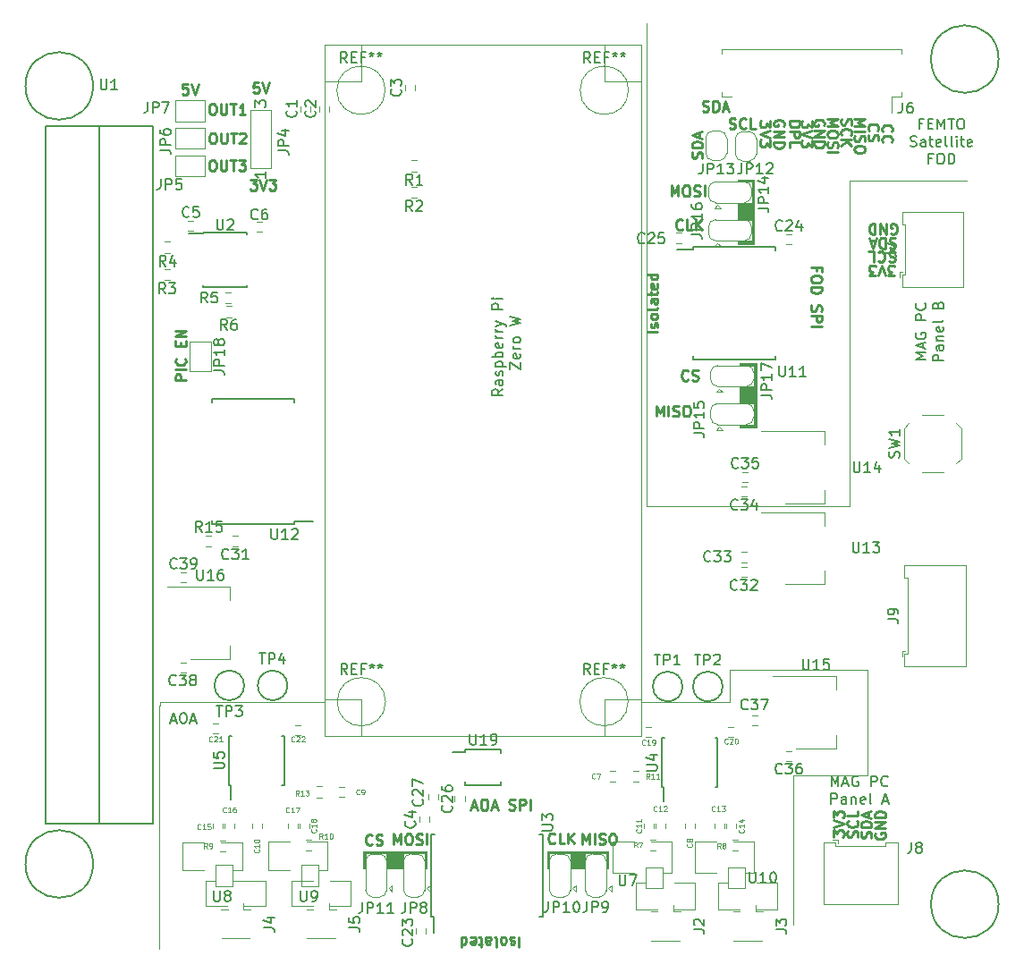
<source format=gbr>
G04 #@! TF.GenerationSoftware,KiCad,Pcbnew,(5.1.2)-2*
G04 #@! TF.CreationDate,2021-08-27T14:50:56-04:00*
G04 #@! TF.ProjectId,MAG_Plus,4d41475f-506c-4757-932e-6b696361645f,rev?*
G04 #@! TF.SameCoordinates,Original*
G04 #@! TF.FileFunction,Legend,Top*
G04 #@! TF.FilePolarity,Positive*
%FSLAX46Y46*%
G04 Gerber Fmt 4.6, Leading zero omitted, Abs format (unit mm)*
G04 Created by KiCad (PCBNEW (5.1.2)-2) date 2021-08-27 14:50:56*
%MOMM*%
%LPD*%
G04 APERTURE LIST*
%ADD10C,0.250000*%
%ADD11C,0.120000*%
%ADD12C,0.150000*%
%ADD13C,0.100000*%
%ADD14C,0.200000*%
%ADD15C,0.125000*%
G04 APERTURE END LIST*
D10*
X49042380Y-76507142D02*
X48042380Y-76507142D01*
X48042380Y-76126190D01*
X48090000Y-76030952D01*
X48137619Y-75983333D01*
X48232857Y-75935714D01*
X48375714Y-75935714D01*
X48470952Y-75983333D01*
X48518571Y-76030952D01*
X48566190Y-76126190D01*
X48566190Y-76507142D01*
X49042380Y-75507142D02*
X48042380Y-75507142D01*
X48947142Y-74459523D02*
X48994761Y-74507142D01*
X49042380Y-74650000D01*
X49042380Y-74745238D01*
X48994761Y-74888095D01*
X48899523Y-74983333D01*
X48804285Y-75030952D01*
X48613809Y-75078571D01*
X48470952Y-75078571D01*
X48280476Y-75030952D01*
X48185238Y-74983333D01*
X48090000Y-74888095D01*
X48042380Y-74745238D01*
X48042380Y-74650000D01*
X48090000Y-74507142D01*
X48137619Y-74459523D01*
X48518571Y-73269047D02*
X48518571Y-72935714D01*
X49042380Y-72792857D02*
X49042380Y-73269047D01*
X48042380Y-73269047D01*
X48042380Y-72792857D01*
X49042380Y-72364285D02*
X48042380Y-72364285D01*
X49042380Y-71792857D01*
X48042380Y-71792857D01*
X51503809Y-53092380D02*
X51694285Y-53092380D01*
X51789523Y-53140000D01*
X51884761Y-53235238D01*
X51932380Y-53425714D01*
X51932380Y-53759047D01*
X51884761Y-53949523D01*
X51789523Y-54044761D01*
X51694285Y-54092380D01*
X51503809Y-54092380D01*
X51408571Y-54044761D01*
X51313333Y-53949523D01*
X51265714Y-53759047D01*
X51265714Y-53425714D01*
X51313333Y-53235238D01*
X51408571Y-53140000D01*
X51503809Y-53092380D01*
X52360952Y-53092380D02*
X52360952Y-53901904D01*
X52408571Y-53997142D01*
X52456190Y-54044761D01*
X52551428Y-54092380D01*
X52741904Y-54092380D01*
X52837142Y-54044761D01*
X52884761Y-53997142D01*
X52932380Y-53901904D01*
X52932380Y-53092380D01*
X53265714Y-53092380D02*
X53837142Y-53092380D01*
X53551428Y-54092380D02*
X53551428Y-53092380D01*
X54122857Y-53187619D02*
X54170476Y-53140000D01*
X54265714Y-53092380D01*
X54503809Y-53092380D01*
X54599047Y-53140000D01*
X54646666Y-53187619D01*
X54694285Y-53282857D01*
X54694285Y-53378095D01*
X54646666Y-53520952D01*
X54075238Y-54092380D01*
X54694285Y-54092380D01*
X55131904Y-57502380D02*
X55750952Y-57502380D01*
X55417619Y-57883333D01*
X55560476Y-57883333D01*
X55655714Y-57930952D01*
X55703333Y-57978571D01*
X55750952Y-58073809D01*
X55750952Y-58311904D01*
X55703333Y-58407142D01*
X55655714Y-58454761D01*
X55560476Y-58502380D01*
X55274761Y-58502380D01*
X55179523Y-58454761D01*
X55131904Y-58407142D01*
X56036666Y-57502380D02*
X56370000Y-58502380D01*
X56703333Y-57502380D01*
X56941428Y-57502380D02*
X57560476Y-57502380D01*
X57227142Y-57883333D01*
X57370000Y-57883333D01*
X57465238Y-57930952D01*
X57512857Y-57978571D01*
X57560476Y-58073809D01*
X57560476Y-58311904D01*
X57512857Y-58407142D01*
X57465238Y-58454761D01*
X57370000Y-58502380D01*
X57084285Y-58502380D01*
X56989047Y-58454761D01*
X56941428Y-58407142D01*
X55929523Y-48312380D02*
X55453333Y-48312380D01*
X55405714Y-48788571D01*
X55453333Y-48740952D01*
X55548571Y-48693333D01*
X55786666Y-48693333D01*
X55881904Y-48740952D01*
X55929523Y-48788571D01*
X55977142Y-48883809D01*
X55977142Y-49121904D01*
X55929523Y-49217142D01*
X55881904Y-49264761D01*
X55786666Y-49312380D01*
X55548571Y-49312380D01*
X55453333Y-49264761D01*
X55405714Y-49217142D01*
X56262857Y-48312380D02*
X56596190Y-49312380D01*
X56929523Y-48312380D01*
X51473809Y-55672380D02*
X51664285Y-55672380D01*
X51759523Y-55720000D01*
X51854761Y-55815238D01*
X51902380Y-56005714D01*
X51902380Y-56339047D01*
X51854761Y-56529523D01*
X51759523Y-56624761D01*
X51664285Y-56672380D01*
X51473809Y-56672380D01*
X51378571Y-56624761D01*
X51283333Y-56529523D01*
X51235714Y-56339047D01*
X51235714Y-56005714D01*
X51283333Y-55815238D01*
X51378571Y-55720000D01*
X51473809Y-55672380D01*
X52330952Y-55672380D02*
X52330952Y-56481904D01*
X52378571Y-56577142D01*
X52426190Y-56624761D01*
X52521428Y-56672380D01*
X52711904Y-56672380D01*
X52807142Y-56624761D01*
X52854761Y-56577142D01*
X52902380Y-56481904D01*
X52902380Y-55672380D01*
X53235714Y-55672380D02*
X53807142Y-55672380D01*
X53521428Y-56672380D02*
X53521428Y-55672380D01*
X54045238Y-55672380D02*
X54664285Y-55672380D01*
X54330952Y-56053333D01*
X54473809Y-56053333D01*
X54569047Y-56100952D01*
X54616666Y-56148571D01*
X54664285Y-56243809D01*
X54664285Y-56481904D01*
X54616666Y-56577142D01*
X54569047Y-56624761D01*
X54473809Y-56672380D01*
X54188095Y-56672380D01*
X54092857Y-56624761D01*
X54045238Y-56577142D01*
X49199523Y-48452380D02*
X48723333Y-48452380D01*
X48675714Y-48928571D01*
X48723333Y-48880952D01*
X48818571Y-48833333D01*
X49056666Y-48833333D01*
X49151904Y-48880952D01*
X49199523Y-48928571D01*
X49247142Y-49023809D01*
X49247142Y-49261904D01*
X49199523Y-49357142D01*
X49151904Y-49404761D01*
X49056666Y-49452380D01*
X48818571Y-49452380D01*
X48723333Y-49404761D01*
X48675714Y-49357142D01*
X49532857Y-48452380D02*
X49866190Y-49452380D01*
X50199523Y-48452380D01*
X51473809Y-50342380D02*
X51664285Y-50342380D01*
X51759523Y-50390000D01*
X51854761Y-50485238D01*
X51902380Y-50675714D01*
X51902380Y-51009047D01*
X51854761Y-51199523D01*
X51759523Y-51294761D01*
X51664285Y-51342380D01*
X51473809Y-51342380D01*
X51378571Y-51294761D01*
X51283333Y-51199523D01*
X51235714Y-51009047D01*
X51235714Y-50675714D01*
X51283333Y-50485238D01*
X51378571Y-50390000D01*
X51473809Y-50342380D01*
X52330952Y-50342380D02*
X52330952Y-51151904D01*
X52378571Y-51247142D01*
X52426190Y-51294761D01*
X52521428Y-51342380D01*
X52711904Y-51342380D01*
X52807142Y-51294761D01*
X52854761Y-51247142D01*
X52902380Y-51151904D01*
X52902380Y-50342380D01*
X53235714Y-50342380D02*
X53807142Y-50342380D01*
X53521428Y-51342380D02*
X53521428Y-50342380D01*
X54664285Y-51342380D02*
X54092857Y-51342380D01*
X54378571Y-51342380D02*
X54378571Y-50342380D01*
X54283333Y-50485238D01*
X54188095Y-50580476D01*
X54092857Y-50628095D01*
X86578571Y-120412380D02*
X86578571Y-119412380D01*
X86911904Y-120126666D01*
X87245238Y-119412380D01*
X87245238Y-120412380D01*
X87721428Y-120412380D02*
X87721428Y-119412380D01*
X88150000Y-120364761D02*
X88292857Y-120412380D01*
X88530952Y-120412380D01*
X88626190Y-120364761D01*
X88673809Y-120317142D01*
X88721428Y-120221904D01*
X88721428Y-120126666D01*
X88673809Y-120031428D01*
X88626190Y-119983809D01*
X88530952Y-119936190D01*
X88340476Y-119888571D01*
X88245238Y-119840952D01*
X88197619Y-119793333D01*
X88150000Y-119698095D01*
X88150000Y-119602857D01*
X88197619Y-119507619D01*
X88245238Y-119460000D01*
X88340476Y-119412380D01*
X88578571Y-119412380D01*
X88721428Y-119460000D01*
X89340476Y-119412380D02*
X89530952Y-119412380D01*
X89626190Y-119460000D01*
X89721428Y-119555238D01*
X89769047Y-119745714D01*
X89769047Y-120079047D01*
X89721428Y-120269523D01*
X89626190Y-120364761D01*
X89530952Y-120412380D01*
X89340476Y-120412380D01*
X89245238Y-120364761D01*
X89150000Y-120269523D01*
X89102380Y-120079047D01*
X89102380Y-119745714D01*
X89150000Y-119555238D01*
X89245238Y-119460000D01*
X89340476Y-119412380D01*
X83974761Y-120287142D02*
X83927142Y-120334761D01*
X83784285Y-120382380D01*
X83689047Y-120382380D01*
X83546190Y-120334761D01*
X83450952Y-120239523D01*
X83403333Y-120144285D01*
X83355714Y-119953809D01*
X83355714Y-119810952D01*
X83403333Y-119620476D01*
X83450952Y-119525238D01*
X83546190Y-119430000D01*
X83689047Y-119382380D01*
X83784285Y-119382380D01*
X83927142Y-119430000D01*
X83974761Y-119477619D01*
X84879523Y-120382380D02*
X84403333Y-120382380D01*
X84403333Y-119382380D01*
X85212857Y-120382380D02*
X85212857Y-119382380D01*
X85784285Y-120382380D02*
X85355714Y-119810952D01*
X85784285Y-119382380D02*
X85212857Y-119953809D01*
X68708571Y-120452380D02*
X68708571Y-119452380D01*
X69041904Y-120166666D01*
X69375238Y-119452380D01*
X69375238Y-120452380D01*
X70041904Y-119452380D02*
X70232380Y-119452380D01*
X70327619Y-119500000D01*
X70422857Y-119595238D01*
X70470476Y-119785714D01*
X70470476Y-120119047D01*
X70422857Y-120309523D01*
X70327619Y-120404761D01*
X70232380Y-120452380D01*
X70041904Y-120452380D01*
X69946666Y-120404761D01*
X69851428Y-120309523D01*
X69803809Y-120119047D01*
X69803809Y-119785714D01*
X69851428Y-119595238D01*
X69946666Y-119500000D01*
X70041904Y-119452380D01*
X70851428Y-120404761D02*
X70994285Y-120452380D01*
X71232380Y-120452380D01*
X71327619Y-120404761D01*
X71375238Y-120357142D01*
X71422857Y-120261904D01*
X71422857Y-120166666D01*
X71375238Y-120071428D01*
X71327619Y-120023809D01*
X71232380Y-119976190D01*
X71041904Y-119928571D01*
X70946666Y-119880952D01*
X70899047Y-119833333D01*
X70851428Y-119738095D01*
X70851428Y-119642857D01*
X70899047Y-119547619D01*
X70946666Y-119500000D01*
X71041904Y-119452380D01*
X71280000Y-119452380D01*
X71422857Y-119500000D01*
X71851428Y-120452380D02*
X71851428Y-119452380D01*
X66683333Y-120417142D02*
X66635714Y-120464761D01*
X66492857Y-120512380D01*
X66397619Y-120512380D01*
X66254761Y-120464761D01*
X66159523Y-120369523D01*
X66111904Y-120274285D01*
X66064285Y-120083809D01*
X66064285Y-119940952D01*
X66111904Y-119750476D01*
X66159523Y-119655238D01*
X66254761Y-119560000D01*
X66397619Y-119512380D01*
X66492857Y-119512380D01*
X66635714Y-119560000D01*
X66683333Y-119607619D01*
X67064285Y-120464761D02*
X67207142Y-120512380D01*
X67445238Y-120512380D01*
X67540476Y-120464761D01*
X67588095Y-120417142D01*
X67635714Y-120321904D01*
X67635714Y-120226666D01*
X67588095Y-120131428D01*
X67540476Y-120083809D01*
X67445238Y-120036190D01*
X67254761Y-119988571D01*
X67159523Y-119940952D01*
X67111904Y-119893333D01*
X67064285Y-119798095D01*
X67064285Y-119702857D01*
X67111904Y-119607619D01*
X67159523Y-119560000D01*
X67254761Y-119512380D01*
X67492857Y-119512380D01*
X67635714Y-119560000D01*
X80588095Y-129207619D02*
X80588095Y-130207619D01*
X80159523Y-129255238D02*
X80064285Y-129207619D01*
X79873809Y-129207619D01*
X79778571Y-129255238D01*
X79730952Y-129350476D01*
X79730952Y-129398095D01*
X79778571Y-129493333D01*
X79873809Y-129540952D01*
X80016666Y-129540952D01*
X80111904Y-129588571D01*
X80159523Y-129683809D01*
X80159523Y-129731428D01*
X80111904Y-129826666D01*
X80016666Y-129874285D01*
X79873809Y-129874285D01*
X79778571Y-129826666D01*
X79159523Y-129207619D02*
X79254761Y-129255238D01*
X79302380Y-129302857D01*
X79350000Y-129398095D01*
X79350000Y-129683809D01*
X79302380Y-129779047D01*
X79254761Y-129826666D01*
X79159523Y-129874285D01*
X79016666Y-129874285D01*
X78921428Y-129826666D01*
X78873809Y-129779047D01*
X78826190Y-129683809D01*
X78826190Y-129398095D01*
X78873809Y-129302857D01*
X78921428Y-129255238D01*
X79016666Y-129207619D01*
X79159523Y-129207619D01*
X78254761Y-129207619D02*
X78350000Y-129255238D01*
X78397619Y-129350476D01*
X78397619Y-130207619D01*
X77445238Y-129207619D02*
X77445238Y-129731428D01*
X77492857Y-129826666D01*
X77588095Y-129874285D01*
X77778571Y-129874285D01*
X77873809Y-129826666D01*
X77445238Y-129255238D02*
X77540476Y-129207619D01*
X77778571Y-129207619D01*
X77873809Y-129255238D01*
X77921428Y-129350476D01*
X77921428Y-129445714D01*
X77873809Y-129540952D01*
X77778571Y-129588571D01*
X77540476Y-129588571D01*
X77445238Y-129636190D01*
X77111904Y-129874285D02*
X76730952Y-129874285D01*
X76969047Y-130207619D02*
X76969047Y-129350476D01*
X76921428Y-129255238D01*
X76826190Y-129207619D01*
X76730952Y-129207619D01*
X76016666Y-129255238D02*
X76111904Y-129207619D01*
X76302380Y-129207619D01*
X76397619Y-129255238D01*
X76445238Y-129350476D01*
X76445238Y-129731428D01*
X76397619Y-129826666D01*
X76302380Y-129874285D01*
X76111904Y-129874285D01*
X76016666Y-129826666D01*
X75969047Y-129731428D01*
X75969047Y-129636190D01*
X76445238Y-129540952D01*
X75111904Y-129207619D02*
X75111904Y-130207619D01*
X75111904Y-129255238D02*
X75207142Y-129207619D01*
X75397619Y-129207619D01*
X75492857Y-129255238D01*
X75540476Y-129302857D01*
X75588095Y-129398095D01*
X75588095Y-129683809D01*
X75540476Y-129779047D01*
X75492857Y-129826666D01*
X75397619Y-129874285D01*
X75207142Y-129874285D01*
X75111904Y-129826666D01*
X76094285Y-116896666D02*
X76570476Y-116896666D01*
X75999047Y-117182380D02*
X76332380Y-116182380D01*
X76665714Y-117182380D01*
X77189523Y-116182380D02*
X77380000Y-116182380D01*
X77475238Y-116230000D01*
X77570476Y-116325238D01*
X77618095Y-116515714D01*
X77618095Y-116849047D01*
X77570476Y-117039523D01*
X77475238Y-117134761D01*
X77380000Y-117182380D01*
X77189523Y-117182380D01*
X77094285Y-117134761D01*
X76999047Y-117039523D01*
X76951428Y-116849047D01*
X76951428Y-116515714D01*
X76999047Y-116325238D01*
X77094285Y-116230000D01*
X77189523Y-116182380D01*
X77999047Y-116896666D02*
X78475238Y-116896666D01*
X77903809Y-117182380D02*
X78237142Y-116182380D01*
X78570476Y-117182380D01*
X79618095Y-117134761D02*
X79760952Y-117182380D01*
X79999047Y-117182380D01*
X80094285Y-117134761D01*
X80141904Y-117087142D01*
X80189523Y-116991904D01*
X80189523Y-116896666D01*
X80141904Y-116801428D01*
X80094285Y-116753809D01*
X79999047Y-116706190D01*
X79808571Y-116658571D01*
X79713333Y-116610952D01*
X79665714Y-116563333D01*
X79618095Y-116468095D01*
X79618095Y-116372857D01*
X79665714Y-116277619D01*
X79713333Y-116230000D01*
X79808571Y-116182380D01*
X80046666Y-116182380D01*
X80189523Y-116230000D01*
X80618095Y-117182380D02*
X80618095Y-116182380D01*
X80999047Y-116182380D01*
X81094285Y-116230000D01*
X81141904Y-116277619D01*
X81189523Y-116372857D01*
X81189523Y-116515714D01*
X81141904Y-116610952D01*
X81094285Y-116658571D01*
X80999047Y-116706190D01*
X80618095Y-116706190D01*
X81618095Y-117182380D02*
X81618095Y-116182380D01*
X108751428Y-66133809D02*
X108751428Y-65800476D01*
X108227619Y-65800476D02*
X109227619Y-65800476D01*
X109227619Y-66276666D01*
X109227619Y-66848095D02*
X109227619Y-67038571D01*
X109180000Y-67133809D01*
X109084761Y-67229047D01*
X108894285Y-67276666D01*
X108560952Y-67276666D01*
X108370476Y-67229047D01*
X108275238Y-67133809D01*
X108227619Y-67038571D01*
X108227619Y-66848095D01*
X108275238Y-66752857D01*
X108370476Y-66657619D01*
X108560952Y-66610000D01*
X108894285Y-66610000D01*
X109084761Y-66657619D01*
X109180000Y-66752857D01*
X109227619Y-66848095D01*
X108227619Y-67705238D02*
X109227619Y-67705238D01*
X109227619Y-67943333D01*
X109180000Y-68086190D01*
X109084761Y-68181428D01*
X108989523Y-68229047D01*
X108799047Y-68276666D01*
X108656190Y-68276666D01*
X108465714Y-68229047D01*
X108370476Y-68181428D01*
X108275238Y-68086190D01*
X108227619Y-67943333D01*
X108227619Y-67705238D01*
X108275238Y-69419523D02*
X108227619Y-69562380D01*
X108227619Y-69800476D01*
X108275238Y-69895714D01*
X108322857Y-69943333D01*
X108418095Y-69990952D01*
X108513333Y-69990952D01*
X108608571Y-69943333D01*
X108656190Y-69895714D01*
X108703809Y-69800476D01*
X108751428Y-69610000D01*
X108799047Y-69514761D01*
X108846666Y-69467142D01*
X108941904Y-69419523D01*
X109037142Y-69419523D01*
X109132380Y-69467142D01*
X109180000Y-69514761D01*
X109227619Y-69610000D01*
X109227619Y-69848095D01*
X109180000Y-69990952D01*
X108227619Y-70419523D02*
X109227619Y-70419523D01*
X109227619Y-70800476D01*
X109180000Y-70895714D01*
X109132380Y-70943333D01*
X109037142Y-70990952D01*
X108894285Y-70990952D01*
X108799047Y-70943333D01*
X108751428Y-70895714D01*
X108703809Y-70800476D01*
X108703809Y-70419523D01*
X108227619Y-71419523D02*
X109227619Y-71419523D01*
X93712380Y-71958095D02*
X92712380Y-71958095D01*
X93664761Y-71529523D02*
X93712380Y-71434285D01*
X93712380Y-71243809D01*
X93664761Y-71148571D01*
X93569523Y-71100952D01*
X93521904Y-71100952D01*
X93426666Y-71148571D01*
X93379047Y-71243809D01*
X93379047Y-71386666D01*
X93331428Y-71481904D01*
X93236190Y-71529523D01*
X93188571Y-71529523D01*
X93093333Y-71481904D01*
X93045714Y-71386666D01*
X93045714Y-71243809D01*
X93093333Y-71148571D01*
X93712380Y-70529523D02*
X93664761Y-70624761D01*
X93617142Y-70672380D01*
X93521904Y-70720000D01*
X93236190Y-70720000D01*
X93140952Y-70672380D01*
X93093333Y-70624761D01*
X93045714Y-70529523D01*
X93045714Y-70386666D01*
X93093333Y-70291428D01*
X93140952Y-70243809D01*
X93236190Y-70196190D01*
X93521904Y-70196190D01*
X93617142Y-70243809D01*
X93664761Y-70291428D01*
X93712380Y-70386666D01*
X93712380Y-70529523D01*
X93712380Y-69624761D02*
X93664761Y-69720000D01*
X93569523Y-69767619D01*
X92712380Y-69767619D01*
X93712380Y-68815238D02*
X93188571Y-68815238D01*
X93093333Y-68862857D01*
X93045714Y-68958095D01*
X93045714Y-69148571D01*
X93093333Y-69243809D01*
X93664761Y-68815238D02*
X93712380Y-68910476D01*
X93712380Y-69148571D01*
X93664761Y-69243809D01*
X93569523Y-69291428D01*
X93474285Y-69291428D01*
X93379047Y-69243809D01*
X93331428Y-69148571D01*
X93331428Y-68910476D01*
X93283809Y-68815238D01*
X93045714Y-68481904D02*
X93045714Y-68100952D01*
X92712380Y-68339047D02*
X93569523Y-68339047D01*
X93664761Y-68291428D01*
X93712380Y-68196190D01*
X93712380Y-68100952D01*
X93664761Y-67386666D02*
X93712380Y-67481904D01*
X93712380Y-67672380D01*
X93664761Y-67767619D01*
X93569523Y-67815238D01*
X93188571Y-67815238D01*
X93093333Y-67767619D01*
X93045714Y-67672380D01*
X93045714Y-67481904D01*
X93093333Y-67386666D01*
X93188571Y-67339047D01*
X93283809Y-67339047D01*
X93379047Y-67815238D01*
X93712380Y-66481904D02*
X92712380Y-66481904D01*
X93664761Y-66481904D02*
X93712380Y-66577142D01*
X93712380Y-66767619D01*
X93664761Y-66862857D01*
X93617142Y-66910476D01*
X93521904Y-66958095D01*
X93236190Y-66958095D01*
X93140952Y-66910476D01*
X93093333Y-66862857D01*
X93045714Y-66767619D01*
X93045714Y-66577142D01*
X93093333Y-66481904D01*
X93578571Y-79912380D02*
X93578571Y-78912380D01*
X93911904Y-79626666D01*
X94245238Y-78912380D01*
X94245238Y-79912380D01*
X94721428Y-79912380D02*
X94721428Y-78912380D01*
X95150000Y-79864761D02*
X95292857Y-79912380D01*
X95530952Y-79912380D01*
X95626190Y-79864761D01*
X95673809Y-79817142D01*
X95721428Y-79721904D01*
X95721428Y-79626666D01*
X95673809Y-79531428D01*
X95626190Y-79483809D01*
X95530952Y-79436190D01*
X95340476Y-79388571D01*
X95245238Y-79340952D01*
X95197619Y-79293333D01*
X95150000Y-79198095D01*
X95150000Y-79102857D01*
X95197619Y-79007619D01*
X95245238Y-78960000D01*
X95340476Y-78912380D01*
X95578571Y-78912380D01*
X95721428Y-78960000D01*
X96340476Y-78912380D02*
X96530952Y-78912380D01*
X96626190Y-78960000D01*
X96721428Y-79055238D01*
X96769047Y-79245714D01*
X96769047Y-79579047D01*
X96721428Y-79769523D01*
X96626190Y-79864761D01*
X96530952Y-79912380D01*
X96340476Y-79912380D01*
X96245238Y-79864761D01*
X96150000Y-79769523D01*
X96102380Y-79579047D01*
X96102380Y-79245714D01*
X96150000Y-79055238D01*
X96245238Y-78960000D01*
X96340476Y-78912380D01*
X96583333Y-76447142D02*
X96535714Y-76494761D01*
X96392857Y-76542380D01*
X96297619Y-76542380D01*
X96154761Y-76494761D01*
X96059523Y-76399523D01*
X96011904Y-76304285D01*
X95964285Y-76113809D01*
X95964285Y-75970952D01*
X96011904Y-75780476D01*
X96059523Y-75685238D01*
X96154761Y-75590000D01*
X96297619Y-75542380D01*
X96392857Y-75542380D01*
X96535714Y-75590000D01*
X96583333Y-75637619D01*
X96964285Y-76494761D02*
X97107142Y-76542380D01*
X97345238Y-76542380D01*
X97440476Y-76494761D01*
X97488095Y-76447142D01*
X97535714Y-76351904D01*
X97535714Y-76256666D01*
X97488095Y-76161428D01*
X97440476Y-76113809D01*
X97345238Y-76066190D01*
X97154761Y-76018571D01*
X97059523Y-75970952D01*
X97011904Y-75923333D01*
X96964285Y-75828095D01*
X96964285Y-75732857D01*
X97011904Y-75637619D01*
X97059523Y-75590000D01*
X97154761Y-75542380D01*
X97392857Y-75542380D01*
X97535714Y-75590000D01*
X96054761Y-62177142D02*
X96007142Y-62224761D01*
X95864285Y-62272380D01*
X95769047Y-62272380D01*
X95626190Y-62224761D01*
X95530952Y-62129523D01*
X95483333Y-62034285D01*
X95435714Y-61843809D01*
X95435714Y-61700952D01*
X95483333Y-61510476D01*
X95530952Y-61415238D01*
X95626190Y-61320000D01*
X95769047Y-61272380D01*
X95864285Y-61272380D01*
X96007142Y-61320000D01*
X96054761Y-61367619D01*
X96959523Y-62272380D02*
X96483333Y-62272380D01*
X96483333Y-61272380D01*
X97292857Y-62272380D02*
X97292857Y-61272380D01*
X97864285Y-62272380D02*
X97435714Y-61700952D01*
X97864285Y-61272380D02*
X97292857Y-61843809D01*
X94988571Y-59072380D02*
X94988571Y-58072380D01*
X95321904Y-58786666D01*
X95655238Y-58072380D01*
X95655238Y-59072380D01*
X96321904Y-58072380D02*
X96512380Y-58072380D01*
X96607619Y-58120000D01*
X96702857Y-58215238D01*
X96750476Y-58405714D01*
X96750476Y-58739047D01*
X96702857Y-58929523D01*
X96607619Y-59024761D01*
X96512380Y-59072380D01*
X96321904Y-59072380D01*
X96226666Y-59024761D01*
X96131428Y-58929523D01*
X96083809Y-58739047D01*
X96083809Y-58405714D01*
X96131428Y-58215238D01*
X96226666Y-58120000D01*
X96321904Y-58072380D01*
X97131428Y-59024761D02*
X97274285Y-59072380D01*
X97512380Y-59072380D01*
X97607619Y-59024761D01*
X97655238Y-58977142D01*
X97702857Y-58881904D01*
X97702857Y-58786666D01*
X97655238Y-58691428D01*
X97607619Y-58643809D01*
X97512380Y-58596190D01*
X97321904Y-58548571D01*
X97226666Y-58500952D01*
X97179047Y-58453333D01*
X97131428Y-58358095D01*
X97131428Y-58262857D01*
X97179047Y-58167619D01*
X97226666Y-58120000D01*
X97321904Y-58072380D01*
X97560000Y-58072380D01*
X97702857Y-58120000D01*
X98131428Y-59072380D02*
X98131428Y-58072380D01*
X115012857Y-52969523D02*
X114965238Y-52921904D01*
X114917619Y-52779047D01*
X114917619Y-52683809D01*
X114965238Y-52540952D01*
X115060476Y-52445714D01*
X115155714Y-52398095D01*
X115346190Y-52350476D01*
X115489047Y-52350476D01*
X115679523Y-52398095D01*
X115774761Y-52445714D01*
X115870000Y-52540952D01*
X115917619Y-52683809D01*
X115917619Y-52779047D01*
X115870000Y-52921904D01*
X115822380Y-52969523D01*
X115012857Y-53969523D02*
X114965238Y-53921904D01*
X114917619Y-53779047D01*
X114917619Y-53683809D01*
X114965238Y-53540952D01*
X115060476Y-53445714D01*
X115155714Y-53398095D01*
X115346190Y-53350476D01*
X115489047Y-53350476D01*
X115679523Y-53398095D01*
X115774761Y-53445714D01*
X115870000Y-53540952D01*
X115917619Y-53683809D01*
X115917619Y-53779047D01*
X115870000Y-53921904D01*
X115822380Y-53969523D01*
X113712857Y-52873333D02*
X113665238Y-52825714D01*
X113617619Y-52682857D01*
X113617619Y-52587619D01*
X113665238Y-52444761D01*
X113760476Y-52349523D01*
X113855714Y-52301904D01*
X114046190Y-52254285D01*
X114189047Y-52254285D01*
X114379523Y-52301904D01*
X114474761Y-52349523D01*
X114570000Y-52444761D01*
X114617619Y-52587619D01*
X114617619Y-52682857D01*
X114570000Y-52825714D01*
X114522380Y-52873333D01*
X113665238Y-53254285D02*
X113617619Y-53397142D01*
X113617619Y-53635238D01*
X113665238Y-53730476D01*
X113712857Y-53778095D01*
X113808095Y-53825714D01*
X113903333Y-53825714D01*
X113998571Y-53778095D01*
X114046190Y-53730476D01*
X114093809Y-53635238D01*
X114141428Y-53444761D01*
X114189047Y-53349523D01*
X114236666Y-53301904D01*
X114331904Y-53254285D01*
X114427142Y-53254285D01*
X114522380Y-53301904D01*
X114570000Y-53349523D01*
X114617619Y-53444761D01*
X114617619Y-53682857D01*
X114570000Y-53825714D01*
X112337619Y-51778571D02*
X113337619Y-51778571D01*
X112623333Y-52111904D01*
X113337619Y-52445238D01*
X112337619Y-52445238D01*
X112337619Y-52921428D02*
X113337619Y-52921428D01*
X112385238Y-53350000D02*
X112337619Y-53492857D01*
X112337619Y-53730952D01*
X112385238Y-53826190D01*
X112432857Y-53873809D01*
X112528095Y-53921428D01*
X112623333Y-53921428D01*
X112718571Y-53873809D01*
X112766190Y-53826190D01*
X112813809Y-53730952D01*
X112861428Y-53540476D01*
X112909047Y-53445238D01*
X112956666Y-53397619D01*
X113051904Y-53350000D01*
X113147142Y-53350000D01*
X113242380Y-53397619D01*
X113290000Y-53445238D01*
X113337619Y-53540476D01*
X113337619Y-53778571D01*
X113290000Y-53921428D01*
X113337619Y-54540476D02*
X113337619Y-54730952D01*
X113290000Y-54826190D01*
X113194761Y-54921428D01*
X113004285Y-54969047D01*
X112670952Y-54969047D01*
X112480476Y-54921428D01*
X112385238Y-54826190D01*
X112337619Y-54730952D01*
X112337619Y-54540476D01*
X112385238Y-54445238D01*
X112480476Y-54350000D01*
X112670952Y-54302380D01*
X113004285Y-54302380D01*
X113194761Y-54350000D01*
X113290000Y-54445238D01*
X113337619Y-54540476D01*
X111105238Y-51754285D02*
X111057619Y-51897142D01*
X111057619Y-52135238D01*
X111105238Y-52230476D01*
X111152857Y-52278095D01*
X111248095Y-52325714D01*
X111343333Y-52325714D01*
X111438571Y-52278095D01*
X111486190Y-52230476D01*
X111533809Y-52135238D01*
X111581428Y-51944761D01*
X111629047Y-51849523D01*
X111676666Y-51801904D01*
X111771904Y-51754285D01*
X111867142Y-51754285D01*
X111962380Y-51801904D01*
X112010000Y-51849523D01*
X112057619Y-51944761D01*
X112057619Y-52182857D01*
X112010000Y-52325714D01*
X111152857Y-53325714D02*
X111105238Y-53278095D01*
X111057619Y-53135238D01*
X111057619Y-53040000D01*
X111105238Y-52897142D01*
X111200476Y-52801904D01*
X111295714Y-52754285D01*
X111486190Y-52706666D01*
X111629047Y-52706666D01*
X111819523Y-52754285D01*
X111914761Y-52801904D01*
X112010000Y-52897142D01*
X112057619Y-53040000D01*
X112057619Y-53135238D01*
X112010000Y-53278095D01*
X111962380Y-53325714D01*
X111057619Y-53754285D02*
X112057619Y-53754285D01*
X111057619Y-54325714D02*
X111629047Y-53897142D01*
X112057619Y-54325714D02*
X111486190Y-53754285D01*
X109767619Y-51798571D02*
X110767619Y-51798571D01*
X110053333Y-52131904D01*
X110767619Y-52465238D01*
X109767619Y-52465238D01*
X110767619Y-53131904D02*
X110767619Y-53322380D01*
X110720000Y-53417619D01*
X110624761Y-53512857D01*
X110434285Y-53560476D01*
X110100952Y-53560476D01*
X109910476Y-53512857D01*
X109815238Y-53417619D01*
X109767619Y-53322380D01*
X109767619Y-53131904D01*
X109815238Y-53036666D01*
X109910476Y-52941428D01*
X110100952Y-52893809D01*
X110434285Y-52893809D01*
X110624761Y-52941428D01*
X110720000Y-53036666D01*
X110767619Y-53131904D01*
X109815238Y-53941428D02*
X109767619Y-54084285D01*
X109767619Y-54322380D01*
X109815238Y-54417619D01*
X109862857Y-54465238D01*
X109958095Y-54512857D01*
X110053333Y-54512857D01*
X110148571Y-54465238D01*
X110196190Y-54417619D01*
X110243809Y-54322380D01*
X110291428Y-54131904D01*
X110339047Y-54036666D01*
X110386666Y-53989047D01*
X110481904Y-53941428D01*
X110577142Y-53941428D01*
X110672380Y-53989047D01*
X110720000Y-54036666D01*
X110767619Y-54131904D01*
X110767619Y-54370000D01*
X110720000Y-54512857D01*
X109767619Y-54941428D02*
X110767619Y-54941428D01*
X108297619Y-51951904D02*
X108297619Y-52570952D01*
X107916666Y-52237619D01*
X107916666Y-52380476D01*
X107869047Y-52475714D01*
X107821428Y-52523333D01*
X107726190Y-52570952D01*
X107488095Y-52570952D01*
X107392857Y-52523333D01*
X107345238Y-52475714D01*
X107297619Y-52380476D01*
X107297619Y-52094761D01*
X107345238Y-51999523D01*
X107392857Y-51951904D01*
X108297619Y-52856666D02*
X107297619Y-53190000D01*
X108297619Y-53523333D01*
X108297619Y-53761428D02*
X108297619Y-54380476D01*
X107916666Y-54047142D01*
X107916666Y-54190000D01*
X107869047Y-54285238D01*
X107821428Y-54332857D01*
X107726190Y-54380476D01*
X107488095Y-54380476D01*
X107392857Y-54332857D01*
X107345238Y-54285238D01*
X107297619Y-54190000D01*
X107297619Y-53904285D01*
X107345238Y-53809047D01*
X107392857Y-53761428D01*
X106167619Y-51973333D02*
X107167619Y-51973333D01*
X107167619Y-52211428D01*
X107120000Y-52354285D01*
X107024761Y-52449523D01*
X106929523Y-52497142D01*
X106739047Y-52544761D01*
X106596190Y-52544761D01*
X106405714Y-52497142D01*
X106310476Y-52449523D01*
X106215238Y-52354285D01*
X106167619Y-52211428D01*
X106167619Y-51973333D01*
X106167619Y-52973333D02*
X107167619Y-52973333D01*
X107167619Y-53354285D01*
X107120000Y-53449523D01*
X107072380Y-53497142D01*
X106977142Y-53544761D01*
X106834285Y-53544761D01*
X106739047Y-53497142D01*
X106691428Y-53449523D01*
X106643809Y-53354285D01*
X106643809Y-52973333D01*
X106167619Y-54449523D02*
X106167619Y-53973333D01*
X107167619Y-53973333D01*
X97894761Y-55484285D02*
X97942380Y-55341428D01*
X97942380Y-55103333D01*
X97894761Y-55008095D01*
X97847142Y-54960476D01*
X97751904Y-54912857D01*
X97656666Y-54912857D01*
X97561428Y-54960476D01*
X97513809Y-55008095D01*
X97466190Y-55103333D01*
X97418571Y-55293809D01*
X97370952Y-55389047D01*
X97323333Y-55436666D01*
X97228095Y-55484285D01*
X97132857Y-55484285D01*
X97037619Y-55436666D01*
X96990000Y-55389047D01*
X96942380Y-55293809D01*
X96942380Y-55055714D01*
X96990000Y-54912857D01*
X97942380Y-54484285D02*
X96942380Y-54484285D01*
X96942380Y-54246190D01*
X96990000Y-54103333D01*
X97085238Y-54008095D01*
X97180476Y-53960476D01*
X97370952Y-53912857D01*
X97513809Y-53912857D01*
X97704285Y-53960476D01*
X97799523Y-54008095D01*
X97894761Y-54103333D01*
X97942380Y-54246190D01*
X97942380Y-54484285D01*
X97656666Y-53531904D02*
X97656666Y-53055714D01*
X97942380Y-53627142D02*
X96942380Y-53293809D01*
X97942380Y-52960476D01*
X100489523Y-52644761D02*
X100632380Y-52692380D01*
X100870476Y-52692380D01*
X100965714Y-52644761D01*
X101013333Y-52597142D01*
X101060952Y-52501904D01*
X101060952Y-52406666D01*
X101013333Y-52311428D01*
X100965714Y-52263809D01*
X100870476Y-52216190D01*
X100680000Y-52168571D01*
X100584761Y-52120952D01*
X100537142Y-52073333D01*
X100489523Y-51978095D01*
X100489523Y-51882857D01*
X100537142Y-51787619D01*
X100584761Y-51740000D01*
X100680000Y-51692380D01*
X100918095Y-51692380D01*
X101060952Y-51740000D01*
X102060952Y-52597142D02*
X102013333Y-52644761D01*
X101870476Y-52692380D01*
X101775238Y-52692380D01*
X101632380Y-52644761D01*
X101537142Y-52549523D01*
X101489523Y-52454285D01*
X101441904Y-52263809D01*
X101441904Y-52120952D01*
X101489523Y-51930476D01*
X101537142Y-51835238D01*
X101632380Y-51740000D01*
X101775238Y-51692380D01*
X101870476Y-51692380D01*
X102013333Y-51740000D01*
X102060952Y-51787619D01*
X102965714Y-52692380D02*
X102489523Y-52692380D01*
X102489523Y-51692380D01*
X97955714Y-51004761D02*
X98098571Y-51052380D01*
X98336666Y-51052380D01*
X98431904Y-51004761D01*
X98479523Y-50957142D01*
X98527142Y-50861904D01*
X98527142Y-50766666D01*
X98479523Y-50671428D01*
X98431904Y-50623809D01*
X98336666Y-50576190D01*
X98146190Y-50528571D01*
X98050952Y-50480952D01*
X98003333Y-50433333D01*
X97955714Y-50338095D01*
X97955714Y-50242857D01*
X98003333Y-50147619D01*
X98050952Y-50100000D01*
X98146190Y-50052380D01*
X98384285Y-50052380D01*
X98527142Y-50100000D01*
X98955714Y-51052380D02*
X98955714Y-50052380D01*
X99193809Y-50052380D01*
X99336666Y-50100000D01*
X99431904Y-50195238D01*
X99479523Y-50290476D01*
X99527142Y-50480952D01*
X99527142Y-50623809D01*
X99479523Y-50814285D01*
X99431904Y-50909523D01*
X99336666Y-51004761D01*
X99193809Y-51052380D01*
X98955714Y-51052380D01*
X99908095Y-50766666D02*
X100384285Y-50766666D01*
X99812857Y-51052380D02*
X100146190Y-50052380D01*
X100479523Y-51052380D01*
X104367619Y-51941904D02*
X104367619Y-52560952D01*
X103986666Y-52227619D01*
X103986666Y-52370476D01*
X103939047Y-52465714D01*
X103891428Y-52513333D01*
X103796190Y-52560952D01*
X103558095Y-52560952D01*
X103462857Y-52513333D01*
X103415238Y-52465714D01*
X103367619Y-52370476D01*
X103367619Y-52084761D01*
X103415238Y-51989523D01*
X103462857Y-51941904D01*
X104367619Y-52846666D02*
X103367619Y-53180000D01*
X104367619Y-53513333D01*
X104367619Y-53751428D02*
X104367619Y-54370476D01*
X103986666Y-54037142D01*
X103986666Y-54180000D01*
X103939047Y-54275238D01*
X103891428Y-54322857D01*
X103796190Y-54370476D01*
X103558095Y-54370476D01*
X103462857Y-54322857D01*
X103415238Y-54275238D01*
X103367619Y-54180000D01*
X103367619Y-53894285D01*
X103415238Y-53799047D01*
X103462857Y-53751428D01*
X105650000Y-52438095D02*
X105697619Y-52342857D01*
X105697619Y-52200000D01*
X105650000Y-52057142D01*
X105554761Y-51961904D01*
X105459523Y-51914285D01*
X105269047Y-51866666D01*
X105126190Y-51866666D01*
X104935714Y-51914285D01*
X104840476Y-51961904D01*
X104745238Y-52057142D01*
X104697619Y-52200000D01*
X104697619Y-52295238D01*
X104745238Y-52438095D01*
X104792857Y-52485714D01*
X105126190Y-52485714D01*
X105126190Y-52295238D01*
X104697619Y-52914285D02*
X105697619Y-52914285D01*
X104697619Y-53485714D01*
X105697619Y-53485714D01*
X104697619Y-53961904D02*
X105697619Y-53961904D01*
X105697619Y-54200000D01*
X105650000Y-54342857D01*
X105554761Y-54438095D01*
X105459523Y-54485714D01*
X105269047Y-54533333D01*
X105126190Y-54533333D01*
X104935714Y-54485714D01*
X104840476Y-54438095D01*
X104745238Y-54342857D01*
X104697619Y-54200000D01*
X104697619Y-53961904D01*
X109460000Y-52398095D02*
X109507619Y-52302857D01*
X109507619Y-52160000D01*
X109460000Y-52017142D01*
X109364761Y-51921904D01*
X109269523Y-51874285D01*
X109079047Y-51826666D01*
X108936190Y-51826666D01*
X108745714Y-51874285D01*
X108650476Y-51921904D01*
X108555238Y-52017142D01*
X108507619Y-52160000D01*
X108507619Y-52255238D01*
X108555238Y-52398095D01*
X108602857Y-52445714D01*
X108936190Y-52445714D01*
X108936190Y-52255238D01*
X108507619Y-52874285D02*
X109507619Y-52874285D01*
X108507619Y-53445714D01*
X109507619Y-53445714D01*
X108507619Y-53921904D02*
X109507619Y-53921904D01*
X109507619Y-54160000D01*
X109460000Y-54302857D01*
X109364761Y-54398095D01*
X109269523Y-54445714D01*
X109079047Y-54493333D01*
X108936190Y-54493333D01*
X108745714Y-54445714D01*
X108650476Y-54398095D01*
X108555238Y-54302857D01*
X108507619Y-54160000D01*
X108507619Y-53921904D01*
X116234285Y-63055238D02*
X116091428Y-63007619D01*
X115853333Y-63007619D01*
X115758095Y-63055238D01*
X115710476Y-63102857D01*
X115662857Y-63198095D01*
X115662857Y-63293333D01*
X115710476Y-63388571D01*
X115758095Y-63436190D01*
X115853333Y-63483809D01*
X116043809Y-63531428D01*
X116139047Y-63579047D01*
X116186666Y-63626666D01*
X116234285Y-63721904D01*
X116234285Y-63817142D01*
X116186666Y-63912380D01*
X116139047Y-63960000D01*
X116043809Y-64007619D01*
X115805714Y-64007619D01*
X115662857Y-63960000D01*
X115234285Y-63007619D02*
X115234285Y-64007619D01*
X114996190Y-64007619D01*
X114853333Y-63960000D01*
X114758095Y-63864761D01*
X114710476Y-63769523D01*
X114662857Y-63579047D01*
X114662857Y-63436190D01*
X114710476Y-63245714D01*
X114758095Y-63150476D01*
X114853333Y-63055238D01*
X114996190Y-63007619D01*
X115234285Y-63007619D01*
X114281904Y-63293333D02*
X113805714Y-63293333D01*
X114377142Y-63007619D02*
X114043809Y-64007619D01*
X113710476Y-63007619D01*
X116148095Y-66617619D02*
X115529047Y-66617619D01*
X115862380Y-66236666D01*
X115719523Y-66236666D01*
X115624285Y-66189047D01*
X115576666Y-66141428D01*
X115529047Y-66046190D01*
X115529047Y-65808095D01*
X115576666Y-65712857D01*
X115624285Y-65665238D01*
X115719523Y-65617619D01*
X116005238Y-65617619D01*
X116100476Y-65665238D01*
X116148095Y-65712857D01*
X115243333Y-66617619D02*
X114910000Y-65617619D01*
X114576666Y-66617619D01*
X114338571Y-66617619D02*
X113719523Y-66617619D01*
X114052857Y-66236666D01*
X113910000Y-66236666D01*
X113814761Y-66189047D01*
X113767142Y-66141428D01*
X113719523Y-66046190D01*
X113719523Y-65808095D01*
X113767142Y-65712857D01*
X113814761Y-65665238D01*
X113910000Y-65617619D01*
X114195714Y-65617619D01*
X114290952Y-65665238D01*
X114338571Y-65712857D01*
X116170476Y-64345238D02*
X116027619Y-64297619D01*
X115789523Y-64297619D01*
X115694285Y-64345238D01*
X115646666Y-64392857D01*
X115599047Y-64488095D01*
X115599047Y-64583333D01*
X115646666Y-64678571D01*
X115694285Y-64726190D01*
X115789523Y-64773809D01*
X115980000Y-64821428D01*
X116075238Y-64869047D01*
X116122857Y-64916666D01*
X116170476Y-65011904D01*
X116170476Y-65107142D01*
X116122857Y-65202380D01*
X116075238Y-65250000D01*
X115980000Y-65297619D01*
X115741904Y-65297619D01*
X115599047Y-65250000D01*
X114599047Y-64392857D02*
X114646666Y-64345238D01*
X114789523Y-64297619D01*
X114884761Y-64297619D01*
X115027619Y-64345238D01*
X115122857Y-64440476D01*
X115170476Y-64535714D01*
X115218095Y-64726190D01*
X115218095Y-64869047D01*
X115170476Y-65059523D01*
X115122857Y-65154761D01*
X115027619Y-65250000D01*
X114884761Y-65297619D01*
X114789523Y-65297619D01*
X114646666Y-65250000D01*
X114599047Y-65202380D01*
X113694285Y-64297619D02*
X114170476Y-64297619D01*
X114170476Y-65297619D01*
X115801904Y-62630000D02*
X115897142Y-62677619D01*
X116040000Y-62677619D01*
X116182857Y-62630000D01*
X116278095Y-62534761D01*
X116325714Y-62439523D01*
X116373333Y-62249047D01*
X116373333Y-62106190D01*
X116325714Y-61915714D01*
X116278095Y-61820476D01*
X116182857Y-61725238D01*
X116040000Y-61677619D01*
X115944761Y-61677619D01*
X115801904Y-61725238D01*
X115754285Y-61772857D01*
X115754285Y-62106190D01*
X115944761Y-62106190D01*
X115325714Y-61677619D02*
X115325714Y-62677619D01*
X114754285Y-61677619D01*
X114754285Y-62677619D01*
X114278095Y-61677619D02*
X114278095Y-62677619D01*
X114040000Y-62677619D01*
X113897142Y-62630000D01*
X113801904Y-62534761D01*
X113754285Y-62439523D01*
X113706666Y-62249047D01*
X113706666Y-62106190D01*
X113754285Y-61915714D01*
X113801904Y-61820476D01*
X113897142Y-61725238D01*
X114040000Y-61677619D01*
X114278095Y-61677619D01*
X110332380Y-119738095D02*
X110332380Y-119119047D01*
X110713333Y-119452380D01*
X110713333Y-119309523D01*
X110760952Y-119214285D01*
X110808571Y-119166666D01*
X110903809Y-119119047D01*
X111141904Y-119119047D01*
X111237142Y-119166666D01*
X111284761Y-119214285D01*
X111332380Y-119309523D01*
X111332380Y-119595238D01*
X111284761Y-119690476D01*
X111237142Y-119738095D01*
X110332380Y-118833333D02*
X111332380Y-118500000D01*
X110332380Y-118166666D01*
X110332380Y-117928571D02*
X110332380Y-117309523D01*
X110713333Y-117642857D01*
X110713333Y-117500000D01*
X110760952Y-117404761D01*
X110808571Y-117357142D01*
X110903809Y-117309523D01*
X111141904Y-117309523D01*
X111237142Y-117357142D01*
X111284761Y-117404761D01*
X111332380Y-117500000D01*
X111332380Y-117785714D01*
X111284761Y-117880952D01*
X111237142Y-117928571D01*
X112604761Y-119760476D02*
X112652380Y-119617619D01*
X112652380Y-119379523D01*
X112604761Y-119284285D01*
X112557142Y-119236666D01*
X112461904Y-119189047D01*
X112366666Y-119189047D01*
X112271428Y-119236666D01*
X112223809Y-119284285D01*
X112176190Y-119379523D01*
X112128571Y-119570000D01*
X112080952Y-119665238D01*
X112033333Y-119712857D01*
X111938095Y-119760476D01*
X111842857Y-119760476D01*
X111747619Y-119712857D01*
X111700000Y-119665238D01*
X111652380Y-119570000D01*
X111652380Y-119331904D01*
X111700000Y-119189047D01*
X112557142Y-118189047D02*
X112604761Y-118236666D01*
X112652380Y-118379523D01*
X112652380Y-118474761D01*
X112604761Y-118617619D01*
X112509523Y-118712857D01*
X112414285Y-118760476D01*
X112223809Y-118808095D01*
X112080952Y-118808095D01*
X111890476Y-118760476D01*
X111795238Y-118712857D01*
X111700000Y-118617619D01*
X111652380Y-118474761D01*
X111652380Y-118379523D01*
X111700000Y-118236666D01*
X111747619Y-118189047D01*
X112652380Y-117284285D02*
X112652380Y-117760476D01*
X111652380Y-117760476D01*
X113894761Y-119824285D02*
X113942380Y-119681428D01*
X113942380Y-119443333D01*
X113894761Y-119348095D01*
X113847142Y-119300476D01*
X113751904Y-119252857D01*
X113656666Y-119252857D01*
X113561428Y-119300476D01*
X113513809Y-119348095D01*
X113466190Y-119443333D01*
X113418571Y-119633809D01*
X113370952Y-119729047D01*
X113323333Y-119776666D01*
X113228095Y-119824285D01*
X113132857Y-119824285D01*
X113037619Y-119776666D01*
X112990000Y-119729047D01*
X112942380Y-119633809D01*
X112942380Y-119395714D01*
X112990000Y-119252857D01*
X113942380Y-118824285D02*
X112942380Y-118824285D01*
X112942380Y-118586190D01*
X112990000Y-118443333D01*
X113085238Y-118348095D01*
X113180476Y-118300476D01*
X113370952Y-118252857D01*
X113513809Y-118252857D01*
X113704285Y-118300476D01*
X113799523Y-118348095D01*
X113894761Y-118443333D01*
X113942380Y-118586190D01*
X113942380Y-118824285D01*
X113656666Y-117871904D02*
X113656666Y-117395714D01*
X113942380Y-117967142D02*
X112942380Y-117633809D01*
X113942380Y-117300476D01*
X114320000Y-119391904D02*
X114272380Y-119487142D01*
X114272380Y-119630000D01*
X114320000Y-119772857D01*
X114415238Y-119868095D01*
X114510476Y-119915714D01*
X114700952Y-119963333D01*
X114843809Y-119963333D01*
X115034285Y-119915714D01*
X115129523Y-119868095D01*
X115224761Y-119772857D01*
X115272380Y-119630000D01*
X115272380Y-119534761D01*
X115224761Y-119391904D01*
X115177142Y-119344285D01*
X114843809Y-119344285D01*
X114843809Y-119534761D01*
X115272380Y-118915714D02*
X114272380Y-118915714D01*
X115272380Y-118344285D01*
X114272380Y-118344285D01*
X115272380Y-117868095D02*
X114272380Y-117868095D01*
X114272380Y-117630000D01*
X114320000Y-117487142D01*
X114415238Y-117391904D01*
X114510476Y-117344285D01*
X114700952Y-117296666D01*
X114843809Y-117296666D01*
X115034285Y-117344285D01*
X115129523Y-117391904D01*
X115224761Y-117487142D01*
X115272380Y-117630000D01*
X115272380Y-117868095D01*
D11*
X62150000Y-110200000D02*
X92150000Y-110200000D01*
D12*
X79047380Y-77350952D02*
X78571190Y-77684285D01*
X79047380Y-77922380D02*
X78047380Y-77922380D01*
X78047380Y-77541428D01*
X78095000Y-77446190D01*
X78142619Y-77398571D01*
X78237857Y-77350952D01*
X78380714Y-77350952D01*
X78475952Y-77398571D01*
X78523571Y-77446190D01*
X78571190Y-77541428D01*
X78571190Y-77922380D01*
X79047380Y-76493809D02*
X78523571Y-76493809D01*
X78428333Y-76541428D01*
X78380714Y-76636666D01*
X78380714Y-76827142D01*
X78428333Y-76922380D01*
X78999761Y-76493809D02*
X79047380Y-76589047D01*
X79047380Y-76827142D01*
X78999761Y-76922380D01*
X78904523Y-76970000D01*
X78809285Y-76970000D01*
X78714047Y-76922380D01*
X78666428Y-76827142D01*
X78666428Y-76589047D01*
X78618809Y-76493809D01*
X78999761Y-76065238D02*
X79047380Y-75970000D01*
X79047380Y-75779523D01*
X78999761Y-75684285D01*
X78904523Y-75636666D01*
X78856904Y-75636666D01*
X78761666Y-75684285D01*
X78714047Y-75779523D01*
X78714047Y-75922380D01*
X78666428Y-76017619D01*
X78571190Y-76065238D01*
X78523571Y-76065238D01*
X78428333Y-76017619D01*
X78380714Y-75922380D01*
X78380714Y-75779523D01*
X78428333Y-75684285D01*
X78380714Y-75208095D02*
X79380714Y-75208095D01*
X78428333Y-75208095D02*
X78380714Y-75112857D01*
X78380714Y-74922380D01*
X78428333Y-74827142D01*
X78475952Y-74779523D01*
X78571190Y-74731904D01*
X78856904Y-74731904D01*
X78952142Y-74779523D01*
X78999761Y-74827142D01*
X79047380Y-74922380D01*
X79047380Y-75112857D01*
X78999761Y-75208095D01*
X79047380Y-74303333D02*
X78047380Y-74303333D01*
X78428333Y-74303333D02*
X78380714Y-74208095D01*
X78380714Y-74017619D01*
X78428333Y-73922380D01*
X78475952Y-73874761D01*
X78571190Y-73827142D01*
X78856904Y-73827142D01*
X78952142Y-73874761D01*
X78999761Y-73922380D01*
X79047380Y-74017619D01*
X79047380Y-74208095D01*
X78999761Y-74303333D01*
X78999761Y-73017619D02*
X79047380Y-73112857D01*
X79047380Y-73303333D01*
X78999761Y-73398571D01*
X78904523Y-73446190D01*
X78523571Y-73446190D01*
X78428333Y-73398571D01*
X78380714Y-73303333D01*
X78380714Y-73112857D01*
X78428333Y-73017619D01*
X78523571Y-72970000D01*
X78618809Y-72970000D01*
X78714047Y-73446190D01*
X79047380Y-72541428D02*
X78380714Y-72541428D01*
X78571190Y-72541428D02*
X78475952Y-72493809D01*
X78428333Y-72446190D01*
X78380714Y-72350952D01*
X78380714Y-72255714D01*
X79047380Y-71922380D02*
X78380714Y-71922380D01*
X78571190Y-71922380D02*
X78475952Y-71874761D01*
X78428333Y-71827142D01*
X78380714Y-71731904D01*
X78380714Y-71636666D01*
X78380714Y-71398571D02*
X79047380Y-71160476D01*
X78380714Y-70922380D02*
X79047380Y-71160476D01*
X79285476Y-71255714D01*
X79333095Y-71303333D01*
X79380714Y-71398571D01*
X79047380Y-69779523D02*
X78047380Y-69779523D01*
X78047380Y-69398571D01*
X78095000Y-69303333D01*
X78142619Y-69255714D01*
X78237857Y-69208095D01*
X78380714Y-69208095D01*
X78475952Y-69255714D01*
X78523571Y-69303333D01*
X78571190Y-69398571D01*
X78571190Y-69779523D01*
X79047380Y-68779523D02*
X78380714Y-68779523D01*
X78047380Y-68779523D02*
X78095000Y-68827142D01*
X78142619Y-68779523D01*
X78095000Y-68731904D01*
X78047380Y-68779523D01*
X78142619Y-68779523D01*
X79697380Y-75446190D02*
X79697380Y-74779523D01*
X80697380Y-75446190D01*
X80697380Y-74779523D01*
X80649761Y-74017619D02*
X80697380Y-74112857D01*
X80697380Y-74303333D01*
X80649761Y-74398571D01*
X80554523Y-74446190D01*
X80173571Y-74446190D01*
X80078333Y-74398571D01*
X80030714Y-74303333D01*
X80030714Y-74112857D01*
X80078333Y-74017619D01*
X80173571Y-73970000D01*
X80268809Y-73970000D01*
X80364047Y-74446190D01*
X80697380Y-73541428D02*
X80030714Y-73541428D01*
X80221190Y-73541428D02*
X80125952Y-73493809D01*
X80078333Y-73446190D01*
X80030714Y-73350952D01*
X80030714Y-73255714D01*
X80697380Y-72779523D02*
X80649761Y-72874761D01*
X80602142Y-72922380D01*
X80506904Y-72970000D01*
X80221190Y-72970000D01*
X80125952Y-72922380D01*
X80078333Y-72874761D01*
X80030714Y-72779523D01*
X80030714Y-72636666D01*
X80078333Y-72541428D01*
X80125952Y-72493809D01*
X80221190Y-72446190D01*
X80506904Y-72446190D01*
X80602142Y-72493809D01*
X80649761Y-72541428D01*
X80697380Y-72636666D01*
X80697380Y-72779523D01*
X79697380Y-71350952D02*
X80697380Y-71112857D01*
X79983095Y-70922380D01*
X80697380Y-70731904D01*
X79697380Y-70493809D01*
X47599523Y-108716666D02*
X48075714Y-108716666D01*
X47504285Y-109002380D02*
X47837619Y-108002380D01*
X48170952Y-109002380D01*
X48694761Y-108002380D02*
X48885238Y-108002380D01*
X48980476Y-108050000D01*
X49075714Y-108145238D01*
X49123333Y-108335714D01*
X49123333Y-108669047D01*
X49075714Y-108859523D01*
X48980476Y-108954761D01*
X48885238Y-109002380D01*
X48694761Y-109002380D01*
X48599523Y-108954761D01*
X48504285Y-108859523D01*
X48456666Y-108669047D01*
X48456666Y-108335714D01*
X48504285Y-108145238D01*
X48599523Y-108050000D01*
X48694761Y-108002380D01*
X49504285Y-108716666D02*
X49980476Y-108716666D01*
X49409047Y-109002380D02*
X49742380Y-108002380D01*
X50075714Y-109002380D01*
D11*
X106550000Y-113900000D02*
X106550000Y-128060000D01*
X113550000Y-113900000D02*
X106550000Y-113900000D01*
X113550000Y-103900000D02*
X113550000Y-113900000D01*
X100560000Y-103900000D02*
X113550000Y-103900000D01*
X100560000Y-104230000D02*
X100560000Y-103900000D01*
X100560000Y-107000000D02*
X100560000Y-104230000D01*
X92140000Y-107000000D02*
X100560000Y-107000000D01*
X46560000Y-107000000D02*
X62130000Y-107000000D01*
X46550000Y-107620000D02*
X46560000Y-107000000D01*
X46550000Y-109440000D02*
X46550000Y-107620000D01*
X46550000Y-130370000D02*
X46550000Y-109440000D01*
D12*
X118774285Y-52208571D02*
X118440952Y-52208571D01*
X118440952Y-52732380D02*
X118440952Y-51732380D01*
X118917142Y-51732380D01*
X119298095Y-52208571D02*
X119631428Y-52208571D01*
X119774285Y-52732380D02*
X119298095Y-52732380D01*
X119298095Y-51732380D01*
X119774285Y-51732380D01*
X120202857Y-52732380D02*
X120202857Y-51732380D01*
X120536190Y-52446666D01*
X120869523Y-51732380D01*
X120869523Y-52732380D01*
X121202857Y-51732380D02*
X121774285Y-51732380D01*
X121488571Y-52732380D02*
X121488571Y-51732380D01*
X122298095Y-51732380D02*
X122488571Y-51732380D01*
X122583809Y-51780000D01*
X122679047Y-51875238D01*
X122726666Y-52065714D01*
X122726666Y-52399047D01*
X122679047Y-52589523D01*
X122583809Y-52684761D01*
X122488571Y-52732380D01*
X122298095Y-52732380D01*
X122202857Y-52684761D01*
X122107619Y-52589523D01*
X122060000Y-52399047D01*
X122060000Y-52065714D01*
X122107619Y-51875238D01*
X122202857Y-51780000D01*
X122298095Y-51732380D01*
X117631428Y-54334761D02*
X117774285Y-54382380D01*
X118012380Y-54382380D01*
X118107619Y-54334761D01*
X118155238Y-54287142D01*
X118202857Y-54191904D01*
X118202857Y-54096666D01*
X118155238Y-54001428D01*
X118107619Y-53953809D01*
X118012380Y-53906190D01*
X117821904Y-53858571D01*
X117726666Y-53810952D01*
X117679047Y-53763333D01*
X117631428Y-53668095D01*
X117631428Y-53572857D01*
X117679047Y-53477619D01*
X117726666Y-53430000D01*
X117821904Y-53382380D01*
X118060000Y-53382380D01*
X118202857Y-53430000D01*
X119060000Y-54382380D02*
X119060000Y-53858571D01*
X119012380Y-53763333D01*
X118917142Y-53715714D01*
X118726666Y-53715714D01*
X118631428Y-53763333D01*
X119060000Y-54334761D02*
X118964761Y-54382380D01*
X118726666Y-54382380D01*
X118631428Y-54334761D01*
X118583809Y-54239523D01*
X118583809Y-54144285D01*
X118631428Y-54049047D01*
X118726666Y-54001428D01*
X118964761Y-54001428D01*
X119060000Y-53953809D01*
X119393333Y-53715714D02*
X119774285Y-53715714D01*
X119536190Y-53382380D02*
X119536190Y-54239523D01*
X119583809Y-54334761D01*
X119679047Y-54382380D01*
X119774285Y-54382380D01*
X120488571Y-54334761D02*
X120393333Y-54382380D01*
X120202857Y-54382380D01*
X120107619Y-54334761D01*
X120060000Y-54239523D01*
X120060000Y-53858571D01*
X120107619Y-53763333D01*
X120202857Y-53715714D01*
X120393333Y-53715714D01*
X120488571Y-53763333D01*
X120536190Y-53858571D01*
X120536190Y-53953809D01*
X120060000Y-54049047D01*
X121107619Y-54382380D02*
X121012380Y-54334761D01*
X120964761Y-54239523D01*
X120964761Y-53382380D01*
X121631428Y-54382380D02*
X121536190Y-54334761D01*
X121488571Y-54239523D01*
X121488571Y-53382380D01*
X122012380Y-54382380D02*
X122012380Y-53715714D01*
X122012380Y-53382380D02*
X121964761Y-53430000D01*
X122012380Y-53477619D01*
X122060000Y-53430000D01*
X122012380Y-53382380D01*
X122012380Y-53477619D01*
X122345714Y-53715714D02*
X122726666Y-53715714D01*
X122488571Y-53382380D02*
X122488571Y-54239523D01*
X122536190Y-54334761D01*
X122631428Y-54382380D01*
X122726666Y-54382380D01*
X123440952Y-54334761D02*
X123345714Y-54382380D01*
X123155238Y-54382380D01*
X123060000Y-54334761D01*
X123012380Y-54239523D01*
X123012380Y-53858571D01*
X123060000Y-53763333D01*
X123155238Y-53715714D01*
X123345714Y-53715714D01*
X123440952Y-53763333D01*
X123488571Y-53858571D01*
X123488571Y-53953809D01*
X123012380Y-54049047D01*
X119679047Y-55508571D02*
X119345714Y-55508571D01*
X119345714Y-56032380D02*
X119345714Y-55032380D01*
X119821904Y-55032380D01*
X120393333Y-55032380D02*
X120583809Y-55032380D01*
X120679047Y-55080000D01*
X120774285Y-55175238D01*
X120821904Y-55365714D01*
X120821904Y-55699047D01*
X120774285Y-55889523D01*
X120679047Y-55984761D01*
X120583809Y-56032380D01*
X120393333Y-56032380D01*
X120298095Y-55984761D01*
X120202857Y-55889523D01*
X120155238Y-55699047D01*
X120155238Y-55365714D01*
X120202857Y-55175238D01*
X120298095Y-55080000D01*
X120393333Y-55032380D01*
X121250476Y-56032380D02*
X121250476Y-55032380D01*
X121488571Y-55032380D01*
X121631428Y-55080000D01*
X121726666Y-55175238D01*
X121774285Y-55270476D01*
X121821904Y-55460952D01*
X121821904Y-55603809D01*
X121774285Y-55794285D01*
X121726666Y-55889523D01*
X121631428Y-55984761D01*
X121488571Y-56032380D01*
X121250476Y-56032380D01*
D11*
X111910000Y-57580000D02*
X122950000Y-57580000D01*
X111910000Y-88390000D02*
X111910000Y-57580000D01*
X92660000Y-88390000D02*
X111910000Y-88390000D01*
X92670000Y-42750000D02*
X92660000Y-88390000D01*
D12*
X119107380Y-74562857D02*
X118107380Y-74562857D01*
X118821666Y-74229523D01*
X118107380Y-73896190D01*
X119107380Y-73896190D01*
X118821666Y-73467619D02*
X118821666Y-72991428D01*
X119107380Y-73562857D02*
X118107380Y-73229523D01*
X119107380Y-72896190D01*
X118155000Y-72039047D02*
X118107380Y-72134285D01*
X118107380Y-72277142D01*
X118155000Y-72420000D01*
X118250238Y-72515238D01*
X118345476Y-72562857D01*
X118535952Y-72610476D01*
X118678809Y-72610476D01*
X118869285Y-72562857D01*
X118964523Y-72515238D01*
X119059761Y-72420000D01*
X119107380Y-72277142D01*
X119107380Y-72181904D01*
X119059761Y-72039047D01*
X119012142Y-71991428D01*
X118678809Y-71991428D01*
X118678809Y-72181904D01*
X119107380Y-70800952D02*
X118107380Y-70800952D01*
X118107380Y-70420000D01*
X118155000Y-70324761D01*
X118202619Y-70277142D01*
X118297857Y-70229523D01*
X118440714Y-70229523D01*
X118535952Y-70277142D01*
X118583571Y-70324761D01*
X118631190Y-70420000D01*
X118631190Y-70800952D01*
X119012142Y-69229523D02*
X119059761Y-69277142D01*
X119107380Y-69420000D01*
X119107380Y-69515238D01*
X119059761Y-69658095D01*
X118964523Y-69753333D01*
X118869285Y-69800952D01*
X118678809Y-69848571D01*
X118535952Y-69848571D01*
X118345476Y-69800952D01*
X118250238Y-69753333D01*
X118155000Y-69658095D01*
X118107380Y-69515238D01*
X118107380Y-69420000D01*
X118155000Y-69277142D01*
X118202619Y-69229523D01*
X120757380Y-74658095D02*
X119757380Y-74658095D01*
X119757380Y-74277142D01*
X119805000Y-74181904D01*
X119852619Y-74134285D01*
X119947857Y-74086666D01*
X120090714Y-74086666D01*
X120185952Y-74134285D01*
X120233571Y-74181904D01*
X120281190Y-74277142D01*
X120281190Y-74658095D01*
X120757380Y-73229523D02*
X120233571Y-73229523D01*
X120138333Y-73277142D01*
X120090714Y-73372380D01*
X120090714Y-73562857D01*
X120138333Y-73658095D01*
X120709761Y-73229523D02*
X120757380Y-73324761D01*
X120757380Y-73562857D01*
X120709761Y-73658095D01*
X120614523Y-73705714D01*
X120519285Y-73705714D01*
X120424047Y-73658095D01*
X120376428Y-73562857D01*
X120376428Y-73324761D01*
X120328809Y-73229523D01*
X120090714Y-72753333D02*
X120757380Y-72753333D01*
X120185952Y-72753333D02*
X120138333Y-72705714D01*
X120090714Y-72610476D01*
X120090714Y-72467619D01*
X120138333Y-72372380D01*
X120233571Y-72324761D01*
X120757380Y-72324761D01*
X120709761Y-71467619D02*
X120757380Y-71562857D01*
X120757380Y-71753333D01*
X120709761Y-71848571D01*
X120614523Y-71896190D01*
X120233571Y-71896190D01*
X120138333Y-71848571D01*
X120090714Y-71753333D01*
X120090714Y-71562857D01*
X120138333Y-71467619D01*
X120233571Y-71420000D01*
X120328809Y-71420000D01*
X120424047Y-71896190D01*
X120757380Y-70848571D02*
X120709761Y-70943809D01*
X120614523Y-70991428D01*
X119757380Y-70991428D01*
X120233571Y-69372380D02*
X120281190Y-69229523D01*
X120328809Y-69181904D01*
X120424047Y-69134285D01*
X120566904Y-69134285D01*
X120662142Y-69181904D01*
X120709761Y-69229523D01*
X120757380Y-69324761D01*
X120757380Y-69705714D01*
X119757380Y-69705714D01*
X119757380Y-69372380D01*
X119805000Y-69277142D01*
X119852619Y-69229523D01*
X119947857Y-69181904D01*
X120043095Y-69181904D01*
X120138333Y-69229523D01*
X120185952Y-69277142D01*
X120233571Y-69372380D01*
X120233571Y-69705714D01*
X110147142Y-114967380D02*
X110147142Y-113967380D01*
X110480476Y-114681666D01*
X110813809Y-113967380D01*
X110813809Y-114967380D01*
X111242380Y-114681666D02*
X111718571Y-114681666D01*
X111147142Y-114967380D02*
X111480476Y-113967380D01*
X111813809Y-114967380D01*
X112670952Y-114015000D02*
X112575714Y-113967380D01*
X112432857Y-113967380D01*
X112290000Y-114015000D01*
X112194761Y-114110238D01*
X112147142Y-114205476D01*
X112099523Y-114395952D01*
X112099523Y-114538809D01*
X112147142Y-114729285D01*
X112194761Y-114824523D01*
X112290000Y-114919761D01*
X112432857Y-114967380D01*
X112528095Y-114967380D01*
X112670952Y-114919761D01*
X112718571Y-114872142D01*
X112718571Y-114538809D01*
X112528095Y-114538809D01*
X113909047Y-114967380D02*
X113909047Y-113967380D01*
X114290000Y-113967380D01*
X114385238Y-114015000D01*
X114432857Y-114062619D01*
X114480476Y-114157857D01*
X114480476Y-114300714D01*
X114432857Y-114395952D01*
X114385238Y-114443571D01*
X114290000Y-114491190D01*
X113909047Y-114491190D01*
X115480476Y-114872142D02*
X115432857Y-114919761D01*
X115290000Y-114967380D01*
X115194761Y-114967380D01*
X115051904Y-114919761D01*
X114956666Y-114824523D01*
X114909047Y-114729285D01*
X114861428Y-114538809D01*
X114861428Y-114395952D01*
X114909047Y-114205476D01*
X114956666Y-114110238D01*
X115051904Y-114015000D01*
X115194761Y-113967380D01*
X115290000Y-113967380D01*
X115432857Y-114015000D01*
X115480476Y-114062619D01*
X110123333Y-116617380D02*
X110123333Y-115617380D01*
X110504285Y-115617380D01*
X110599523Y-115665000D01*
X110647142Y-115712619D01*
X110694761Y-115807857D01*
X110694761Y-115950714D01*
X110647142Y-116045952D01*
X110599523Y-116093571D01*
X110504285Y-116141190D01*
X110123333Y-116141190D01*
X111551904Y-116617380D02*
X111551904Y-116093571D01*
X111504285Y-115998333D01*
X111409047Y-115950714D01*
X111218571Y-115950714D01*
X111123333Y-115998333D01*
X111551904Y-116569761D02*
X111456666Y-116617380D01*
X111218571Y-116617380D01*
X111123333Y-116569761D01*
X111075714Y-116474523D01*
X111075714Y-116379285D01*
X111123333Y-116284047D01*
X111218571Y-116236428D01*
X111456666Y-116236428D01*
X111551904Y-116188809D01*
X112028095Y-115950714D02*
X112028095Y-116617380D01*
X112028095Y-116045952D02*
X112075714Y-115998333D01*
X112170952Y-115950714D01*
X112313809Y-115950714D01*
X112409047Y-115998333D01*
X112456666Y-116093571D01*
X112456666Y-116617380D01*
X113313809Y-116569761D02*
X113218571Y-116617380D01*
X113028095Y-116617380D01*
X112932857Y-116569761D01*
X112885238Y-116474523D01*
X112885238Y-116093571D01*
X112932857Y-115998333D01*
X113028095Y-115950714D01*
X113218571Y-115950714D01*
X113313809Y-115998333D01*
X113361428Y-116093571D01*
X113361428Y-116188809D01*
X112885238Y-116284047D01*
X113932857Y-116617380D02*
X113837619Y-116569761D01*
X113790000Y-116474523D01*
X113790000Y-115617380D01*
X115028095Y-116331666D02*
X115504285Y-116331666D01*
X114932857Y-116617380D02*
X115266190Y-115617380D01*
X115599523Y-116617380D01*
D13*
G36*
X89050000Y-122700000D02*
G01*
X88850000Y-122700000D01*
X88850000Y-121300000D01*
X86850000Y-121300000D01*
X86850000Y-122700000D01*
X85450000Y-122700000D01*
X85450000Y-121300000D01*
X83450000Y-121300000D01*
X83450000Y-122700000D01*
X83250000Y-122700000D01*
X83250000Y-121100000D01*
X89050000Y-121100000D01*
X89050000Y-122700000D01*
G37*
X89050000Y-122700000D02*
X88850000Y-122700000D01*
X88850000Y-121300000D01*
X86850000Y-121300000D01*
X86850000Y-122700000D01*
X85450000Y-122700000D01*
X85450000Y-121300000D01*
X83450000Y-121300000D01*
X83450000Y-122700000D01*
X83250000Y-122700000D01*
X83250000Y-121100000D01*
X89050000Y-121100000D01*
X89050000Y-122700000D01*
G36*
X71850000Y-122700000D02*
G01*
X71650000Y-122700000D01*
X71650000Y-121300000D01*
X69650000Y-121300000D01*
X69650000Y-122700000D01*
X68050000Y-122700000D01*
X68050000Y-121300000D01*
X66050000Y-121300000D01*
X66050000Y-122700000D01*
X65850000Y-122700000D01*
X65850000Y-121100000D01*
X71850000Y-121100000D01*
X71850000Y-122700000D01*
G37*
X71850000Y-122700000D02*
X71650000Y-122700000D01*
X71650000Y-121300000D01*
X69650000Y-121300000D01*
X69650000Y-122700000D01*
X68050000Y-122700000D01*
X68050000Y-121300000D01*
X66050000Y-121300000D01*
X66050000Y-122700000D01*
X65850000Y-122700000D01*
X65850000Y-121100000D01*
X71850000Y-121100000D01*
X71850000Y-122700000D01*
G36*
X102850000Y-63600000D02*
G01*
X101250000Y-63600000D01*
X101250000Y-63300000D01*
X102650000Y-63300000D01*
X102650000Y-61300000D01*
X101250000Y-61300000D01*
X101250000Y-59700000D01*
X102650000Y-59700000D01*
X102650000Y-57700000D01*
X101250000Y-57700000D01*
X101250000Y-57500000D01*
X102850000Y-57500000D01*
X102850000Y-63600000D01*
G37*
X102850000Y-63600000D02*
X101250000Y-63600000D01*
X101250000Y-63300000D01*
X102650000Y-63300000D01*
X102650000Y-61300000D01*
X101250000Y-61300000D01*
X101250000Y-59700000D01*
X102650000Y-59700000D01*
X102650000Y-57700000D01*
X101250000Y-57700000D01*
X101250000Y-57500000D01*
X102850000Y-57500000D01*
X102850000Y-63600000D01*
G36*
X103050000Y-81000000D02*
G01*
X101450000Y-81000000D01*
X101450000Y-80700000D01*
X102850000Y-80700000D01*
X102850000Y-78700000D01*
X101450000Y-78700000D01*
X101450000Y-77100000D01*
X102850000Y-77100000D01*
X102850000Y-75100000D01*
X101450000Y-75100000D01*
X101450000Y-74900000D01*
X103050000Y-74900000D01*
X103050000Y-81000000D01*
G37*
X103050000Y-81000000D02*
X101450000Y-81000000D01*
X101450000Y-80700000D01*
X102850000Y-80700000D01*
X102850000Y-78700000D01*
X101450000Y-78700000D01*
X101450000Y-77100000D01*
X102850000Y-77100000D01*
X102850000Y-75100000D01*
X101450000Y-75100000D01*
X101450000Y-74900000D01*
X103050000Y-74900000D01*
X103050000Y-81000000D01*
D11*
X65650000Y-106700000D02*
X62150000Y-106700000D01*
X65650000Y-110200000D02*
X65650000Y-106700000D01*
X88650000Y-106700000D02*
X88650000Y-110200000D01*
X92150000Y-106700000D02*
X88650000Y-106700000D01*
X65650000Y-48200000D02*
X65650000Y-44700000D01*
X62150000Y-48200000D02*
X65650000Y-48200000D01*
X88650000Y-48200000D02*
X88650000Y-44700000D01*
X92150000Y-48200000D02*
X88650000Y-48200000D01*
X97250000Y-120200000D02*
X99250000Y-120200000D01*
X97250000Y-123100000D02*
X97250000Y-120200000D01*
X99250000Y-123100000D02*
X97250000Y-123100000D01*
X102850000Y-123100000D02*
X101950000Y-123100000D01*
X102850000Y-120200000D02*
X102850000Y-123100000D01*
X100850000Y-120200000D02*
X102850000Y-120200000D01*
X89450000Y-120200000D02*
X91450000Y-120200000D01*
X89450000Y-123100000D02*
X89450000Y-120200000D01*
X91450000Y-123100000D02*
X89450000Y-123100000D01*
X95050000Y-123100000D02*
X94150000Y-123100000D01*
X95050000Y-120200000D02*
X95050000Y-123100000D01*
X93050000Y-120200000D02*
X95050000Y-120200000D01*
X91650000Y-124100000D02*
X92550000Y-124100000D01*
X91650000Y-126600000D02*
X91650000Y-124100000D01*
X93650000Y-126600000D02*
X91650000Y-126600000D01*
X97250000Y-124100000D02*
X95250000Y-124100000D01*
X97250000Y-126600000D02*
X97250000Y-124100000D01*
X95250000Y-126600000D02*
X97250000Y-126600000D01*
X99450000Y-124100000D02*
X100350000Y-124100000D01*
X99450000Y-126600000D02*
X99450000Y-124100000D01*
X101450000Y-126600000D02*
X99450000Y-126600000D01*
X105050000Y-124100000D02*
X103050000Y-124100000D01*
X105050000Y-126600000D02*
X105050000Y-124100000D01*
X103050000Y-126600000D02*
X105050000Y-126600000D01*
X62450000Y-122900000D02*
X61550000Y-122900000D01*
X62450000Y-120200000D02*
X62450000Y-122900000D01*
X60450000Y-120200000D02*
X62450000Y-120200000D01*
X56850000Y-120200000D02*
X58850000Y-120200000D01*
X56850000Y-122900000D02*
X56850000Y-120200000D01*
X58850000Y-122900000D02*
X56850000Y-122900000D01*
X59050000Y-126300000D02*
X61050000Y-126300000D01*
X59050000Y-123900000D02*
X59050000Y-126300000D01*
X61050000Y-123900000D02*
X59050000Y-123900000D01*
X64650000Y-123900000D02*
X62650000Y-123900000D01*
X64650000Y-126300000D02*
X64650000Y-123900000D01*
X62650000Y-126300000D02*
X64650000Y-126300000D01*
X48750000Y-120300000D02*
X50750000Y-120300000D01*
X48750000Y-122900000D02*
X48750000Y-120300000D01*
X50750000Y-122900000D02*
X48750000Y-122900000D01*
X54350000Y-122900000D02*
X53450000Y-122900000D01*
X54350000Y-120300000D02*
X54350000Y-122900000D01*
X52350000Y-120300000D02*
X54350000Y-120300000D01*
X50950000Y-123900000D02*
X51850000Y-123900000D01*
X50950000Y-126300000D02*
X50950000Y-123900000D01*
X52950000Y-126300000D02*
X50950000Y-126300000D01*
X56550000Y-123900000D02*
X53450000Y-123900000D01*
X56550000Y-126300000D02*
X56550000Y-123900000D01*
X54550000Y-126300000D02*
X56550000Y-126300000D01*
X92150000Y-106700000D02*
X92150000Y-48700000D01*
X92150000Y-110200000D02*
X92150000Y-106700000D01*
X62150000Y-44700000D02*
X62150000Y-110200000D01*
X92150000Y-44700000D02*
X62150000Y-44700000D01*
X92150000Y-48700000D02*
X92150000Y-44700000D01*
D14*
X35760000Y-52450000D02*
X45920000Y-52450000D01*
X45920000Y-52450000D02*
X45920000Y-118490000D01*
X45920000Y-118490000D02*
X35760000Y-118490000D01*
X35760000Y-118490000D02*
X35760000Y-52450000D01*
X40840000Y-52450000D02*
X40840000Y-118490000D01*
X40250000Y-48640000D02*
G75*
G03X40250000Y-48640000I-3200000J0D01*
G01*
X40250000Y-122300000D02*
G75*
G03X40250000Y-122300000I-3200000J0D01*
G01*
X125980000Y-126110000D02*
G75*
G03X125980000Y-126110000I-3200000J0D01*
G01*
X125980000Y-46100000D02*
G75*
G03X125980000Y-46100000I-3200000J0D01*
G01*
D11*
X67906000Y-49050000D02*
G75*
G03X67906000Y-49050000I-2286000J0D01*
G01*
X67936000Y-106940000D02*
G75*
G03X67936000Y-106940000I-2286000J0D01*
G01*
X90906000Y-106940000D02*
G75*
G03X90906000Y-106940000I-2286000J0D01*
G01*
X90936000Y-49050000D02*
G75*
G03X90936000Y-49050000I-2286000J0D01*
G01*
X57100000Y-56450000D02*
X55150000Y-56450000D01*
X57100000Y-50950000D02*
X57100000Y-56450000D01*
X55150000Y-50950000D02*
X57100000Y-50950000D01*
X55150000Y-56450000D02*
X55150000Y-50950000D01*
X48050000Y-55200000D02*
X50850000Y-55200000D01*
X50850000Y-55200000D02*
X50850000Y-57200000D01*
X50850000Y-57200000D02*
X48050000Y-57200000D01*
X48050000Y-57200000D02*
X48050000Y-55200000D01*
X48050000Y-54600000D02*
X48050000Y-52600000D01*
X50850000Y-54600000D02*
X48050000Y-54600000D01*
X50850000Y-52600000D02*
X50850000Y-54600000D01*
X48050000Y-52600000D02*
X50850000Y-52600000D01*
X48050000Y-50000000D02*
X50850000Y-50000000D01*
X50850000Y-50000000D02*
X50850000Y-52000000D01*
X50850000Y-52000000D02*
X48050000Y-52000000D01*
X48050000Y-52000000D02*
X48050000Y-50000000D01*
X70900000Y-55670000D02*
X70400000Y-55670000D01*
X70400000Y-56730000D02*
X70900000Y-56730000D01*
X70400000Y-59230000D02*
X70900000Y-59230000D01*
X70900000Y-58170000D02*
X70400000Y-58170000D01*
D12*
X50675000Y-62575000D02*
X49275000Y-62575000D01*
X50675000Y-67675000D02*
X54825000Y-67675000D01*
X50675000Y-62525000D02*
X54825000Y-62525000D01*
X50675000Y-67675000D02*
X50675000Y-67530000D01*
X54825000Y-67675000D02*
X54825000Y-67530000D01*
X54825000Y-62525000D02*
X54825000Y-62670000D01*
X50675000Y-62525000D02*
X50675000Y-62575000D01*
D11*
X47500000Y-65970000D02*
X47000000Y-65970000D01*
X47000000Y-67030000D02*
X47500000Y-67030000D01*
X47050000Y-64430000D02*
X47550000Y-64430000D01*
X47550000Y-63370000D02*
X47050000Y-63370000D01*
X52800000Y-69230000D02*
X53300000Y-69230000D01*
X53300000Y-68170000D02*
X52800000Y-68170000D01*
X53350000Y-69470000D02*
X52850000Y-69470000D01*
X52850000Y-70530000D02*
X53350000Y-70530000D01*
X60820000Y-51050000D02*
X60820000Y-50550000D01*
X59880000Y-50550000D02*
X59880000Y-51050000D01*
X61680000Y-50550000D02*
X61680000Y-51050000D01*
X62620000Y-51050000D02*
X62620000Y-50550000D01*
X70720000Y-49050000D02*
X70720000Y-48550000D01*
X69780000Y-48550000D02*
X69780000Y-49050000D01*
X49750000Y-61440000D02*
X49250000Y-61440000D01*
X49250000Y-62380000D02*
X49750000Y-62380000D01*
X56270000Y-61470000D02*
X55770000Y-61470000D01*
X55770000Y-62410000D02*
X56270000Y-62410000D01*
D12*
X94250000Y-115025000D02*
X94250000Y-116375000D01*
X99375000Y-115025000D02*
X99375000Y-110375000D01*
X94125000Y-115025000D02*
X94125000Y-110375000D01*
X99375000Y-115025000D02*
X99150000Y-115025000D01*
X99375000Y-110375000D02*
X99150000Y-110375000D01*
X94125000Y-110375000D02*
X94350000Y-110375000D01*
X94125000Y-115025000D02*
X94250000Y-115025000D01*
D11*
X95800000Y-129535000D02*
X93100000Y-129535000D01*
X95210000Y-126815000D02*
X95210000Y-126185000D01*
X93050000Y-126815000D02*
X93690000Y-126815000D01*
X95850000Y-126815000D02*
X95210000Y-126815000D01*
X103650000Y-126815000D02*
X103010000Y-126815000D01*
X100850000Y-126815000D02*
X101490000Y-126815000D01*
X103010000Y-126815000D02*
X103010000Y-126185000D01*
X103600000Y-129535000D02*
X100900000Y-129535000D01*
X55100000Y-129335000D02*
X52400000Y-129335000D01*
X54510000Y-126615000D02*
X54510000Y-125985000D01*
X52350000Y-126615000D02*
X52990000Y-126615000D01*
X55150000Y-126615000D02*
X54510000Y-126615000D01*
X63250000Y-126615000D02*
X62610000Y-126615000D01*
X60450000Y-126615000D02*
X61090000Y-126615000D01*
X62610000Y-126615000D02*
X62610000Y-125985000D01*
X63200000Y-129335000D02*
X60500000Y-129335000D01*
X89700000Y-113530000D02*
X89200000Y-113530000D01*
X89200000Y-114470000D02*
X89700000Y-114470000D01*
X96280000Y-118450000D02*
X96280000Y-118950000D01*
X97220000Y-118950000D02*
X97220000Y-118450000D01*
X64000000Y-115030000D02*
X63500000Y-115030000D01*
X63500000Y-115970000D02*
X64000000Y-115970000D01*
X56220000Y-118950000D02*
X56220000Y-118450000D01*
X55280000Y-118450000D02*
X55280000Y-118950000D01*
X92380000Y-118450000D02*
X92380000Y-118950000D01*
X93320000Y-118950000D02*
X93320000Y-118450000D01*
X94420000Y-118950000D02*
X94420000Y-118450000D01*
X93480000Y-118450000D02*
X93480000Y-118950000D01*
X99080000Y-118450000D02*
X99080000Y-118950000D01*
X100020000Y-118950000D02*
X100020000Y-118450000D01*
X101120000Y-118950000D02*
X101120000Y-118450000D01*
X100180000Y-118450000D02*
X100180000Y-118950000D01*
X52520000Y-118950000D02*
X52520000Y-118450000D01*
X51580000Y-118450000D02*
X51580000Y-118950000D01*
X52680000Y-118450000D02*
X52680000Y-118950000D01*
X53620000Y-118950000D02*
X53620000Y-118450000D01*
X59620000Y-118950000D02*
X59620000Y-118450000D01*
X58680000Y-118450000D02*
X58680000Y-118950000D01*
X59780000Y-118450000D02*
X59780000Y-118950000D01*
X60720000Y-118950000D02*
X60720000Y-118450000D01*
X92600000Y-110270000D02*
X93100000Y-110270000D01*
X93100000Y-109330000D02*
X92600000Y-109330000D01*
X100400000Y-110270000D02*
X100900000Y-110270000D01*
X100900000Y-109330000D02*
X100400000Y-109330000D01*
X52100000Y-109030000D02*
X51600000Y-109030000D01*
X51600000Y-109970000D02*
X52100000Y-109970000D01*
X59900000Y-109130000D02*
X59400000Y-109130000D01*
X59400000Y-110070000D02*
X59900000Y-110070000D01*
X93000000Y-121030000D02*
X93500000Y-121030000D01*
X93500000Y-119970000D02*
X93000000Y-119970000D01*
X100800000Y-121030000D02*
X101300000Y-121030000D01*
X101300000Y-119970000D02*
X100800000Y-119970000D01*
X52300000Y-121130000D02*
X52800000Y-121130000D01*
X52800000Y-120070000D02*
X52300000Y-120070000D01*
X60400000Y-121030000D02*
X60900000Y-121030000D01*
X60900000Y-119970000D02*
X60400000Y-119970000D01*
X91900000Y-113470000D02*
X91400000Y-113470000D01*
X91400000Y-114530000D02*
X91900000Y-114530000D01*
X61400000Y-116030000D02*
X61900000Y-116030000D01*
X61900000Y-114970000D02*
X61400000Y-114970000D01*
D12*
X96050000Y-105500000D02*
G75*
G03X96050000Y-105500000I-1400000J0D01*
G01*
X99850000Y-105500000D02*
G75*
G03X99850000Y-105500000I-1400000J0D01*
G01*
X54550000Y-105400000D02*
G75*
G03X54550000Y-105400000I-1400000J0D01*
G01*
X58650000Y-105400000D02*
G75*
G03X58650000Y-105400000I-1400000J0D01*
G01*
X53250000Y-114825000D02*
X53250000Y-116175000D01*
X58375000Y-114825000D02*
X58375000Y-110175000D01*
X53125000Y-114825000D02*
X53125000Y-110175000D01*
X58375000Y-114825000D02*
X58150000Y-114825000D01*
X58375000Y-110175000D02*
X58150000Y-110175000D01*
X53125000Y-110175000D02*
X53350000Y-110175000D01*
X53125000Y-114825000D02*
X53250000Y-114825000D01*
D13*
X94150000Y-122600000D02*
X94150000Y-124600000D01*
X92550000Y-124600000D02*
X94150000Y-124600000D01*
X92550000Y-122600000D02*
X92550000Y-124600000D01*
X94150000Y-122600000D02*
X92550000Y-122600000D01*
X53450000Y-122400000D02*
X51850000Y-122400000D01*
X51850000Y-122400000D02*
X51850000Y-124400000D01*
X51850000Y-124400000D02*
X53450000Y-124400000D01*
X53450000Y-122400000D02*
X53450000Y-124400000D01*
X61550000Y-122400000D02*
X61550000Y-124400000D01*
X59950000Y-124400000D02*
X61550000Y-124400000D01*
X59950000Y-122400000D02*
X59950000Y-124400000D01*
X61550000Y-122400000D02*
X59950000Y-122400000D01*
X101950000Y-122600000D02*
X100350000Y-122600000D01*
X100350000Y-122600000D02*
X100350000Y-124600000D01*
X100350000Y-124600000D02*
X101950000Y-124600000D01*
X101950000Y-122600000D02*
X101950000Y-124600000D01*
D11*
X115875000Y-49660000D02*
X115875000Y-51160000D01*
X116825000Y-45160000D02*
X108300000Y-45160000D01*
X116825000Y-45560000D02*
X116825000Y-45160000D01*
X99775000Y-45160000D02*
X108300000Y-45160000D01*
X99775000Y-45560000D02*
X99775000Y-45160000D01*
X116825000Y-49660000D02*
X116825000Y-49260000D01*
X115875000Y-49660000D02*
X116825000Y-49660000D01*
X99775000Y-49660000D02*
X99775000Y-49260000D01*
X100725000Y-49660000D02*
X99775000Y-49660000D01*
X101050000Y-53650000D02*
G75*
G02X101750000Y-52950000I700000J0D01*
G01*
X102350000Y-52950000D02*
G75*
G02X103050000Y-53650000I0J-700000D01*
G01*
X103050000Y-55050000D02*
G75*
G02X102350000Y-55750000I-700000J0D01*
G01*
X101750000Y-55750000D02*
G75*
G02X101050000Y-55050000I0J700000D01*
G01*
X102350000Y-55750000D02*
X101750000Y-55750000D01*
X103050000Y-53650000D02*
X103050000Y-55050000D01*
X101750000Y-52950000D02*
X102350000Y-52950000D01*
X101050000Y-55050000D02*
X101050000Y-53650000D01*
X98250000Y-55000000D02*
X98250000Y-53600000D01*
X98950000Y-52900000D02*
X99550000Y-52900000D01*
X100250000Y-53600000D02*
X100250000Y-55000000D01*
X99550000Y-55700000D02*
X98950000Y-55700000D01*
X98950000Y-55700000D02*
G75*
G02X98250000Y-55000000I0J700000D01*
G01*
X100250000Y-55000000D02*
G75*
G02X99550000Y-55700000I-700000J0D01*
G01*
X99550000Y-52900000D02*
G75*
G02X100250000Y-53600000I0J-700000D01*
G01*
X98250000Y-53600000D02*
G75*
G02X98950000Y-52900000I700000J0D01*
G01*
X70350000Y-125450000D02*
G75*
G02X69650000Y-124750000I0J700000D01*
G01*
X71650000Y-124750000D02*
G75*
G02X70950000Y-125450000I-700000J0D01*
G01*
X70950000Y-121350000D02*
G75*
G02X71650000Y-122050000I0J-700000D01*
G01*
X69650000Y-122050000D02*
G75*
G02X70350000Y-121350000I700000J0D01*
G01*
X69650000Y-124800000D02*
X69650000Y-122000000D01*
X70350000Y-121350000D02*
X70950000Y-121350000D01*
X71650000Y-122000000D02*
X71650000Y-124800000D01*
X70950000Y-125450000D02*
X70350000Y-125450000D01*
X71850000Y-124600000D02*
X72150000Y-124900000D01*
X72150000Y-124900000D02*
X72150000Y-124300000D01*
X71850000Y-124600000D02*
X72150000Y-124300000D01*
X87550000Y-125450000D02*
G75*
G02X86850000Y-124750000I0J700000D01*
G01*
X88850000Y-124750000D02*
G75*
G02X88150000Y-125450000I-700000J0D01*
G01*
X88150000Y-121350000D02*
G75*
G02X88850000Y-122050000I0J-700000D01*
G01*
X86850000Y-122050000D02*
G75*
G02X87550000Y-121350000I700000J0D01*
G01*
X86850000Y-124800000D02*
X86850000Y-122000000D01*
X87550000Y-121350000D02*
X88150000Y-121350000D01*
X88850000Y-122000000D02*
X88850000Y-124800000D01*
X88150000Y-125450000D02*
X87550000Y-125450000D01*
X89050000Y-124600000D02*
X89350000Y-124900000D01*
X89350000Y-124900000D02*
X89350000Y-124300000D01*
X89050000Y-124600000D02*
X89350000Y-124300000D01*
X85650000Y-124600000D02*
X85950000Y-124300000D01*
X85950000Y-124900000D02*
X85950000Y-124300000D01*
X85650000Y-124600000D02*
X85950000Y-124900000D01*
X84750000Y-125450000D02*
X84150000Y-125450000D01*
X85450000Y-122000000D02*
X85450000Y-124800000D01*
X84150000Y-121350000D02*
X84750000Y-121350000D01*
X83450000Y-124800000D02*
X83450000Y-122000000D01*
X83450000Y-122050000D02*
G75*
G02X84150000Y-121350000I700000J0D01*
G01*
X84750000Y-121350000D02*
G75*
G02X85450000Y-122050000I0J-700000D01*
G01*
X85450000Y-124750000D02*
G75*
G02X84750000Y-125450000I-700000J0D01*
G01*
X84150000Y-125450000D02*
G75*
G02X83450000Y-124750000I0J700000D01*
G01*
X68250000Y-124600000D02*
X68550000Y-124300000D01*
X68550000Y-124900000D02*
X68550000Y-124300000D01*
X68250000Y-124600000D02*
X68550000Y-124900000D01*
X67350000Y-125450000D02*
X66750000Y-125450000D01*
X68050000Y-122000000D02*
X68050000Y-124800000D01*
X66750000Y-121350000D02*
X67350000Y-121350000D01*
X66050000Y-124800000D02*
X66050000Y-122000000D01*
X66050000Y-122050000D02*
G75*
G02X66750000Y-121350000I700000J0D01*
G01*
X67350000Y-121350000D02*
G75*
G02X68050000Y-122050000I0J-700000D01*
G01*
X68050000Y-124750000D02*
G75*
G02X67350000Y-125450000I-700000J0D01*
G01*
X66750000Y-125450000D02*
G75*
G02X66050000Y-124750000I0J700000D01*
G01*
D12*
X72500000Y-127275000D02*
X72500000Y-128800000D01*
X82875000Y-127275000D02*
X82875000Y-119525000D01*
X72225000Y-127275000D02*
X72225000Y-119525000D01*
X82875000Y-127275000D02*
X82520000Y-127275000D01*
X82875000Y-119525000D02*
X82520000Y-119525000D01*
X72225000Y-119525000D02*
X72580000Y-119525000D01*
X72225000Y-127275000D02*
X72500000Y-127275000D01*
D11*
X99350000Y-59900000D02*
X99650000Y-60200000D01*
X99050000Y-60200000D02*
X99650000Y-60200000D01*
X99350000Y-59900000D02*
X99050000Y-60200000D01*
X98500000Y-59000000D02*
X98500000Y-58400000D01*
X101950000Y-59700000D02*
X99150000Y-59700000D01*
X102600000Y-58400000D02*
X102600000Y-59000000D01*
X99150000Y-57700000D02*
X101950000Y-57700000D01*
X101900000Y-57700000D02*
G75*
G02X102600000Y-58400000I0J-700000D01*
G01*
X102600000Y-59000000D02*
G75*
G02X101900000Y-59700000I-700000J0D01*
G01*
X99200000Y-59700000D02*
G75*
G02X98500000Y-59000000I0J700000D01*
G01*
X98500000Y-58400000D02*
G75*
G02X99200000Y-57700000I700000J0D01*
G01*
X99550000Y-80900000D02*
X99850000Y-81200000D01*
X99250000Y-81200000D02*
X99850000Y-81200000D01*
X99550000Y-80900000D02*
X99250000Y-81200000D01*
X98700000Y-80000000D02*
X98700000Y-79400000D01*
X102150000Y-80700000D02*
X99350000Y-80700000D01*
X102800000Y-79400000D02*
X102800000Y-80000000D01*
X99350000Y-78700000D02*
X102150000Y-78700000D01*
X102100000Y-78700000D02*
G75*
G02X102800000Y-79400000I0J-700000D01*
G01*
X102800000Y-80000000D02*
G75*
G02X102100000Y-80700000I-700000J0D01*
G01*
X99400000Y-80700000D02*
G75*
G02X98700000Y-80000000I0J700000D01*
G01*
X98700000Y-79400000D02*
G75*
G02X99400000Y-78700000I700000J0D01*
G01*
X98500000Y-62000000D02*
G75*
G02X99200000Y-61300000I700000J0D01*
G01*
X99200000Y-63300000D02*
G75*
G02X98500000Y-62600000I0J700000D01*
G01*
X102600000Y-62600000D02*
G75*
G02X101900000Y-63300000I-700000J0D01*
G01*
X101900000Y-61300000D02*
G75*
G02X102600000Y-62000000I0J-700000D01*
G01*
X99150000Y-61300000D02*
X101950000Y-61300000D01*
X102600000Y-62000000D02*
X102600000Y-62600000D01*
X101950000Y-63300000D02*
X99150000Y-63300000D01*
X98500000Y-62600000D02*
X98500000Y-62000000D01*
X99350000Y-63500000D02*
X99050000Y-63800000D01*
X99050000Y-63800000D02*
X99650000Y-63800000D01*
X99350000Y-63500000D02*
X99650000Y-63800000D01*
X98700000Y-75800000D02*
G75*
G02X99400000Y-75100000I700000J0D01*
G01*
X99400000Y-77100000D02*
G75*
G02X98700000Y-76400000I0J700000D01*
G01*
X102800000Y-76400000D02*
G75*
G02X102100000Y-77100000I-700000J0D01*
G01*
X102100000Y-75100000D02*
G75*
G02X102800000Y-75800000I0J-700000D01*
G01*
X99350000Y-75100000D02*
X102150000Y-75100000D01*
X102800000Y-75800000D02*
X102800000Y-76400000D01*
X102150000Y-77100000D02*
X99350000Y-77100000D01*
X98700000Y-76400000D02*
X98700000Y-75800000D01*
X99550000Y-77300000D02*
X99250000Y-77600000D01*
X99250000Y-77600000D02*
X99850000Y-77600000D01*
X99550000Y-77300000D02*
X99850000Y-77600000D01*
D12*
X97075000Y-64150000D02*
X95550000Y-64150000D01*
X97075000Y-74525000D02*
X104825000Y-74525000D01*
X97075000Y-63875000D02*
X104825000Y-63875000D01*
X97075000Y-74525000D02*
X97075000Y-74170000D01*
X104825000Y-74525000D02*
X104825000Y-74170000D01*
X104825000Y-63875000D02*
X104825000Y-64230000D01*
X97075000Y-63875000D02*
X97075000Y-64150000D01*
D11*
X122650000Y-60600000D02*
X122650000Y-64125000D01*
X116850000Y-60600000D02*
X122650000Y-60600000D01*
X116850000Y-61750000D02*
X116850000Y-60600000D01*
X117150000Y-61750000D02*
X116850000Y-61750000D01*
X117150000Y-64125000D02*
X117150000Y-61750000D01*
X122650000Y-67650000D02*
X122650000Y-64125000D01*
X116850000Y-67650000D02*
X122650000Y-67650000D01*
X116850000Y-66500000D02*
X116850000Y-67650000D01*
X117150000Y-66500000D02*
X116850000Y-66500000D01*
X117150000Y-64125000D02*
X117150000Y-66500000D01*
X116600000Y-66250000D02*
X116600000Y-66750000D01*
X116900000Y-66250000D02*
X116600000Y-66250000D01*
X74490000Y-115860000D02*
X74490000Y-116360000D01*
X75430000Y-116360000D02*
X75430000Y-115860000D01*
X72930000Y-116190000D02*
X72930000Y-115690000D01*
X71990000Y-115690000D02*
X71990000Y-116190000D01*
X116450000Y-126080000D02*
X112925000Y-126080000D01*
X116450000Y-120280000D02*
X116450000Y-126080000D01*
X115300000Y-120280000D02*
X116450000Y-120280000D01*
X115300000Y-120580000D02*
X115300000Y-120280000D01*
X112925000Y-120580000D02*
X115300000Y-120580000D01*
X109400000Y-126080000D02*
X112925000Y-126080000D01*
X109400000Y-120280000D02*
X109400000Y-126080000D01*
X110550000Y-120280000D02*
X109400000Y-120280000D01*
X110550000Y-120580000D02*
X110550000Y-120280000D01*
X112925000Y-120580000D02*
X110550000Y-120580000D01*
X110800000Y-120030000D02*
X110300000Y-120030000D01*
X110800000Y-120330000D02*
X110800000Y-120030000D01*
X71120000Y-117840000D02*
X71120000Y-118340000D01*
X72060000Y-118340000D02*
X72060000Y-117840000D01*
X70810000Y-128360000D02*
X70810000Y-128860000D01*
X71750000Y-128860000D02*
X71750000Y-128360000D01*
X105880000Y-63650000D02*
X106380000Y-63650000D01*
X106380000Y-62710000D02*
X105880000Y-62710000D01*
X95440000Y-63500000D02*
X95940000Y-63500000D01*
X95940000Y-62560000D02*
X95440000Y-62560000D01*
X53960000Y-91260000D02*
X53460000Y-91260000D01*
X53460000Y-92200000D02*
X53960000Y-92200000D01*
X49420000Y-72870000D02*
X51420000Y-72870000D01*
X49420000Y-75670000D02*
X49420000Y-72870000D01*
X51420000Y-75670000D02*
X49420000Y-75670000D01*
X51420000Y-72870000D02*
X51420000Y-75670000D01*
X50950000Y-92280000D02*
X51450000Y-92280000D01*
X51450000Y-91220000D02*
X50950000Y-91220000D01*
X117040000Y-81040000D02*
X117490000Y-80590000D01*
X118740000Y-79790000D02*
X120740000Y-79790000D01*
X121990000Y-80590000D02*
X122440000Y-81040000D01*
X122440000Y-81040000D02*
X122440000Y-83940000D01*
X122440000Y-83940000D02*
X121990000Y-84390000D01*
X120740000Y-85190000D02*
X118740000Y-85190000D01*
X117490000Y-84390000D02*
X117040000Y-83940000D01*
X117040000Y-83940000D02*
X117040000Y-81040000D01*
X122880000Y-94020000D02*
X122880000Y-98795000D01*
X117080000Y-94020000D02*
X122880000Y-94020000D01*
X117080000Y-95170000D02*
X117080000Y-94020000D01*
X117380000Y-95170000D02*
X117080000Y-95170000D01*
X117380000Y-98795000D02*
X117380000Y-95170000D01*
X122880000Y-103570000D02*
X122880000Y-98795000D01*
X117080000Y-103570000D02*
X122880000Y-103570000D01*
X117080000Y-102420000D02*
X117080000Y-103570000D01*
X117380000Y-102420000D02*
X117080000Y-102420000D01*
X117380000Y-98795000D02*
X117380000Y-102420000D01*
X116830000Y-102170000D02*
X116830000Y-102670000D01*
X117130000Y-102170000D02*
X116830000Y-102170000D01*
D12*
X59255000Y-89890000D02*
X61080000Y-89890000D01*
X59255000Y-78240000D02*
X51505000Y-78240000D01*
X59255000Y-90140000D02*
X51505000Y-90140000D01*
X59255000Y-78240000D02*
X59255000Y-78585000D01*
X51505000Y-78240000D02*
X51505000Y-78585000D01*
X51505000Y-90140000D02*
X51505000Y-89795000D01*
X59255000Y-90140000D02*
X59255000Y-89890000D01*
D11*
X102100000Y-94180000D02*
X101600000Y-94180000D01*
X101600000Y-95120000D02*
X102100000Y-95120000D01*
X101600000Y-93720000D02*
X102100000Y-93720000D01*
X102100000Y-92780000D02*
X101600000Y-92780000D01*
X102150000Y-86580000D02*
X101650000Y-86580000D01*
X101650000Y-87520000D02*
X102150000Y-87520000D01*
X101700000Y-86170000D02*
X102200000Y-86170000D01*
X102200000Y-85230000D02*
X101700000Y-85230000D01*
X105860000Y-112540000D02*
X106360000Y-112540000D01*
X106360000Y-111600000D02*
X105860000Y-111600000D01*
X103150000Y-108250000D02*
X102650000Y-108250000D01*
X102650000Y-109190000D02*
X103150000Y-109190000D01*
X49010000Y-103210000D02*
X48510000Y-103210000D01*
X48510000Y-104150000D02*
X49010000Y-104150000D01*
X49060000Y-94700000D02*
X48560000Y-94700000D01*
X48560000Y-95640000D02*
X49060000Y-95640000D01*
X109522500Y-95810000D02*
X109522500Y-94550000D01*
X109522500Y-88990000D02*
X109522500Y-90250000D01*
X105762500Y-95810000D02*
X109522500Y-95810000D01*
X103512500Y-88990000D02*
X109522500Y-88990000D01*
X103512500Y-81340000D02*
X109522500Y-81340000D01*
X105762500Y-88160000D02*
X109522500Y-88160000D01*
X109522500Y-81340000D02*
X109522500Y-82600000D01*
X109522500Y-88160000D02*
X109522500Y-86900000D01*
X110582500Y-111360000D02*
X110582500Y-110100000D01*
X110582500Y-104540000D02*
X110582500Y-105800000D01*
X106822500Y-111360000D02*
X110582500Y-111360000D01*
X104572500Y-104540000D02*
X110582500Y-104540000D01*
X47232500Y-96060000D02*
X53242500Y-96060000D01*
X49482500Y-102880000D02*
X53242500Y-102880000D01*
X53242500Y-96060000D02*
X53242500Y-97320000D01*
X53242500Y-102880000D02*
X53242500Y-101620000D01*
D12*
X75495000Y-111710000D02*
X74270000Y-111710000D01*
X75495000Y-114835000D02*
X78845000Y-114835000D01*
X75495000Y-111485000D02*
X78845000Y-111485000D01*
X75495000Y-114835000D02*
X75495000Y-114535000D01*
X78845000Y-114835000D02*
X78845000Y-114535000D01*
X78845000Y-111485000D02*
X78845000Y-111785000D01*
X75495000Y-111485000D02*
X75495000Y-111710000D01*
X40968095Y-47992380D02*
X40968095Y-48801904D01*
X41015714Y-48897142D01*
X41063333Y-48944761D01*
X41158571Y-48992380D01*
X41349047Y-48992380D01*
X41444285Y-48944761D01*
X41491904Y-48897142D01*
X41539523Y-48801904D01*
X41539523Y-47992380D01*
X42539523Y-48992380D02*
X41968095Y-48992380D01*
X42253809Y-48992380D02*
X42253809Y-47992380D01*
X42158571Y-48135238D01*
X42063333Y-48230476D01*
X41968095Y-48278095D01*
X64286666Y-46454380D02*
X63953333Y-45978190D01*
X63715238Y-46454380D02*
X63715238Y-45454380D01*
X64096190Y-45454380D01*
X64191428Y-45502000D01*
X64239047Y-45549619D01*
X64286666Y-45644857D01*
X64286666Y-45787714D01*
X64239047Y-45882952D01*
X64191428Y-45930571D01*
X64096190Y-45978190D01*
X63715238Y-45978190D01*
X64715238Y-45930571D02*
X65048571Y-45930571D01*
X65191428Y-46454380D02*
X64715238Y-46454380D01*
X64715238Y-45454380D01*
X65191428Y-45454380D01*
X65953333Y-45930571D02*
X65620000Y-45930571D01*
X65620000Y-46454380D02*
X65620000Y-45454380D01*
X66096190Y-45454380D01*
X66620000Y-45454380D02*
X66620000Y-45692476D01*
X66381904Y-45597238D02*
X66620000Y-45692476D01*
X66858095Y-45597238D01*
X66477142Y-45882952D02*
X66620000Y-45692476D01*
X66762857Y-45882952D01*
X67381904Y-45454380D02*
X67381904Y-45692476D01*
X67143809Y-45597238D02*
X67381904Y-45692476D01*
X67620000Y-45597238D01*
X67239047Y-45882952D02*
X67381904Y-45692476D01*
X67524761Y-45882952D01*
X64316666Y-104344380D02*
X63983333Y-103868190D01*
X63745238Y-104344380D02*
X63745238Y-103344380D01*
X64126190Y-103344380D01*
X64221428Y-103392000D01*
X64269047Y-103439619D01*
X64316666Y-103534857D01*
X64316666Y-103677714D01*
X64269047Y-103772952D01*
X64221428Y-103820571D01*
X64126190Y-103868190D01*
X63745238Y-103868190D01*
X64745238Y-103820571D02*
X65078571Y-103820571D01*
X65221428Y-104344380D02*
X64745238Y-104344380D01*
X64745238Y-103344380D01*
X65221428Y-103344380D01*
X65983333Y-103820571D02*
X65650000Y-103820571D01*
X65650000Y-104344380D02*
X65650000Y-103344380D01*
X66126190Y-103344380D01*
X66650000Y-103344380D02*
X66650000Y-103582476D01*
X66411904Y-103487238D02*
X66650000Y-103582476D01*
X66888095Y-103487238D01*
X66507142Y-103772952D02*
X66650000Y-103582476D01*
X66792857Y-103772952D01*
X67411904Y-103344380D02*
X67411904Y-103582476D01*
X67173809Y-103487238D02*
X67411904Y-103582476D01*
X67650000Y-103487238D01*
X67269047Y-103772952D02*
X67411904Y-103582476D01*
X67554761Y-103772952D01*
X87286666Y-104344380D02*
X86953333Y-103868190D01*
X86715238Y-104344380D02*
X86715238Y-103344380D01*
X87096190Y-103344380D01*
X87191428Y-103392000D01*
X87239047Y-103439619D01*
X87286666Y-103534857D01*
X87286666Y-103677714D01*
X87239047Y-103772952D01*
X87191428Y-103820571D01*
X87096190Y-103868190D01*
X86715238Y-103868190D01*
X87715238Y-103820571D02*
X88048571Y-103820571D01*
X88191428Y-104344380D02*
X87715238Y-104344380D01*
X87715238Y-103344380D01*
X88191428Y-103344380D01*
X88953333Y-103820571D02*
X88620000Y-103820571D01*
X88620000Y-104344380D02*
X88620000Y-103344380D01*
X89096190Y-103344380D01*
X89620000Y-103344380D02*
X89620000Y-103582476D01*
X89381904Y-103487238D02*
X89620000Y-103582476D01*
X89858095Y-103487238D01*
X89477142Y-103772952D02*
X89620000Y-103582476D01*
X89762857Y-103772952D01*
X90381904Y-103344380D02*
X90381904Y-103582476D01*
X90143809Y-103487238D02*
X90381904Y-103582476D01*
X90620000Y-103487238D01*
X90239047Y-103772952D02*
X90381904Y-103582476D01*
X90524761Y-103772952D01*
X87316666Y-46454380D02*
X86983333Y-45978190D01*
X86745238Y-46454380D02*
X86745238Y-45454380D01*
X87126190Y-45454380D01*
X87221428Y-45502000D01*
X87269047Y-45549619D01*
X87316666Y-45644857D01*
X87316666Y-45787714D01*
X87269047Y-45882952D01*
X87221428Y-45930571D01*
X87126190Y-45978190D01*
X86745238Y-45978190D01*
X87745238Y-45930571D02*
X88078571Y-45930571D01*
X88221428Y-46454380D02*
X87745238Y-46454380D01*
X87745238Y-45454380D01*
X88221428Y-45454380D01*
X88983333Y-45930571D02*
X88650000Y-45930571D01*
X88650000Y-46454380D02*
X88650000Y-45454380D01*
X89126190Y-45454380D01*
X89650000Y-45454380D02*
X89650000Y-45692476D01*
X89411904Y-45597238D02*
X89650000Y-45692476D01*
X89888095Y-45597238D01*
X89507142Y-45882952D02*
X89650000Y-45692476D01*
X89792857Y-45882952D01*
X90411904Y-45454380D02*
X90411904Y-45692476D01*
X90173809Y-45597238D02*
X90411904Y-45692476D01*
X90650000Y-45597238D01*
X90269047Y-45882952D02*
X90411904Y-45692476D01*
X90554761Y-45882952D01*
X57772380Y-54763333D02*
X58486666Y-54763333D01*
X58629523Y-54810952D01*
X58724761Y-54906190D01*
X58772380Y-55049047D01*
X58772380Y-55144285D01*
X58772380Y-54287142D02*
X57772380Y-54287142D01*
X57772380Y-53906190D01*
X57820000Y-53810952D01*
X57867619Y-53763333D01*
X57962857Y-53715714D01*
X58105714Y-53715714D01*
X58200952Y-53763333D01*
X58248571Y-53810952D01*
X58296190Y-53906190D01*
X58296190Y-54287142D01*
X58105714Y-52858571D02*
X58772380Y-52858571D01*
X57724761Y-53096666D02*
X58439047Y-53334761D01*
X58439047Y-52715714D01*
X55602380Y-50633333D02*
X55602380Y-50014285D01*
X55983333Y-50347619D01*
X55983333Y-50204761D01*
X56030952Y-50109523D01*
X56078571Y-50061904D01*
X56173809Y-50014285D01*
X56411904Y-50014285D01*
X56507142Y-50061904D01*
X56554761Y-50109523D01*
X56602380Y-50204761D01*
X56602380Y-50490476D01*
X56554761Y-50585714D01*
X56507142Y-50633333D01*
X56602380Y-56764285D02*
X56602380Y-57335714D01*
X56602380Y-57050000D02*
X55602380Y-57050000D01*
X55745238Y-57145238D01*
X55840476Y-57240476D01*
X55888095Y-57335714D01*
X46666666Y-57442380D02*
X46666666Y-58156666D01*
X46619047Y-58299523D01*
X46523809Y-58394761D01*
X46380952Y-58442380D01*
X46285714Y-58442380D01*
X47142857Y-58442380D02*
X47142857Y-57442380D01*
X47523809Y-57442380D01*
X47619047Y-57490000D01*
X47666666Y-57537619D01*
X47714285Y-57632857D01*
X47714285Y-57775714D01*
X47666666Y-57870952D01*
X47619047Y-57918571D01*
X47523809Y-57966190D01*
X47142857Y-57966190D01*
X48619047Y-57442380D02*
X48142857Y-57442380D01*
X48095238Y-57918571D01*
X48142857Y-57870952D01*
X48238095Y-57823333D01*
X48476190Y-57823333D01*
X48571428Y-57870952D01*
X48619047Y-57918571D01*
X48666666Y-58013809D01*
X48666666Y-58251904D01*
X48619047Y-58347142D01*
X48571428Y-58394761D01*
X48476190Y-58442380D01*
X48238095Y-58442380D01*
X48142857Y-58394761D01*
X48095238Y-58347142D01*
X46572380Y-54703333D02*
X47286666Y-54703333D01*
X47429523Y-54750952D01*
X47524761Y-54846190D01*
X47572380Y-54989047D01*
X47572380Y-55084285D01*
X47572380Y-54227142D02*
X46572380Y-54227142D01*
X46572380Y-53846190D01*
X46620000Y-53750952D01*
X46667619Y-53703333D01*
X46762857Y-53655714D01*
X46905714Y-53655714D01*
X47000952Y-53703333D01*
X47048571Y-53750952D01*
X47096190Y-53846190D01*
X47096190Y-54227142D01*
X46572380Y-52798571D02*
X46572380Y-52989047D01*
X46620000Y-53084285D01*
X46667619Y-53131904D01*
X46810476Y-53227142D01*
X47000952Y-53274761D01*
X47381904Y-53274761D01*
X47477142Y-53227142D01*
X47524761Y-53179523D01*
X47572380Y-53084285D01*
X47572380Y-52893809D01*
X47524761Y-52798571D01*
X47477142Y-52750952D01*
X47381904Y-52703333D01*
X47143809Y-52703333D01*
X47048571Y-52750952D01*
X47000952Y-52798571D01*
X46953333Y-52893809D01*
X46953333Y-53084285D01*
X47000952Y-53179523D01*
X47048571Y-53227142D01*
X47143809Y-53274761D01*
X45426666Y-50172380D02*
X45426666Y-50886666D01*
X45379047Y-51029523D01*
X45283809Y-51124761D01*
X45140952Y-51172380D01*
X45045714Y-51172380D01*
X45902857Y-51172380D02*
X45902857Y-50172380D01*
X46283809Y-50172380D01*
X46379047Y-50220000D01*
X46426666Y-50267619D01*
X46474285Y-50362857D01*
X46474285Y-50505714D01*
X46426666Y-50600952D01*
X46379047Y-50648571D01*
X46283809Y-50696190D01*
X45902857Y-50696190D01*
X46807619Y-50172380D02*
X47474285Y-50172380D01*
X47045714Y-51172380D01*
X70483333Y-58002380D02*
X70150000Y-57526190D01*
X69911904Y-58002380D02*
X69911904Y-57002380D01*
X70292857Y-57002380D01*
X70388095Y-57050000D01*
X70435714Y-57097619D01*
X70483333Y-57192857D01*
X70483333Y-57335714D01*
X70435714Y-57430952D01*
X70388095Y-57478571D01*
X70292857Y-57526190D01*
X69911904Y-57526190D01*
X71435714Y-58002380D02*
X70864285Y-58002380D01*
X71150000Y-58002380D02*
X71150000Y-57002380D01*
X71054761Y-57145238D01*
X70959523Y-57240476D01*
X70864285Y-57288095D01*
X70483333Y-60502380D02*
X70150000Y-60026190D01*
X69911904Y-60502380D02*
X69911904Y-59502380D01*
X70292857Y-59502380D01*
X70388095Y-59550000D01*
X70435714Y-59597619D01*
X70483333Y-59692857D01*
X70483333Y-59835714D01*
X70435714Y-59930952D01*
X70388095Y-59978571D01*
X70292857Y-60026190D01*
X69911904Y-60026190D01*
X70864285Y-59597619D02*
X70911904Y-59550000D01*
X71007142Y-59502380D01*
X71245238Y-59502380D01*
X71340476Y-59550000D01*
X71388095Y-59597619D01*
X71435714Y-59692857D01*
X71435714Y-59788095D01*
X71388095Y-59930952D01*
X70816666Y-60502380D01*
X71435714Y-60502380D01*
X51988095Y-61252380D02*
X51988095Y-62061904D01*
X52035714Y-62157142D01*
X52083333Y-62204761D01*
X52178571Y-62252380D01*
X52369047Y-62252380D01*
X52464285Y-62204761D01*
X52511904Y-62157142D01*
X52559523Y-62061904D01*
X52559523Y-61252380D01*
X52988095Y-61347619D02*
X53035714Y-61300000D01*
X53130952Y-61252380D01*
X53369047Y-61252380D01*
X53464285Y-61300000D01*
X53511904Y-61347619D01*
X53559523Y-61442857D01*
X53559523Y-61538095D01*
X53511904Y-61680952D01*
X52940476Y-62252380D01*
X53559523Y-62252380D01*
X47083333Y-68302380D02*
X46750000Y-67826190D01*
X46511904Y-68302380D02*
X46511904Y-67302380D01*
X46892857Y-67302380D01*
X46988095Y-67350000D01*
X47035714Y-67397619D01*
X47083333Y-67492857D01*
X47083333Y-67635714D01*
X47035714Y-67730952D01*
X46988095Y-67778571D01*
X46892857Y-67826190D01*
X46511904Y-67826190D01*
X47416666Y-67302380D02*
X48035714Y-67302380D01*
X47702380Y-67683333D01*
X47845238Y-67683333D01*
X47940476Y-67730952D01*
X47988095Y-67778571D01*
X48035714Y-67873809D01*
X48035714Y-68111904D01*
X47988095Y-68207142D01*
X47940476Y-68254761D01*
X47845238Y-68302380D01*
X47559523Y-68302380D01*
X47464285Y-68254761D01*
X47416666Y-68207142D01*
X47133333Y-65702380D02*
X46800000Y-65226190D01*
X46561904Y-65702380D02*
X46561904Y-64702380D01*
X46942857Y-64702380D01*
X47038095Y-64750000D01*
X47085714Y-64797619D01*
X47133333Y-64892857D01*
X47133333Y-65035714D01*
X47085714Y-65130952D01*
X47038095Y-65178571D01*
X46942857Y-65226190D01*
X46561904Y-65226190D01*
X47990476Y-65035714D02*
X47990476Y-65702380D01*
X47752380Y-64654761D02*
X47514285Y-65369047D01*
X48133333Y-65369047D01*
X51083333Y-69152380D02*
X50750000Y-68676190D01*
X50511904Y-69152380D02*
X50511904Y-68152380D01*
X50892857Y-68152380D01*
X50988095Y-68200000D01*
X51035714Y-68247619D01*
X51083333Y-68342857D01*
X51083333Y-68485714D01*
X51035714Y-68580952D01*
X50988095Y-68628571D01*
X50892857Y-68676190D01*
X50511904Y-68676190D01*
X51988095Y-68152380D02*
X51511904Y-68152380D01*
X51464285Y-68628571D01*
X51511904Y-68580952D01*
X51607142Y-68533333D01*
X51845238Y-68533333D01*
X51940476Y-68580952D01*
X51988095Y-68628571D01*
X52035714Y-68723809D01*
X52035714Y-68961904D01*
X51988095Y-69057142D01*
X51940476Y-69104761D01*
X51845238Y-69152380D01*
X51607142Y-69152380D01*
X51511904Y-69104761D01*
X51464285Y-69057142D01*
X52933333Y-71752380D02*
X52600000Y-71276190D01*
X52361904Y-71752380D02*
X52361904Y-70752380D01*
X52742857Y-70752380D01*
X52838095Y-70800000D01*
X52885714Y-70847619D01*
X52933333Y-70942857D01*
X52933333Y-71085714D01*
X52885714Y-71180952D01*
X52838095Y-71228571D01*
X52742857Y-71276190D01*
X52361904Y-71276190D01*
X53790476Y-70752380D02*
X53600000Y-70752380D01*
X53504761Y-70800000D01*
X53457142Y-70847619D01*
X53361904Y-70990476D01*
X53314285Y-71180952D01*
X53314285Y-71561904D01*
X53361904Y-71657142D01*
X53409523Y-71704761D01*
X53504761Y-71752380D01*
X53695238Y-71752380D01*
X53790476Y-71704761D01*
X53838095Y-71657142D01*
X53885714Y-71561904D01*
X53885714Y-71323809D01*
X53838095Y-71228571D01*
X53790476Y-71180952D01*
X53695238Y-71133333D01*
X53504761Y-71133333D01*
X53409523Y-71180952D01*
X53361904Y-71228571D01*
X53314285Y-71323809D01*
X59437142Y-50966666D02*
X59484761Y-51014285D01*
X59532380Y-51157142D01*
X59532380Y-51252380D01*
X59484761Y-51395238D01*
X59389523Y-51490476D01*
X59294285Y-51538095D01*
X59103809Y-51585714D01*
X58960952Y-51585714D01*
X58770476Y-51538095D01*
X58675238Y-51490476D01*
X58580000Y-51395238D01*
X58532380Y-51252380D01*
X58532380Y-51157142D01*
X58580000Y-51014285D01*
X58627619Y-50966666D01*
X59532380Y-50014285D02*
X59532380Y-50585714D01*
X59532380Y-50300000D02*
X58532380Y-50300000D01*
X58675238Y-50395238D01*
X58770476Y-50490476D01*
X58818095Y-50585714D01*
X61237142Y-50966666D02*
X61284761Y-51014285D01*
X61332380Y-51157142D01*
X61332380Y-51252380D01*
X61284761Y-51395238D01*
X61189523Y-51490476D01*
X61094285Y-51538095D01*
X60903809Y-51585714D01*
X60760952Y-51585714D01*
X60570476Y-51538095D01*
X60475238Y-51490476D01*
X60380000Y-51395238D01*
X60332380Y-51252380D01*
X60332380Y-51157142D01*
X60380000Y-51014285D01*
X60427619Y-50966666D01*
X60427619Y-50585714D02*
X60380000Y-50538095D01*
X60332380Y-50442857D01*
X60332380Y-50204761D01*
X60380000Y-50109523D01*
X60427619Y-50061904D01*
X60522857Y-50014285D01*
X60618095Y-50014285D01*
X60760952Y-50061904D01*
X61332380Y-50633333D01*
X61332380Y-50014285D01*
X69337142Y-48966666D02*
X69384761Y-49014285D01*
X69432380Y-49157142D01*
X69432380Y-49252380D01*
X69384761Y-49395238D01*
X69289523Y-49490476D01*
X69194285Y-49538095D01*
X69003809Y-49585714D01*
X68860952Y-49585714D01*
X68670476Y-49538095D01*
X68575238Y-49490476D01*
X68480000Y-49395238D01*
X68432380Y-49252380D01*
X68432380Y-49157142D01*
X68480000Y-49014285D01*
X68527619Y-48966666D01*
X68432380Y-48633333D02*
X68432380Y-48014285D01*
X68813333Y-48347619D01*
X68813333Y-48204761D01*
X68860952Y-48109523D01*
X68908571Y-48061904D01*
X69003809Y-48014285D01*
X69241904Y-48014285D01*
X69337142Y-48061904D01*
X69384761Y-48109523D01*
X69432380Y-48204761D01*
X69432380Y-48490476D01*
X69384761Y-48585714D01*
X69337142Y-48633333D01*
X49333333Y-60967142D02*
X49285714Y-61014761D01*
X49142857Y-61062380D01*
X49047619Y-61062380D01*
X48904761Y-61014761D01*
X48809523Y-60919523D01*
X48761904Y-60824285D01*
X48714285Y-60633809D01*
X48714285Y-60490952D01*
X48761904Y-60300476D01*
X48809523Y-60205238D01*
X48904761Y-60110000D01*
X49047619Y-60062380D01*
X49142857Y-60062380D01*
X49285714Y-60110000D01*
X49333333Y-60157619D01*
X50238095Y-60062380D02*
X49761904Y-60062380D01*
X49714285Y-60538571D01*
X49761904Y-60490952D01*
X49857142Y-60443333D01*
X50095238Y-60443333D01*
X50190476Y-60490952D01*
X50238095Y-60538571D01*
X50285714Y-60633809D01*
X50285714Y-60871904D01*
X50238095Y-60967142D01*
X50190476Y-61014761D01*
X50095238Y-61062380D01*
X49857142Y-61062380D01*
X49761904Y-61014761D01*
X49714285Y-60967142D01*
X55843333Y-61187142D02*
X55795714Y-61234761D01*
X55652857Y-61282380D01*
X55557619Y-61282380D01*
X55414761Y-61234761D01*
X55319523Y-61139523D01*
X55271904Y-61044285D01*
X55224285Y-60853809D01*
X55224285Y-60710952D01*
X55271904Y-60520476D01*
X55319523Y-60425238D01*
X55414761Y-60330000D01*
X55557619Y-60282380D01*
X55652857Y-60282380D01*
X55795714Y-60330000D01*
X55843333Y-60377619D01*
X56700476Y-60282380D02*
X56510000Y-60282380D01*
X56414761Y-60330000D01*
X56367142Y-60377619D01*
X56271904Y-60520476D01*
X56224285Y-60710952D01*
X56224285Y-61091904D01*
X56271904Y-61187142D01*
X56319523Y-61234761D01*
X56414761Y-61282380D01*
X56605238Y-61282380D01*
X56700476Y-61234761D01*
X56748095Y-61187142D01*
X56795714Y-61091904D01*
X56795714Y-60853809D01*
X56748095Y-60758571D01*
X56700476Y-60710952D01*
X56605238Y-60663333D01*
X56414761Y-60663333D01*
X56319523Y-60710952D01*
X56271904Y-60758571D01*
X56224285Y-60853809D01*
X92652380Y-113461904D02*
X93461904Y-113461904D01*
X93557142Y-113414285D01*
X93604761Y-113366666D01*
X93652380Y-113271428D01*
X93652380Y-113080952D01*
X93604761Y-112985714D01*
X93557142Y-112938095D01*
X93461904Y-112890476D01*
X92652380Y-112890476D01*
X92985714Y-111985714D02*
X93652380Y-111985714D01*
X92604761Y-112223809D02*
X93319047Y-112461904D01*
X93319047Y-111842857D01*
X97102380Y-128508333D02*
X97816666Y-128508333D01*
X97959523Y-128555952D01*
X98054761Y-128651190D01*
X98102380Y-128794047D01*
X98102380Y-128889285D01*
X97197619Y-128079761D02*
X97150000Y-128032142D01*
X97102380Y-127936904D01*
X97102380Y-127698809D01*
X97150000Y-127603571D01*
X97197619Y-127555952D01*
X97292857Y-127508333D01*
X97388095Y-127508333D01*
X97530952Y-127555952D01*
X98102380Y-128127380D01*
X98102380Y-127508333D01*
X104902380Y-128508333D02*
X105616666Y-128508333D01*
X105759523Y-128555952D01*
X105854761Y-128651190D01*
X105902380Y-128794047D01*
X105902380Y-128889285D01*
X104902380Y-128127380D02*
X104902380Y-127508333D01*
X105283333Y-127841666D01*
X105283333Y-127698809D01*
X105330952Y-127603571D01*
X105378571Y-127555952D01*
X105473809Y-127508333D01*
X105711904Y-127508333D01*
X105807142Y-127555952D01*
X105854761Y-127603571D01*
X105902380Y-127698809D01*
X105902380Y-127984523D01*
X105854761Y-128079761D01*
X105807142Y-128127380D01*
X56402380Y-128308333D02*
X57116666Y-128308333D01*
X57259523Y-128355952D01*
X57354761Y-128451190D01*
X57402380Y-128594047D01*
X57402380Y-128689285D01*
X56735714Y-127403571D02*
X57402380Y-127403571D01*
X56354761Y-127641666D02*
X57069047Y-127879761D01*
X57069047Y-127260714D01*
X64502380Y-128308333D02*
X65216666Y-128308333D01*
X65359523Y-128355952D01*
X65454761Y-128451190D01*
X65502380Y-128594047D01*
X65502380Y-128689285D01*
X64502380Y-127355952D02*
X64502380Y-127832142D01*
X64978571Y-127879761D01*
X64930952Y-127832142D01*
X64883333Y-127736904D01*
X64883333Y-127498809D01*
X64930952Y-127403571D01*
X64978571Y-127355952D01*
X65073809Y-127308333D01*
X65311904Y-127308333D01*
X65407142Y-127355952D01*
X65454761Y-127403571D01*
X65502380Y-127498809D01*
X65502380Y-127736904D01*
X65454761Y-127832142D01*
X65407142Y-127879761D01*
D15*
X87766666Y-114178571D02*
X87742857Y-114202380D01*
X87671428Y-114226190D01*
X87623809Y-114226190D01*
X87552380Y-114202380D01*
X87504761Y-114154761D01*
X87480952Y-114107142D01*
X87457142Y-114011904D01*
X87457142Y-113940476D01*
X87480952Y-113845238D01*
X87504761Y-113797619D01*
X87552380Y-113750000D01*
X87623809Y-113726190D01*
X87671428Y-113726190D01*
X87742857Y-113750000D01*
X87766666Y-113773809D01*
X87933333Y-113726190D02*
X88266666Y-113726190D01*
X88052380Y-114226190D01*
X96928571Y-120383333D02*
X96952380Y-120407142D01*
X96976190Y-120478571D01*
X96976190Y-120526190D01*
X96952380Y-120597619D01*
X96904761Y-120645238D01*
X96857142Y-120669047D01*
X96761904Y-120692857D01*
X96690476Y-120692857D01*
X96595238Y-120669047D01*
X96547619Y-120645238D01*
X96500000Y-120597619D01*
X96476190Y-120526190D01*
X96476190Y-120478571D01*
X96500000Y-120407142D01*
X96523809Y-120383333D01*
X96690476Y-120097619D02*
X96666666Y-120145238D01*
X96642857Y-120169047D01*
X96595238Y-120192857D01*
X96571428Y-120192857D01*
X96523809Y-120169047D01*
X96500000Y-120145238D01*
X96476190Y-120097619D01*
X96476190Y-120002380D01*
X96500000Y-119954761D01*
X96523809Y-119930952D01*
X96571428Y-119907142D01*
X96595238Y-119907142D01*
X96642857Y-119930952D01*
X96666666Y-119954761D01*
X96690476Y-120002380D01*
X96690476Y-120097619D01*
X96714285Y-120145238D01*
X96738095Y-120169047D01*
X96785714Y-120192857D01*
X96880952Y-120192857D01*
X96928571Y-120169047D01*
X96952380Y-120145238D01*
X96976190Y-120097619D01*
X96976190Y-120002380D01*
X96952380Y-119954761D01*
X96928571Y-119930952D01*
X96880952Y-119907142D01*
X96785714Y-119907142D01*
X96738095Y-119930952D01*
X96714285Y-119954761D01*
X96690476Y-120002380D01*
X65466666Y-115678571D02*
X65442857Y-115702380D01*
X65371428Y-115726190D01*
X65323809Y-115726190D01*
X65252380Y-115702380D01*
X65204761Y-115654761D01*
X65180952Y-115607142D01*
X65157142Y-115511904D01*
X65157142Y-115440476D01*
X65180952Y-115345238D01*
X65204761Y-115297619D01*
X65252380Y-115250000D01*
X65323809Y-115226190D01*
X65371428Y-115226190D01*
X65442857Y-115250000D01*
X65466666Y-115273809D01*
X65704761Y-115726190D02*
X65800000Y-115726190D01*
X65847619Y-115702380D01*
X65871428Y-115678571D01*
X65919047Y-115607142D01*
X65942857Y-115511904D01*
X65942857Y-115321428D01*
X65919047Y-115273809D01*
X65895238Y-115250000D01*
X65847619Y-115226190D01*
X65752380Y-115226190D01*
X65704761Y-115250000D01*
X65680952Y-115273809D01*
X65657142Y-115321428D01*
X65657142Y-115440476D01*
X65680952Y-115488095D01*
X65704761Y-115511904D01*
X65752380Y-115535714D01*
X65847619Y-115535714D01*
X65895238Y-115511904D01*
X65919047Y-115488095D01*
X65942857Y-115440476D01*
X55928571Y-120921428D02*
X55952380Y-120945238D01*
X55976190Y-121016666D01*
X55976190Y-121064285D01*
X55952380Y-121135714D01*
X55904761Y-121183333D01*
X55857142Y-121207142D01*
X55761904Y-121230952D01*
X55690476Y-121230952D01*
X55595238Y-121207142D01*
X55547619Y-121183333D01*
X55500000Y-121135714D01*
X55476190Y-121064285D01*
X55476190Y-121016666D01*
X55500000Y-120945238D01*
X55523809Y-120921428D01*
X55976190Y-120445238D02*
X55976190Y-120730952D01*
X55976190Y-120588095D02*
X55476190Y-120588095D01*
X55547619Y-120635714D01*
X55595238Y-120683333D01*
X55619047Y-120730952D01*
X55476190Y-120135714D02*
X55476190Y-120088095D01*
X55500000Y-120040476D01*
X55523809Y-120016666D01*
X55571428Y-119992857D01*
X55666666Y-119969047D01*
X55785714Y-119969047D01*
X55880952Y-119992857D01*
X55928571Y-120016666D01*
X55952380Y-120040476D01*
X55976190Y-120088095D01*
X55976190Y-120135714D01*
X55952380Y-120183333D01*
X55928571Y-120207142D01*
X55880952Y-120230952D01*
X55785714Y-120254761D01*
X55666666Y-120254761D01*
X55571428Y-120230952D01*
X55523809Y-120207142D01*
X55500000Y-120183333D01*
X55476190Y-120135714D01*
X92128571Y-119021428D02*
X92152380Y-119045238D01*
X92176190Y-119116666D01*
X92176190Y-119164285D01*
X92152380Y-119235714D01*
X92104761Y-119283333D01*
X92057142Y-119307142D01*
X91961904Y-119330952D01*
X91890476Y-119330952D01*
X91795238Y-119307142D01*
X91747619Y-119283333D01*
X91700000Y-119235714D01*
X91676190Y-119164285D01*
X91676190Y-119116666D01*
X91700000Y-119045238D01*
X91723809Y-119021428D01*
X92176190Y-118545238D02*
X92176190Y-118830952D01*
X92176190Y-118688095D02*
X91676190Y-118688095D01*
X91747619Y-118735714D01*
X91795238Y-118783333D01*
X91819047Y-118830952D01*
X92176190Y-118069047D02*
X92176190Y-118354761D01*
X92176190Y-118211904D02*
X91676190Y-118211904D01*
X91747619Y-118259523D01*
X91795238Y-118307142D01*
X91819047Y-118354761D01*
X93628571Y-117278571D02*
X93604761Y-117302380D01*
X93533333Y-117326190D01*
X93485714Y-117326190D01*
X93414285Y-117302380D01*
X93366666Y-117254761D01*
X93342857Y-117207142D01*
X93319047Y-117111904D01*
X93319047Y-117040476D01*
X93342857Y-116945238D01*
X93366666Y-116897619D01*
X93414285Y-116850000D01*
X93485714Y-116826190D01*
X93533333Y-116826190D01*
X93604761Y-116850000D01*
X93628571Y-116873809D01*
X94104761Y-117326190D02*
X93819047Y-117326190D01*
X93961904Y-117326190D02*
X93961904Y-116826190D01*
X93914285Y-116897619D01*
X93866666Y-116945238D01*
X93819047Y-116969047D01*
X94295238Y-116873809D02*
X94319047Y-116850000D01*
X94366666Y-116826190D01*
X94485714Y-116826190D01*
X94533333Y-116850000D01*
X94557142Y-116873809D01*
X94580952Y-116921428D01*
X94580952Y-116969047D01*
X94557142Y-117040476D01*
X94271428Y-117326190D01*
X94580952Y-117326190D01*
X99128571Y-117278571D02*
X99104761Y-117302380D01*
X99033333Y-117326190D01*
X98985714Y-117326190D01*
X98914285Y-117302380D01*
X98866666Y-117254761D01*
X98842857Y-117207142D01*
X98819047Y-117111904D01*
X98819047Y-117040476D01*
X98842857Y-116945238D01*
X98866666Y-116897619D01*
X98914285Y-116850000D01*
X98985714Y-116826190D01*
X99033333Y-116826190D01*
X99104761Y-116850000D01*
X99128571Y-116873809D01*
X99604761Y-117326190D02*
X99319047Y-117326190D01*
X99461904Y-117326190D02*
X99461904Y-116826190D01*
X99414285Y-116897619D01*
X99366666Y-116945238D01*
X99319047Y-116969047D01*
X99771428Y-116826190D02*
X100080952Y-116826190D01*
X99914285Y-117016666D01*
X99985714Y-117016666D01*
X100033333Y-117040476D01*
X100057142Y-117064285D01*
X100080952Y-117111904D01*
X100080952Y-117230952D01*
X100057142Y-117278571D01*
X100033333Y-117302380D01*
X99985714Y-117326190D01*
X99842857Y-117326190D01*
X99795238Y-117302380D01*
X99771428Y-117278571D01*
X101828571Y-119021428D02*
X101852380Y-119045238D01*
X101876190Y-119116666D01*
X101876190Y-119164285D01*
X101852380Y-119235714D01*
X101804761Y-119283333D01*
X101757142Y-119307142D01*
X101661904Y-119330952D01*
X101590476Y-119330952D01*
X101495238Y-119307142D01*
X101447619Y-119283333D01*
X101400000Y-119235714D01*
X101376190Y-119164285D01*
X101376190Y-119116666D01*
X101400000Y-119045238D01*
X101423809Y-119021428D01*
X101876190Y-118545238D02*
X101876190Y-118830952D01*
X101876190Y-118688095D02*
X101376190Y-118688095D01*
X101447619Y-118735714D01*
X101495238Y-118783333D01*
X101519047Y-118830952D01*
X101542857Y-118116666D02*
X101876190Y-118116666D01*
X101352380Y-118235714D02*
X101709523Y-118354761D01*
X101709523Y-118045238D01*
X50428571Y-118978571D02*
X50404761Y-119002380D01*
X50333333Y-119026190D01*
X50285714Y-119026190D01*
X50214285Y-119002380D01*
X50166666Y-118954761D01*
X50142857Y-118907142D01*
X50119047Y-118811904D01*
X50119047Y-118740476D01*
X50142857Y-118645238D01*
X50166666Y-118597619D01*
X50214285Y-118550000D01*
X50285714Y-118526190D01*
X50333333Y-118526190D01*
X50404761Y-118550000D01*
X50428571Y-118573809D01*
X50904761Y-119026190D02*
X50619047Y-119026190D01*
X50761904Y-119026190D02*
X50761904Y-118526190D01*
X50714285Y-118597619D01*
X50666666Y-118645238D01*
X50619047Y-118669047D01*
X51357142Y-118526190D02*
X51119047Y-118526190D01*
X51095238Y-118764285D01*
X51119047Y-118740476D01*
X51166666Y-118716666D01*
X51285714Y-118716666D01*
X51333333Y-118740476D01*
X51357142Y-118764285D01*
X51380952Y-118811904D01*
X51380952Y-118930952D01*
X51357142Y-118978571D01*
X51333333Y-119002380D01*
X51285714Y-119026190D01*
X51166666Y-119026190D01*
X51119047Y-119002380D01*
X51095238Y-118978571D01*
X52828571Y-117378571D02*
X52804761Y-117402380D01*
X52733333Y-117426190D01*
X52685714Y-117426190D01*
X52614285Y-117402380D01*
X52566666Y-117354761D01*
X52542857Y-117307142D01*
X52519047Y-117211904D01*
X52519047Y-117140476D01*
X52542857Y-117045238D01*
X52566666Y-116997619D01*
X52614285Y-116950000D01*
X52685714Y-116926190D01*
X52733333Y-116926190D01*
X52804761Y-116950000D01*
X52828571Y-116973809D01*
X53304761Y-117426190D02*
X53019047Y-117426190D01*
X53161904Y-117426190D02*
X53161904Y-116926190D01*
X53114285Y-116997619D01*
X53066666Y-117045238D01*
X53019047Y-117069047D01*
X53733333Y-116926190D02*
X53638095Y-116926190D01*
X53590476Y-116950000D01*
X53566666Y-116973809D01*
X53519047Y-117045238D01*
X53495238Y-117140476D01*
X53495238Y-117330952D01*
X53519047Y-117378571D01*
X53542857Y-117402380D01*
X53590476Y-117426190D01*
X53685714Y-117426190D01*
X53733333Y-117402380D01*
X53757142Y-117378571D01*
X53780952Y-117330952D01*
X53780952Y-117211904D01*
X53757142Y-117164285D01*
X53733333Y-117140476D01*
X53685714Y-117116666D01*
X53590476Y-117116666D01*
X53542857Y-117140476D01*
X53519047Y-117164285D01*
X53495238Y-117211904D01*
X58828571Y-117378571D02*
X58804761Y-117402380D01*
X58733333Y-117426190D01*
X58685714Y-117426190D01*
X58614285Y-117402380D01*
X58566666Y-117354761D01*
X58542857Y-117307142D01*
X58519047Y-117211904D01*
X58519047Y-117140476D01*
X58542857Y-117045238D01*
X58566666Y-116997619D01*
X58614285Y-116950000D01*
X58685714Y-116926190D01*
X58733333Y-116926190D01*
X58804761Y-116950000D01*
X58828571Y-116973809D01*
X59304761Y-117426190D02*
X59019047Y-117426190D01*
X59161904Y-117426190D02*
X59161904Y-116926190D01*
X59114285Y-116997619D01*
X59066666Y-117045238D01*
X59019047Y-117069047D01*
X59471428Y-116926190D02*
X59804761Y-116926190D01*
X59590476Y-117426190D01*
X61328571Y-119021428D02*
X61352380Y-119045238D01*
X61376190Y-119116666D01*
X61376190Y-119164285D01*
X61352380Y-119235714D01*
X61304761Y-119283333D01*
X61257142Y-119307142D01*
X61161904Y-119330952D01*
X61090476Y-119330952D01*
X60995238Y-119307142D01*
X60947619Y-119283333D01*
X60900000Y-119235714D01*
X60876190Y-119164285D01*
X60876190Y-119116666D01*
X60900000Y-119045238D01*
X60923809Y-119021428D01*
X61376190Y-118545238D02*
X61376190Y-118830952D01*
X61376190Y-118688095D02*
X60876190Y-118688095D01*
X60947619Y-118735714D01*
X60995238Y-118783333D01*
X61019047Y-118830952D01*
X61090476Y-118259523D02*
X61066666Y-118307142D01*
X61042857Y-118330952D01*
X60995238Y-118354761D01*
X60971428Y-118354761D01*
X60923809Y-118330952D01*
X60900000Y-118307142D01*
X60876190Y-118259523D01*
X60876190Y-118164285D01*
X60900000Y-118116666D01*
X60923809Y-118092857D01*
X60971428Y-118069047D01*
X60995238Y-118069047D01*
X61042857Y-118092857D01*
X61066666Y-118116666D01*
X61090476Y-118164285D01*
X61090476Y-118259523D01*
X61114285Y-118307142D01*
X61138095Y-118330952D01*
X61185714Y-118354761D01*
X61280952Y-118354761D01*
X61328571Y-118330952D01*
X61352380Y-118307142D01*
X61376190Y-118259523D01*
X61376190Y-118164285D01*
X61352380Y-118116666D01*
X61328571Y-118092857D01*
X61280952Y-118069047D01*
X61185714Y-118069047D01*
X61138095Y-118092857D01*
X61114285Y-118116666D01*
X61090476Y-118164285D01*
X92528571Y-110978571D02*
X92504761Y-111002380D01*
X92433333Y-111026190D01*
X92385714Y-111026190D01*
X92314285Y-111002380D01*
X92266666Y-110954761D01*
X92242857Y-110907142D01*
X92219047Y-110811904D01*
X92219047Y-110740476D01*
X92242857Y-110645238D01*
X92266666Y-110597619D01*
X92314285Y-110550000D01*
X92385714Y-110526190D01*
X92433333Y-110526190D01*
X92504761Y-110550000D01*
X92528571Y-110573809D01*
X93004761Y-111026190D02*
X92719047Y-111026190D01*
X92861904Y-111026190D02*
X92861904Y-110526190D01*
X92814285Y-110597619D01*
X92766666Y-110645238D01*
X92719047Y-110669047D01*
X93242857Y-111026190D02*
X93338095Y-111026190D01*
X93385714Y-111002380D01*
X93409523Y-110978571D01*
X93457142Y-110907142D01*
X93480952Y-110811904D01*
X93480952Y-110621428D01*
X93457142Y-110573809D01*
X93433333Y-110550000D01*
X93385714Y-110526190D01*
X93290476Y-110526190D01*
X93242857Y-110550000D01*
X93219047Y-110573809D01*
X93195238Y-110621428D01*
X93195238Y-110740476D01*
X93219047Y-110788095D01*
X93242857Y-110811904D01*
X93290476Y-110835714D01*
X93385714Y-110835714D01*
X93433333Y-110811904D01*
X93457142Y-110788095D01*
X93480952Y-110740476D01*
X100328571Y-110878571D02*
X100304761Y-110902380D01*
X100233333Y-110926190D01*
X100185714Y-110926190D01*
X100114285Y-110902380D01*
X100066666Y-110854761D01*
X100042857Y-110807142D01*
X100019047Y-110711904D01*
X100019047Y-110640476D01*
X100042857Y-110545238D01*
X100066666Y-110497619D01*
X100114285Y-110450000D01*
X100185714Y-110426190D01*
X100233333Y-110426190D01*
X100304761Y-110450000D01*
X100328571Y-110473809D01*
X100519047Y-110473809D02*
X100542857Y-110450000D01*
X100590476Y-110426190D01*
X100709523Y-110426190D01*
X100757142Y-110450000D01*
X100780952Y-110473809D01*
X100804761Y-110521428D01*
X100804761Y-110569047D01*
X100780952Y-110640476D01*
X100495238Y-110926190D01*
X100804761Y-110926190D01*
X101114285Y-110426190D02*
X101161904Y-110426190D01*
X101209523Y-110450000D01*
X101233333Y-110473809D01*
X101257142Y-110521428D01*
X101280952Y-110616666D01*
X101280952Y-110735714D01*
X101257142Y-110830952D01*
X101233333Y-110878571D01*
X101209523Y-110902380D01*
X101161904Y-110926190D01*
X101114285Y-110926190D01*
X101066666Y-110902380D01*
X101042857Y-110878571D01*
X101019047Y-110830952D01*
X100995238Y-110735714D01*
X100995238Y-110616666D01*
X101019047Y-110521428D01*
X101042857Y-110473809D01*
X101066666Y-110450000D01*
X101114285Y-110426190D01*
X51528571Y-110678571D02*
X51504761Y-110702380D01*
X51433333Y-110726190D01*
X51385714Y-110726190D01*
X51314285Y-110702380D01*
X51266666Y-110654761D01*
X51242857Y-110607142D01*
X51219047Y-110511904D01*
X51219047Y-110440476D01*
X51242857Y-110345238D01*
X51266666Y-110297619D01*
X51314285Y-110250000D01*
X51385714Y-110226190D01*
X51433333Y-110226190D01*
X51504761Y-110250000D01*
X51528571Y-110273809D01*
X51719047Y-110273809D02*
X51742857Y-110250000D01*
X51790476Y-110226190D01*
X51909523Y-110226190D01*
X51957142Y-110250000D01*
X51980952Y-110273809D01*
X52004761Y-110321428D01*
X52004761Y-110369047D01*
X51980952Y-110440476D01*
X51695238Y-110726190D01*
X52004761Y-110726190D01*
X52480952Y-110726190D02*
X52195238Y-110726190D01*
X52338095Y-110726190D02*
X52338095Y-110226190D01*
X52290476Y-110297619D01*
X52242857Y-110345238D01*
X52195238Y-110369047D01*
X59328571Y-110678571D02*
X59304761Y-110702380D01*
X59233333Y-110726190D01*
X59185714Y-110726190D01*
X59114285Y-110702380D01*
X59066666Y-110654761D01*
X59042857Y-110607142D01*
X59019047Y-110511904D01*
X59019047Y-110440476D01*
X59042857Y-110345238D01*
X59066666Y-110297619D01*
X59114285Y-110250000D01*
X59185714Y-110226190D01*
X59233333Y-110226190D01*
X59304761Y-110250000D01*
X59328571Y-110273809D01*
X59519047Y-110273809D02*
X59542857Y-110250000D01*
X59590476Y-110226190D01*
X59709523Y-110226190D01*
X59757142Y-110250000D01*
X59780952Y-110273809D01*
X59804761Y-110321428D01*
X59804761Y-110369047D01*
X59780952Y-110440476D01*
X59495238Y-110726190D01*
X59804761Y-110726190D01*
X59995238Y-110273809D02*
X60019047Y-110250000D01*
X60066666Y-110226190D01*
X60185714Y-110226190D01*
X60233333Y-110250000D01*
X60257142Y-110273809D01*
X60280952Y-110321428D01*
X60280952Y-110369047D01*
X60257142Y-110440476D01*
X59971428Y-110726190D01*
X60280952Y-110726190D01*
X91766666Y-120726190D02*
X91600000Y-120488095D01*
X91480952Y-120726190D02*
X91480952Y-120226190D01*
X91671428Y-120226190D01*
X91719047Y-120250000D01*
X91742857Y-120273809D01*
X91766666Y-120321428D01*
X91766666Y-120392857D01*
X91742857Y-120440476D01*
X91719047Y-120464285D01*
X91671428Y-120488095D01*
X91480952Y-120488095D01*
X91933333Y-120226190D02*
X92266666Y-120226190D01*
X92052380Y-120726190D01*
X99666666Y-120826190D02*
X99500000Y-120588095D01*
X99380952Y-120826190D02*
X99380952Y-120326190D01*
X99571428Y-120326190D01*
X99619047Y-120350000D01*
X99642857Y-120373809D01*
X99666666Y-120421428D01*
X99666666Y-120492857D01*
X99642857Y-120540476D01*
X99619047Y-120564285D01*
X99571428Y-120588095D01*
X99380952Y-120588095D01*
X99952380Y-120540476D02*
X99904761Y-120516666D01*
X99880952Y-120492857D01*
X99857142Y-120445238D01*
X99857142Y-120421428D01*
X99880952Y-120373809D01*
X99904761Y-120350000D01*
X99952380Y-120326190D01*
X100047619Y-120326190D01*
X100095238Y-120350000D01*
X100119047Y-120373809D01*
X100142857Y-120421428D01*
X100142857Y-120445238D01*
X100119047Y-120492857D01*
X100095238Y-120516666D01*
X100047619Y-120540476D01*
X99952380Y-120540476D01*
X99904761Y-120564285D01*
X99880952Y-120588095D01*
X99857142Y-120635714D01*
X99857142Y-120730952D01*
X99880952Y-120778571D01*
X99904761Y-120802380D01*
X99952380Y-120826190D01*
X100047619Y-120826190D01*
X100095238Y-120802380D01*
X100119047Y-120778571D01*
X100142857Y-120730952D01*
X100142857Y-120635714D01*
X100119047Y-120588095D01*
X100095238Y-120564285D01*
X100047619Y-120540476D01*
X51066666Y-120826190D02*
X50900000Y-120588095D01*
X50780952Y-120826190D02*
X50780952Y-120326190D01*
X50971428Y-120326190D01*
X51019047Y-120350000D01*
X51042857Y-120373809D01*
X51066666Y-120421428D01*
X51066666Y-120492857D01*
X51042857Y-120540476D01*
X51019047Y-120564285D01*
X50971428Y-120588095D01*
X50780952Y-120588095D01*
X51304761Y-120826190D02*
X51400000Y-120826190D01*
X51447619Y-120802380D01*
X51471428Y-120778571D01*
X51519047Y-120707142D01*
X51542857Y-120611904D01*
X51542857Y-120421428D01*
X51519047Y-120373809D01*
X51495238Y-120350000D01*
X51447619Y-120326190D01*
X51352380Y-120326190D01*
X51304761Y-120350000D01*
X51280952Y-120373809D01*
X51257142Y-120421428D01*
X51257142Y-120540476D01*
X51280952Y-120588095D01*
X51304761Y-120611904D01*
X51352380Y-120635714D01*
X51447619Y-120635714D01*
X51495238Y-120611904D01*
X51519047Y-120588095D01*
X51542857Y-120540476D01*
X61978571Y-119906190D02*
X61811904Y-119668095D01*
X61692857Y-119906190D02*
X61692857Y-119406190D01*
X61883333Y-119406190D01*
X61930952Y-119430000D01*
X61954761Y-119453809D01*
X61978571Y-119501428D01*
X61978571Y-119572857D01*
X61954761Y-119620476D01*
X61930952Y-119644285D01*
X61883333Y-119668095D01*
X61692857Y-119668095D01*
X62454761Y-119906190D02*
X62169047Y-119906190D01*
X62311904Y-119906190D02*
X62311904Y-119406190D01*
X62264285Y-119477619D01*
X62216666Y-119525238D01*
X62169047Y-119549047D01*
X62764285Y-119406190D02*
X62811904Y-119406190D01*
X62859523Y-119430000D01*
X62883333Y-119453809D01*
X62907142Y-119501428D01*
X62930952Y-119596666D01*
X62930952Y-119715714D01*
X62907142Y-119810952D01*
X62883333Y-119858571D01*
X62859523Y-119882380D01*
X62811904Y-119906190D01*
X62764285Y-119906190D01*
X62716666Y-119882380D01*
X62692857Y-119858571D01*
X62669047Y-119810952D01*
X62645238Y-119715714D01*
X62645238Y-119596666D01*
X62669047Y-119501428D01*
X62692857Y-119453809D01*
X62716666Y-119430000D01*
X62764285Y-119406190D01*
X92928571Y-114226190D02*
X92761904Y-113988095D01*
X92642857Y-114226190D02*
X92642857Y-113726190D01*
X92833333Y-113726190D01*
X92880952Y-113750000D01*
X92904761Y-113773809D01*
X92928571Y-113821428D01*
X92928571Y-113892857D01*
X92904761Y-113940476D01*
X92880952Y-113964285D01*
X92833333Y-113988095D01*
X92642857Y-113988095D01*
X93404761Y-114226190D02*
X93119047Y-114226190D01*
X93261904Y-114226190D02*
X93261904Y-113726190D01*
X93214285Y-113797619D01*
X93166666Y-113845238D01*
X93119047Y-113869047D01*
X93880952Y-114226190D02*
X93595238Y-114226190D01*
X93738095Y-114226190D02*
X93738095Y-113726190D01*
X93690476Y-113797619D01*
X93642857Y-113845238D01*
X93595238Y-113869047D01*
X59728571Y-115826190D02*
X59561904Y-115588095D01*
X59442857Y-115826190D02*
X59442857Y-115326190D01*
X59633333Y-115326190D01*
X59680952Y-115350000D01*
X59704761Y-115373809D01*
X59728571Y-115421428D01*
X59728571Y-115492857D01*
X59704761Y-115540476D01*
X59680952Y-115564285D01*
X59633333Y-115588095D01*
X59442857Y-115588095D01*
X60204761Y-115826190D02*
X59919047Y-115826190D01*
X60061904Y-115826190D02*
X60061904Y-115326190D01*
X60014285Y-115397619D01*
X59966666Y-115445238D01*
X59919047Y-115469047D01*
X60371428Y-115326190D02*
X60680952Y-115326190D01*
X60514285Y-115516666D01*
X60585714Y-115516666D01*
X60633333Y-115540476D01*
X60657142Y-115564285D01*
X60680952Y-115611904D01*
X60680952Y-115730952D01*
X60657142Y-115778571D01*
X60633333Y-115802380D01*
X60585714Y-115826190D01*
X60442857Y-115826190D01*
X60395238Y-115802380D01*
X60371428Y-115778571D01*
D12*
X93388095Y-102452380D02*
X93959523Y-102452380D01*
X93673809Y-103452380D02*
X93673809Y-102452380D01*
X94292857Y-103452380D02*
X94292857Y-102452380D01*
X94673809Y-102452380D01*
X94769047Y-102500000D01*
X94816666Y-102547619D01*
X94864285Y-102642857D01*
X94864285Y-102785714D01*
X94816666Y-102880952D01*
X94769047Y-102928571D01*
X94673809Y-102976190D01*
X94292857Y-102976190D01*
X95816666Y-103452380D02*
X95245238Y-103452380D01*
X95530952Y-103452380D02*
X95530952Y-102452380D01*
X95435714Y-102595238D01*
X95340476Y-102690476D01*
X95245238Y-102738095D01*
X97188095Y-102452380D02*
X97759523Y-102452380D01*
X97473809Y-103452380D02*
X97473809Y-102452380D01*
X98092857Y-103452380D02*
X98092857Y-102452380D01*
X98473809Y-102452380D01*
X98569047Y-102500000D01*
X98616666Y-102547619D01*
X98664285Y-102642857D01*
X98664285Y-102785714D01*
X98616666Y-102880952D01*
X98569047Y-102928571D01*
X98473809Y-102976190D01*
X98092857Y-102976190D01*
X99045238Y-102547619D02*
X99092857Y-102500000D01*
X99188095Y-102452380D01*
X99426190Y-102452380D01*
X99521428Y-102500000D01*
X99569047Y-102547619D01*
X99616666Y-102642857D01*
X99616666Y-102738095D01*
X99569047Y-102880952D01*
X98997619Y-103452380D01*
X99616666Y-103452380D01*
X51918095Y-107322380D02*
X52489523Y-107322380D01*
X52203809Y-108322380D02*
X52203809Y-107322380D01*
X52822857Y-108322380D02*
X52822857Y-107322380D01*
X53203809Y-107322380D01*
X53299047Y-107370000D01*
X53346666Y-107417619D01*
X53394285Y-107512857D01*
X53394285Y-107655714D01*
X53346666Y-107750952D01*
X53299047Y-107798571D01*
X53203809Y-107846190D01*
X52822857Y-107846190D01*
X53727619Y-107322380D02*
X54346666Y-107322380D01*
X54013333Y-107703333D01*
X54156190Y-107703333D01*
X54251428Y-107750952D01*
X54299047Y-107798571D01*
X54346666Y-107893809D01*
X54346666Y-108131904D01*
X54299047Y-108227142D01*
X54251428Y-108274761D01*
X54156190Y-108322380D01*
X53870476Y-108322380D01*
X53775238Y-108274761D01*
X53727619Y-108227142D01*
X55988095Y-102352380D02*
X56559523Y-102352380D01*
X56273809Y-103352380D02*
X56273809Y-102352380D01*
X56892857Y-103352380D02*
X56892857Y-102352380D01*
X57273809Y-102352380D01*
X57369047Y-102400000D01*
X57416666Y-102447619D01*
X57464285Y-102542857D01*
X57464285Y-102685714D01*
X57416666Y-102780952D01*
X57369047Y-102828571D01*
X57273809Y-102876190D01*
X56892857Y-102876190D01*
X58321428Y-102685714D02*
X58321428Y-103352380D01*
X58083333Y-102304761D02*
X57845238Y-103019047D01*
X58464285Y-103019047D01*
X51652380Y-113261904D02*
X52461904Y-113261904D01*
X52557142Y-113214285D01*
X52604761Y-113166666D01*
X52652380Y-113071428D01*
X52652380Y-112880952D01*
X52604761Y-112785714D01*
X52557142Y-112738095D01*
X52461904Y-112690476D01*
X51652380Y-112690476D01*
X51652380Y-111738095D02*
X51652380Y-112214285D01*
X52128571Y-112261904D01*
X52080952Y-112214285D01*
X52033333Y-112119047D01*
X52033333Y-111880952D01*
X52080952Y-111785714D01*
X52128571Y-111738095D01*
X52223809Y-111690476D01*
X52461904Y-111690476D01*
X52557142Y-111738095D01*
X52604761Y-111785714D01*
X52652380Y-111880952D01*
X52652380Y-112119047D01*
X52604761Y-112214285D01*
X52557142Y-112261904D01*
X90078095Y-123342380D02*
X90078095Y-124151904D01*
X90125714Y-124247142D01*
X90173333Y-124294761D01*
X90268571Y-124342380D01*
X90459047Y-124342380D01*
X90554285Y-124294761D01*
X90601904Y-124247142D01*
X90649523Y-124151904D01*
X90649523Y-123342380D01*
X91030476Y-123342380D02*
X91697142Y-123342380D01*
X91268571Y-124342380D01*
X51688095Y-124852380D02*
X51688095Y-125661904D01*
X51735714Y-125757142D01*
X51783333Y-125804761D01*
X51878571Y-125852380D01*
X52069047Y-125852380D01*
X52164285Y-125804761D01*
X52211904Y-125757142D01*
X52259523Y-125661904D01*
X52259523Y-124852380D01*
X52878571Y-125280952D02*
X52783333Y-125233333D01*
X52735714Y-125185714D01*
X52688095Y-125090476D01*
X52688095Y-125042857D01*
X52735714Y-124947619D01*
X52783333Y-124900000D01*
X52878571Y-124852380D01*
X53069047Y-124852380D01*
X53164285Y-124900000D01*
X53211904Y-124947619D01*
X53259523Y-125042857D01*
X53259523Y-125090476D01*
X53211904Y-125185714D01*
X53164285Y-125233333D01*
X53069047Y-125280952D01*
X52878571Y-125280952D01*
X52783333Y-125328571D01*
X52735714Y-125376190D01*
X52688095Y-125471428D01*
X52688095Y-125661904D01*
X52735714Y-125757142D01*
X52783333Y-125804761D01*
X52878571Y-125852380D01*
X53069047Y-125852380D01*
X53164285Y-125804761D01*
X53211904Y-125757142D01*
X53259523Y-125661904D01*
X53259523Y-125471428D01*
X53211904Y-125376190D01*
X53164285Y-125328571D01*
X53069047Y-125280952D01*
X59888095Y-124852380D02*
X59888095Y-125661904D01*
X59935714Y-125757142D01*
X59983333Y-125804761D01*
X60078571Y-125852380D01*
X60269047Y-125852380D01*
X60364285Y-125804761D01*
X60411904Y-125757142D01*
X60459523Y-125661904D01*
X60459523Y-124852380D01*
X60983333Y-125852380D02*
X61173809Y-125852380D01*
X61269047Y-125804761D01*
X61316666Y-125757142D01*
X61411904Y-125614285D01*
X61459523Y-125423809D01*
X61459523Y-125042857D01*
X61411904Y-124947619D01*
X61364285Y-124900000D01*
X61269047Y-124852380D01*
X61078571Y-124852380D01*
X60983333Y-124900000D01*
X60935714Y-124947619D01*
X60888095Y-125042857D01*
X60888095Y-125280952D01*
X60935714Y-125376190D01*
X60983333Y-125423809D01*
X61078571Y-125471428D01*
X61269047Y-125471428D01*
X61364285Y-125423809D01*
X61411904Y-125376190D01*
X61459523Y-125280952D01*
X102411904Y-123052380D02*
X102411904Y-123861904D01*
X102459523Y-123957142D01*
X102507142Y-124004761D01*
X102602380Y-124052380D01*
X102792857Y-124052380D01*
X102888095Y-124004761D01*
X102935714Y-123957142D01*
X102983333Y-123861904D01*
X102983333Y-123052380D01*
X103983333Y-124052380D02*
X103411904Y-124052380D01*
X103697619Y-124052380D02*
X103697619Y-123052380D01*
X103602380Y-123195238D01*
X103507142Y-123290476D01*
X103411904Y-123338095D01*
X104602380Y-123052380D02*
X104697619Y-123052380D01*
X104792857Y-123100000D01*
X104840476Y-123147619D01*
X104888095Y-123242857D01*
X104935714Y-123433333D01*
X104935714Y-123671428D01*
X104888095Y-123861904D01*
X104840476Y-123957142D01*
X104792857Y-124004761D01*
X104697619Y-124052380D01*
X104602380Y-124052380D01*
X104507142Y-124004761D01*
X104459523Y-123957142D01*
X104411904Y-123861904D01*
X104364285Y-123671428D01*
X104364285Y-123433333D01*
X104411904Y-123242857D01*
X104459523Y-123147619D01*
X104507142Y-123100000D01*
X104602380Y-123052380D01*
X116866666Y-50212380D02*
X116866666Y-50926666D01*
X116819047Y-51069523D01*
X116723809Y-51164761D01*
X116580952Y-51212380D01*
X116485714Y-51212380D01*
X117771428Y-50212380D02*
X117580952Y-50212380D01*
X117485714Y-50260000D01*
X117438095Y-50307619D01*
X117342857Y-50450476D01*
X117295238Y-50640952D01*
X117295238Y-51021904D01*
X117342857Y-51117142D01*
X117390476Y-51164761D01*
X117485714Y-51212380D01*
X117676190Y-51212380D01*
X117771428Y-51164761D01*
X117819047Y-51117142D01*
X117866666Y-51021904D01*
X117866666Y-50783809D01*
X117819047Y-50688571D01*
X117771428Y-50640952D01*
X117676190Y-50593333D01*
X117485714Y-50593333D01*
X117390476Y-50640952D01*
X117342857Y-50688571D01*
X117295238Y-50783809D01*
X101650476Y-55952380D02*
X101650476Y-56666666D01*
X101602857Y-56809523D01*
X101507619Y-56904761D01*
X101364761Y-56952380D01*
X101269523Y-56952380D01*
X102126666Y-56952380D02*
X102126666Y-55952380D01*
X102507619Y-55952380D01*
X102602857Y-56000000D01*
X102650476Y-56047619D01*
X102698095Y-56142857D01*
X102698095Y-56285714D01*
X102650476Y-56380952D01*
X102602857Y-56428571D01*
X102507619Y-56476190D01*
X102126666Y-56476190D01*
X103650476Y-56952380D02*
X103079047Y-56952380D01*
X103364761Y-56952380D02*
X103364761Y-55952380D01*
X103269523Y-56095238D01*
X103174285Y-56190476D01*
X103079047Y-56238095D01*
X104031428Y-56047619D02*
X104079047Y-56000000D01*
X104174285Y-55952380D01*
X104412380Y-55952380D01*
X104507619Y-56000000D01*
X104555238Y-56047619D01*
X104602857Y-56142857D01*
X104602857Y-56238095D01*
X104555238Y-56380952D01*
X103983809Y-56952380D01*
X104602857Y-56952380D01*
X97950476Y-55972380D02*
X97950476Y-56686666D01*
X97902857Y-56829523D01*
X97807619Y-56924761D01*
X97664761Y-56972380D01*
X97569523Y-56972380D01*
X98426666Y-56972380D02*
X98426666Y-55972380D01*
X98807619Y-55972380D01*
X98902857Y-56020000D01*
X98950476Y-56067619D01*
X98998095Y-56162857D01*
X98998095Y-56305714D01*
X98950476Y-56400952D01*
X98902857Y-56448571D01*
X98807619Y-56496190D01*
X98426666Y-56496190D01*
X99950476Y-56972380D02*
X99379047Y-56972380D01*
X99664761Y-56972380D02*
X99664761Y-55972380D01*
X99569523Y-56115238D01*
X99474285Y-56210476D01*
X99379047Y-56258095D01*
X100283809Y-55972380D02*
X100902857Y-55972380D01*
X100569523Y-56353333D01*
X100712380Y-56353333D01*
X100807619Y-56400952D01*
X100855238Y-56448571D01*
X100902857Y-56543809D01*
X100902857Y-56781904D01*
X100855238Y-56877142D01*
X100807619Y-56924761D01*
X100712380Y-56972380D01*
X100426666Y-56972380D01*
X100331428Y-56924761D01*
X100283809Y-56877142D01*
X69816666Y-125952380D02*
X69816666Y-126666666D01*
X69769047Y-126809523D01*
X69673809Y-126904761D01*
X69530952Y-126952380D01*
X69435714Y-126952380D01*
X70292857Y-126952380D02*
X70292857Y-125952380D01*
X70673809Y-125952380D01*
X70769047Y-126000000D01*
X70816666Y-126047619D01*
X70864285Y-126142857D01*
X70864285Y-126285714D01*
X70816666Y-126380952D01*
X70769047Y-126428571D01*
X70673809Y-126476190D01*
X70292857Y-126476190D01*
X71435714Y-126380952D02*
X71340476Y-126333333D01*
X71292857Y-126285714D01*
X71245238Y-126190476D01*
X71245238Y-126142857D01*
X71292857Y-126047619D01*
X71340476Y-126000000D01*
X71435714Y-125952380D01*
X71626190Y-125952380D01*
X71721428Y-126000000D01*
X71769047Y-126047619D01*
X71816666Y-126142857D01*
X71816666Y-126190476D01*
X71769047Y-126285714D01*
X71721428Y-126333333D01*
X71626190Y-126380952D01*
X71435714Y-126380952D01*
X71340476Y-126428571D01*
X71292857Y-126476190D01*
X71245238Y-126571428D01*
X71245238Y-126761904D01*
X71292857Y-126857142D01*
X71340476Y-126904761D01*
X71435714Y-126952380D01*
X71626190Y-126952380D01*
X71721428Y-126904761D01*
X71769047Y-126857142D01*
X71816666Y-126761904D01*
X71816666Y-126571428D01*
X71769047Y-126476190D01*
X71721428Y-126428571D01*
X71626190Y-126380952D01*
X87016666Y-125852380D02*
X87016666Y-126566666D01*
X86969047Y-126709523D01*
X86873809Y-126804761D01*
X86730952Y-126852380D01*
X86635714Y-126852380D01*
X87492857Y-126852380D02*
X87492857Y-125852380D01*
X87873809Y-125852380D01*
X87969047Y-125900000D01*
X88016666Y-125947619D01*
X88064285Y-126042857D01*
X88064285Y-126185714D01*
X88016666Y-126280952D01*
X87969047Y-126328571D01*
X87873809Y-126376190D01*
X87492857Y-126376190D01*
X88540476Y-126852380D02*
X88730952Y-126852380D01*
X88826190Y-126804761D01*
X88873809Y-126757142D01*
X88969047Y-126614285D01*
X89016666Y-126423809D01*
X89016666Y-126042857D01*
X88969047Y-125947619D01*
X88921428Y-125900000D01*
X88826190Y-125852380D01*
X88635714Y-125852380D01*
X88540476Y-125900000D01*
X88492857Y-125947619D01*
X88445238Y-126042857D01*
X88445238Y-126280952D01*
X88492857Y-126376190D01*
X88540476Y-126423809D01*
X88635714Y-126471428D01*
X88826190Y-126471428D01*
X88921428Y-126423809D01*
X88969047Y-126376190D01*
X89016666Y-126280952D01*
X83340476Y-125852380D02*
X83340476Y-126566666D01*
X83292857Y-126709523D01*
X83197619Y-126804761D01*
X83054761Y-126852380D01*
X82959523Y-126852380D01*
X83816666Y-126852380D02*
X83816666Y-125852380D01*
X84197619Y-125852380D01*
X84292857Y-125900000D01*
X84340476Y-125947619D01*
X84388095Y-126042857D01*
X84388095Y-126185714D01*
X84340476Y-126280952D01*
X84292857Y-126328571D01*
X84197619Y-126376190D01*
X83816666Y-126376190D01*
X85340476Y-126852380D02*
X84769047Y-126852380D01*
X85054761Y-126852380D02*
X85054761Y-125852380D01*
X84959523Y-125995238D01*
X84864285Y-126090476D01*
X84769047Y-126138095D01*
X85959523Y-125852380D02*
X86054761Y-125852380D01*
X86150000Y-125900000D01*
X86197619Y-125947619D01*
X86245238Y-126042857D01*
X86292857Y-126233333D01*
X86292857Y-126471428D01*
X86245238Y-126661904D01*
X86197619Y-126757142D01*
X86150000Y-126804761D01*
X86054761Y-126852380D01*
X85959523Y-126852380D01*
X85864285Y-126804761D01*
X85816666Y-126757142D01*
X85769047Y-126661904D01*
X85721428Y-126471428D01*
X85721428Y-126233333D01*
X85769047Y-126042857D01*
X85816666Y-125947619D01*
X85864285Y-125900000D01*
X85959523Y-125852380D01*
X65740476Y-125952380D02*
X65740476Y-126666666D01*
X65692857Y-126809523D01*
X65597619Y-126904761D01*
X65454761Y-126952380D01*
X65359523Y-126952380D01*
X66216666Y-126952380D02*
X66216666Y-125952380D01*
X66597619Y-125952380D01*
X66692857Y-126000000D01*
X66740476Y-126047619D01*
X66788095Y-126142857D01*
X66788095Y-126285714D01*
X66740476Y-126380952D01*
X66692857Y-126428571D01*
X66597619Y-126476190D01*
X66216666Y-126476190D01*
X67740476Y-126952380D02*
X67169047Y-126952380D01*
X67454761Y-126952380D02*
X67454761Y-125952380D01*
X67359523Y-126095238D01*
X67264285Y-126190476D01*
X67169047Y-126238095D01*
X68692857Y-126952380D02*
X68121428Y-126952380D01*
X68407142Y-126952380D02*
X68407142Y-125952380D01*
X68311904Y-126095238D01*
X68216666Y-126190476D01*
X68121428Y-126238095D01*
X82752380Y-119131904D02*
X83561904Y-119131904D01*
X83657142Y-119084285D01*
X83704761Y-119036666D01*
X83752380Y-118941428D01*
X83752380Y-118750952D01*
X83704761Y-118655714D01*
X83657142Y-118608095D01*
X83561904Y-118560476D01*
X82752380Y-118560476D01*
X82752380Y-118179523D02*
X82752380Y-117560476D01*
X83133333Y-117893809D01*
X83133333Y-117750952D01*
X83180952Y-117655714D01*
X83228571Y-117608095D01*
X83323809Y-117560476D01*
X83561904Y-117560476D01*
X83657142Y-117608095D01*
X83704761Y-117655714D01*
X83752380Y-117750952D01*
X83752380Y-118036666D01*
X83704761Y-118131904D01*
X83657142Y-118179523D01*
X103202380Y-60209523D02*
X103916666Y-60209523D01*
X104059523Y-60257142D01*
X104154761Y-60352380D01*
X104202380Y-60495238D01*
X104202380Y-60590476D01*
X104202380Y-59733333D02*
X103202380Y-59733333D01*
X103202380Y-59352380D01*
X103250000Y-59257142D01*
X103297619Y-59209523D01*
X103392857Y-59161904D01*
X103535714Y-59161904D01*
X103630952Y-59209523D01*
X103678571Y-59257142D01*
X103726190Y-59352380D01*
X103726190Y-59733333D01*
X104202380Y-58209523D02*
X104202380Y-58780952D01*
X104202380Y-58495238D02*
X103202380Y-58495238D01*
X103345238Y-58590476D01*
X103440476Y-58685714D01*
X103488095Y-58780952D01*
X103535714Y-57352380D02*
X104202380Y-57352380D01*
X103154761Y-57590476D02*
X103869047Y-57828571D01*
X103869047Y-57209523D01*
X97102380Y-81509523D02*
X97816666Y-81509523D01*
X97959523Y-81557142D01*
X98054761Y-81652380D01*
X98102380Y-81795238D01*
X98102380Y-81890476D01*
X98102380Y-81033333D02*
X97102380Y-81033333D01*
X97102380Y-80652380D01*
X97150000Y-80557142D01*
X97197619Y-80509523D01*
X97292857Y-80461904D01*
X97435714Y-80461904D01*
X97530952Y-80509523D01*
X97578571Y-80557142D01*
X97626190Y-80652380D01*
X97626190Y-81033333D01*
X98102380Y-79509523D02*
X98102380Y-80080952D01*
X98102380Y-79795238D02*
X97102380Y-79795238D01*
X97245238Y-79890476D01*
X97340476Y-79985714D01*
X97388095Y-80080952D01*
X97102380Y-78604761D02*
X97102380Y-79080952D01*
X97578571Y-79128571D01*
X97530952Y-79080952D01*
X97483333Y-78985714D01*
X97483333Y-78747619D01*
X97530952Y-78652380D01*
X97578571Y-78604761D01*
X97673809Y-78557142D01*
X97911904Y-78557142D01*
X98007142Y-78604761D01*
X98054761Y-78652380D01*
X98102380Y-78747619D01*
X98102380Y-78985714D01*
X98054761Y-79080952D01*
X98007142Y-79128571D01*
X96902380Y-62709523D02*
X97616666Y-62709523D01*
X97759523Y-62757142D01*
X97854761Y-62852380D01*
X97902380Y-62995238D01*
X97902380Y-63090476D01*
X97902380Y-62233333D02*
X96902380Y-62233333D01*
X96902380Y-61852380D01*
X96950000Y-61757142D01*
X96997619Y-61709523D01*
X97092857Y-61661904D01*
X97235714Y-61661904D01*
X97330952Y-61709523D01*
X97378571Y-61757142D01*
X97426190Y-61852380D01*
X97426190Y-62233333D01*
X97902380Y-60709523D02*
X97902380Y-61280952D01*
X97902380Y-60995238D02*
X96902380Y-60995238D01*
X97045238Y-61090476D01*
X97140476Y-61185714D01*
X97188095Y-61280952D01*
X96902380Y-59852380D02*
X96902380Y-60042857D01*
X96950000Y-60138095D01*
X96997619Y-60185714D01*
X97140476Y-60280952D01*
X97330952Y-60328571D01*
X97711904Y-60328571D01*
X97807142Y-60280952D01*
X97854761Y-60233333D01*
X97902380Y-60138095D01*
X97902380Y-59947619D01*
X97854761Y-59852380D01*
X97807142Y-59804761D01*
X97711904Y-59757142D01*
X97473809Y-59757142D01*
X97378571Y-59804761D01*
X97330952Y-59852380D01*
X97283333Y-59947619D01*
X97283333Y-60138095D01*
X97330952Y-60233333D01*
X97378571Y-60280952D01*
X97473809Y-60328571D01*
X103502380Y-77909523D02*
X104216666Y-77909523D01*
X104359523Y-77957142D01*
X104454761Y-78052380D01*
X104502380Y-78195238D01*
X104502380Y-78290476D01*
X104502380Y-77433333D02*
X103502380Y-77433333D01*
X103502380Y-77052380D01*
X103550000Y-76957142D01*
X103597619Y-76909523D01*
X103692857Y-76861904D01*
X103835714Y-76861904D01*
X103930952Y-76909523D01*
X103978571Y-76957142D01*
X104026190Y-77052380D01*
X104026190Y-77433333D01*
X104502380Y-75909523D02*
X104502380Y-76480952D01*
X104502380Y-76195238D02*
X103502380Y-76195238D01*
X103645238Y-76290476D01*
X103740476Y-76385714D01*
X103788095Y-76480952D01*
X103502380Y-75576190D02*
X103502380Y-74909523D01*
X104502380Y-75338095D01*
X105211904Y-75152380D02*
X105211904Y-75961904D01*
X105259523Y-76057142D01*
X105307142Y-76104761D01*
X105402380Y-76152380D01*
X105592857Y-76152380D01*
X105688095Y-76104761D01*
X105735714Y-76057142D01*
X105783333Y-75961904D01*
X105783333Y-75152380D01*
X106783333Y-76152380D02*
X106211904Y-76152380D01*
X106497619Y-76152380D02*
X106497619Y-75152380D01*
X106402380Y-75295238D01*
X106307142Y-75390476D01*
X106211904Y-75438095D01*
X107735714Y-76152380D02*
X107164285Y-76152380D01*
X107450000Y-76152380D02*
X107450000Y-75152380D01*
X107354761Y-75295238D01*
X107259523Y-75390476D01*
X107164285Y-75438095D01*
X115252380Y-64458333D02*
X115966666Y-64458333D01*
X116109523Y-64505952D01*
X116204761Y-64601190D01*
X116252380Y-64744047D01*
X116252380Y-64839285D01*
X115252380Y-64077380D02*
X115252380Y-63410714D01*
X116252380Y-63839285D01*
X74157142Y-116772857D02*
X74204761Y-116820476D01*
X74252380Y-116963333D01*
X74252380Y-117058571D01*
X74204761Y-117201428D01*
X74109523Y-117296666D01*
X74014285Y-117344285D01*
X73823809Y-117391904D01*
X73680952Y-117391904D01*
X73490476Y-117344285D01*
X73395238Y-117296666D01*
X73300000Y-117201428D01*
X73252380Y-117058571D01*
X73252380Y-116963333D01*
X73300000Y-116820476D01*
X73347619Y-116772857D01*
X73347619Y-116391904D02*
X73300000Y-116344285D01*
X73252380Y-116249047D01*
X73252380Y-116010952D01*
X73300000Y-115915714D01*
X73347619Y-115868095D01*
X73442857Y-115820476D01*
X73538095Y-115820476D01*
X73680952Y-115868095D01*
X74252380Y-116439523D01*
X74252380Y-115820476D01*
X73252380Y-114963333D02*
X73252380Y-115153809D01*
X73300000Y-115249047D01*
X73347619Y-115296666D01*
X73490476Y-115391904D01*
X73680952Y-115439523D01*
X74061904Y-115439523D01*
X74157142Y-115391904D01*
X74204761Y-115344285D01*
X74252380Y-115249047D01*
X74252380Y-115058571D01*
X74204761Y-114963333D01*
X74157142Y-114915714D01*
X74061904Y-114868095D01*
X73823809Y-114868095D01*
X73728571Y-114915714D01*
X73680952Y-114963333D01*
X73633333Y-115058571D01*
X73633333Y-115249047D01*
X73680952Y-115344285D01*
X73728571Y-115391904D01*
X73823809Y-115439523D01*
X71407142Y-116192857D02*
X71454761Y-116240476D01*
X71502380Y-116383333D01*
X71502380Y-116478571D01*
X71454761Y-116621428D01*
X71359523Y-116716666D01*
X71264285Y-116764285D01*
X71073809Y-116811904D01*
X70930952Y-116811904D01*
X70740476Y-116764285D01*
X70645238Y-116716666D01*
X70550000Y-116621428D01*
X70502380Y-116478571D01*
X70502380Y-116383333D01*
X70550000Y-116240476D01*
X70597619Y-116192857D01*
X70597619Y-115811904D02*
X70550000Y-115764285D01*
X70502380Y-115669047D01*
X70502380Y-115430952D01*
X70550000Y-115335714D01*
X70597619Y-115288095D01*
X70692857Y-115240476D01*
X70788095Y-115240476D01*
X70930952Y-115288095D01*
X71502380Y-115859523D01*
X71502380Y-115240476D01*
X70502380Y-114907142D02*
X70502380Y-114240476D01*
X71502380Y-114669047D01*
X117716666Y-120262380D02*
X117716666Y-120976666D01*
X117669047Y-121119523D01*
X117573809Y-121214761D01*
X117430952Y-121262380D01*
X117335714Y-121262380D01*
X118335714Y-120690952D02*
X118240476Y-120643333D01*
X118192857Y-120595714D01*
X118145238Y-120500476D01*
X118145238Y-120452857D01*
X118192857Y-120357619D01*
X118240476Y-120310000D01*
X118335714Y-120262380D01*
X118526190Y-120262380D01*
X118621428Y-120310000D01*
X118669047Y-120357619D01*
X118716666Y-120452857D01*
X118716666Y-120500476D01*
X118669047Y-120595714D01*
X118621428Y-120643333D01*
X118526190Y-120690952D01*
X118335714Y-120690952D01*
X118240476Y-120738571D01*
X118192857Y-120786190D01*
X118145238Y-120881428D01*
X118145238Y-121071904D01*
X118192857Y-121167142D01*
X118240476Y-121214761D01*
X118335714Y-121262380D01*
X118526190Y-121262380D01*
X118621428Y-121214761D01*
X118669047Y-121167142D01*
X118716666Y-121071904D01*
X118716666Y-120881428D01*
X118669047Y-120786190D01*
X118621428Y-120738571D01*
X118526190Y-120690952D01*
X70677142Y-118256666D02*
X70724761Y-118304285D01*
X70772380Y-118447142D01*
X70772380Y-118542380D01*
X70724761Y-118685238D01*
X70629523Y-118780476D01*
X70534285Y-118828095D01*
X70343809Y-118875714D01*
X70200952Y-118875714D01*
X70010476Y-118828095D01*
X69915238Y-118780476D01*
X69820000Y-118685238D01*
X69772380Y-118542380D01*
X69772380Y-118447142D01*
X69820000Y-118304285D01*
X69867619Y-118256666D01*
X70105714Y-117399523D02*
X70772380Y-117399523D01*
X69724761Y-117637619D02*
X70439047Y-117875714D01*
X70439047Y-117256666D01*
X70417142Y-129422857D02*
X70464761Y-129470476D01*
X70512380Y-129613333D01*
X70512380Y-129708571D01*
X70464761Y-129851428D01*
X70369523Y-129946666D01*
X70274285Y-129994285D01*
X70083809Y-130041904D01*
X69940952Y-130041904D01*
X69750476Y-129994285D01*
X69655238Y-129946666D01*
X69560000Y-129851428D01*
X69512380Y-129708571D01*
X69512380Y-129613333D01*
X69560000Y-129470476D01*
X69607619Y-129422857D01*
X69607619Y-129041904D02*
X69560000Y-128994285D01*
X69512380Y-128899047D01*
X69512380Y-128660952D01*
X69560000Y-128565714D01*
X69607619Y-128518095D01*
X69702857Y-128470476D01*
X69798095Y-128470476D01*
X69940952Y-128518095D01*
X70512380Y-129089523D01*
X70512380Y-128470476D01*
X69512380Y-128137142D02*
X69512380Y-127518095D01*
X69893333Y-127851428D01*
X69893333Y-127708571D01*
X69940952Y-127613333D01*
X69988571Y-127565714D01*
X70083809Y-127518095D01*
X70321904Y-127518095D01*
X70417142Y-127565714D01*
X70464761Y-127613333D01*
X70512380Y-127708571D01*
X70512380Y-127994285D01*
X70464761Y-128089523D01*
X70417142Y-128137142D01*
X105487142Y-62267142D02*
X105439523Y-62314761D01*
X105296666Y-62362380D01*
X105201428Y-62362380D01*
X105058571Y-62314761D01*
X104963333Y-62219523D01*
X104915714Y-62124285D01*
X104868095Y-61933809D01*
X104868095Y-61790952D01*
X104915714Y-61600476D01*
X104963333Y-61505238D01*
X105058571Y-61410000D01*
X105201428Y-61362380D01*
X105296666Y-61362380D01*
X105439523Y-61410000D01*
X105487142Y-61457619D01*
X105868095Y-61457619D02*
X105915714Y-61410000D01*
X106010952Y-61362380D01*
X106249047Y-61362380D01*
X106344285Y-61410000D01*
X106391904Y-61457619D01*
X106439523Y-61552857D01*
X106439523Y-61648095D01*
X106391904Y-61790952D01*
X105820476Y-62362380D01*
X106439523Y-62362380D01*
X107296666Y-61695714D02*
X107296666Y-62362380D01*
X107058571Y-61314761D02*
X106820476Y-62029047D01*
X107439523Y-62029047D01*
X92447142Y-63457142D02*
X92399523Y-63504761D01*
X92256666Y-63552380D01*
X92161428Y-63552380D01*
X92018571Y-63504761D01*
X91923333Y-63409523D01*
X91875714Y-63314285D01*
X91828095Y-63123809D01*
X91828095Y-62980952D01*
X91875714Y-62790476D01*
X91923333Y-62695238D01*
X92018571Y-62600000D01*
X92161428Y-62552380D01*
X92256666Y-62552380D01*
X92399523Y-62600000D01*
X92447142Y-62647619D01*
X92828095Y-62647619D02*
X92875714Y-62600000D01*
X92970952Y-62552380D01*
X93209047Y-62552380D01*
X93304285Y-62600000D01*
X93351904Y-62647619D01*
X93399523Y-62742857D01*
X93399523Y-62838095D01*
X93351904Y-62980952D01*
X92780476Y-63552380D01*
X93399523Y-63552380D01*
X94304285Y-62552380D02*
X93828095Y-62552380D01*
X93780476Y-63028571D01*
X93828095Y-62980952D01*
X93923333Y-62933333D01*
X94161428Y-62933333D01*
X94256666Y-62980952D01*
X94304285Y-63028571D01*
X94351904Y-63123809D01*
X94351904Y-63361904D01*
X94304285Y-63457142D01*
X94256666Y-63504761D01*
X94161428Y-63552380D01*
X93923333Y-63552380D01*
X93828095Y-63504761D01*
X93780476Y-63457142D01*
X53067142Y-93357142D02*
X53019523Y-93404761D01*
X52876666Y-93452380D01*
X52781428Y-93452380D01*
X52638571Y-93404761D01*
X52543333Y-93309523D01*
X52495714Y-93214285D01*
X52448095Y-93023809D01*
X52448095Y-92880952D01*
X52495714Y-92690476D01*
X52543333Y-92595238D01*
X52638571Y-92500000D01*
X52781428Y-92452380D01*
X52876666Y-92452380D01*
X53019523Y-92500000D01*
X53067142Y-92547619D01*
X53400476Y-92452380D02*
X54019523Y-92452380D01*
X53686190Y-92833333D01*
X53829047Y-92833333D01*
X53924285Y-92880952D01*
X53971904Y-92928571D01*
X54019523Y-93023809D01*
X54019523Y-93261904D01*
X53971904Y-93357142D01*
X53924285Y-93404761D01*
X53829047Y-93452380D01*
X53543333Y-93452380D01*
X53448095Y-93404761D01*
X53400476Y-93357142D01*
X54971904Y-93452380D02*
X54400476Y-93452380D01*
X54686190Y-93452380D02*
X54686190Y-92452380D01*
X54590952Y-92595238D01*
X54495714Y-92690476D01*
X54400476Y-92738095D01*
X51672380Y-75579523D02*
X52386666Y-75579523D01*
X52529523Y-75627142D01*
X52624761Y-75722380D01*
X52672380Y-75865238D01*
X52672380Y-75960476D01*
X52672380Y-75103333D02*
X51672380Y-75103333D01*
X51672380Y-74722380D01*
X51720000Y-74627142D01*
X51767619Y-74579523D01*
X51862857Y-74531904D01*
X52005714Y-74531904D01*
X52100952Y-74579523D01*
X52148571Y-74627142D01*
X52196190Y-74722380D01*
X52196190Y-75103333D01*
X52672380Y-73579523D02*
X52672380Y-74150952D01*
X52672380Y-73865238D02*
X51672380Y-73865238D01*
X51815238Y-73960476D01*
X51910476Y-74055714D01*
X51958095Y-74150952D01*
X52100952Y-73008095D02*
X52053333Y-73103333D01*
X52005714Y-73150952D01*
X51910476Y-73198571D01*
X51862857Y-73198571D01*
X51767619Y-73150952D01*
X51720000Y-73103333D01*
X51672380Y-73008095D01*
X51672380Y-72817619D01*
X51720000Y-72722380D01*
X51767619Y-72674761D01*
X51862857Y-72627142D01*
X51910476Y-72627142D01*
X52005714Y-72674761D01*
X52053333Y-72722380D01*
X52100952Y-72817619D01*
X52100952Y-73008095D01*
X52148571Y-73103333D01*
X52196190Y-73150952D01*
X52291428Y-73198571D01*
X52481904Y-73198571D01*
X52577142Y-73150952D01*
X52624761Y-73103333D01*
X52672380Y-73008095D01*
X52672380Y-72817619D01*
X52624761Y-72722380D01*
X52577142Y-72674761D01*
X52481904Y-72627142D01*
X52291428Y-72627142D01*
X52196190Y-72674761D01*
X52148571Y-72722380D01*
X52100952Y-72817619D01*
X50557142Y-90852380D02*
X50223809Y-90376190D01*
X49985714Y-90852380D02*
X49985714Y-89852380D01*
X50366666Y-89852380D01*
X50461904Y-89900000D01*
X50509523Y-89947619D01*
X50557142Y-90042857D01*
X50557142Y-90185714D01*
X50509523Y-90280952D01*
X50461904Y-90328571D01*
X50366666Y-90376190D01*
X49985714Y-90376190D01*
X51509523Y-90852380D02*
X50938095Y-90852380D01*
X51223809Y-90852380D02*
X51223809Y-89852380D01*
X51128571Y-89995238D01*
X51033333Y-90090476D01*
X50938095Y-90138095D01*
X52414285Y-89852380D02*
X51938095Y-89852380D01*
X51890476Y-90328571D01*
X51938095Y-90280952D01*
X52033333Y-90233333D01*
X52271428Y-90233333D01*
X52366666Y-90280952D01*
X52414285Y-90328571D01*
X52461904Y-90423809D01*
X52461904Y-90661904D01*
X52414285Y-90757142D01*
X52366666Y-90804761D01*
X52271428Y-90852380D01*
X52033333Y-90852380D01*
X51938095Y-90804761D01*
X51890476Y-90757142D01*
X116544761Y-83823333D02*
X116592380Y-83680476D01*
X116592380Y-83442380D01*
X116544761Y-83347142D01*
X116497142Y-83299523D01*
X116401904Y-83251904D01*
X116306666Y-83251904D01*
X116211428Y-83299523D01*
X116163809Y-83347142D01*
X116116190Y-83442380D01*
X116068571Y-83632857D01*
X116020952Y-83728095D01*
X115973333Y-83775714D01*
X115878095Y-83823333D01*
X115782857Y-83823333D01*
X115687619Y-83775714D01*
X115640000Y-83728095D01*
X115592380Y-83632857D01*
X115592380Y-83394761D01*
X115640000Y-83251904D01*
X115592380Y-82918571D02*
X116592380Y-82680476D01*
X115878095Y-82490000D01*
X116592380Y-82299523D01*
X115592380Y-82061428D01*
X116592380Y-81156666D02*
X116592380Y-81728095D01*
X116592380Y-81442380D02*
X115592380Y-81442380D01*
X115735238Y-81537619D01*
X115830476Y-81632857D01*
X115878095Y-81728095D01*
X115482380Y-99128333D02*
X116196666Y-99128333D01*
X116339523Y-99175952D01*
X116434761Y-99271190D01*
X116482380Y-99414047D01*
X116482380Y-99509285D01*
X116482380Y-98604523D02*
X116482380Y-98414047D01*
X116434761Y-98318809D01*
X116387142Y-98271190D01*
X116244285Y-98175952D01*
X116053809Y-98128333D01*
X115672857Y-98128333D01*
X115577619Y-98175952D01*
X115530000Y-98223571D01*
X115482380Y-98318809D01*
X115482380Y-98509285D01*
X115530000Y-98604523D01*
X115577619Y-98652142D01*
X115672857Y-98699761D01*
X115910952Y-98699761D01*
X116006190Y-98652142D01*
X116053809Y-98604523D01*
X116101428Y-98509285D01*
X116101428Y-98318809D01*
X116053809Y-98223571D01*
X116006190Y-98175952D01*
X115910952Y-98128333D01*
X57121904Y-90562380D02*
X57121904Y-91371904D01*
X57169523Y-91467142D01*
X57217142Y-91514761D01*
X57312380Y-91562380D01*
X57502857Y-91562380D01*
X57598095Y-91514761D01*
X57645714Y-91467142D01*
X57693333Y-91371904D01*
X57693333Y-90562380D01*
X58693333Y-91562380D02*
X58121904Y-91562380D01*
X58407619Y-91562380D02*
X58407619Y-90562380D01*
X58312380Y-90705238D01*
X58217142Y-90800476D01*
X58121904Y-90848095D01*
X59074285Y-90657619D02*
X59121904Y-90610000D01*
X59217142Y-90562380D01*
X59455238Y-90562380D01*
X59550476Y-90610000D01*
X59598095Y-90657619D01*
X59645714Y-90752857D01*
X59645714Y-90848095D01*
X59598095Y-90990952D01*
X59026666Y-91562380D01*
X59645714Y-91562380D01*
X101207142Y-96277142D02*
X101159523Y-96324761D01*
X101016666Y-96372380D01*
X100921428Y-96372380D01*
X100778571Y-96324761D01*
X100683333Y-96229523D01*
X100635714Y-96134285D01*
X100588095Y-95943809D01*
X100588095Y-95800952D01*
X100635714Y-95610476D01*
X100683333Y-95515238D01*
X100778571Y-95420000D01*
X100921428Y-95372380D01*
X101016666Y-95372380D01*
X101159523Y-95420000D01*
X101207142Y-95467619D01*
X101540476Y-95372380D02*
X102159523Y-95372380D01*
X101826190Y-95753333D01*
X101969047Y-95753333D01*
X102064285Y-95800952D01*
X102111904Y-95848571D01*
X102159523Y-95943809D01*
X102159523Y-96181904D01*
X102111904Y-96277142D01*
X102064285Y-96324761D01*
X101969047Y-96372380D01*
X101683333Y-96372380D01*
X101588095Y-96324761D01*
X101540476Y-96277142D01*
X102540476Y-95467619D02*
X102588095Y-95420000D01*
X102683333Y-95372380D01*
X102921428Y-95372380D01*
X103016666Y-95420000D01*
X103064285Y-95467619D01*
X103111904Y-95562857D01*
X103111904Y-95658095D01*
X103064285Y-95800952D01*
X102492857Y-96372380D01*
X103111904Y-96372380D01*
X98697142Y-93587142D02*
X98649523Y-93634761D01*
X98506666Y-93682380D01*
X98411428Y-93682380D01*
X98268571Y-93634761D01*
X98173333Y-93539523D01*
X98125714Y-93444285D01*
X98078095Y-93253809D01*
X98078095Y-93110952D01*
X98125714Y-92920476D01*
X98173333Y-92825238D01*
X98268571Y-92730000D01*
X98411428Y-92682380D01*
X98506666Y-92682380D01*
X98649523Y-92730000D01*
X98697142Y-92777619D01*
X99030476Y-92682380D02*
X99649523Y-92682380D01*
X99316190Y-93063333D01*
X99459047Y-93063333D01*
X99554285Y-93110952D01*
X99601904Y-93158571D01*
X99649523Y-93253809D01*
X99649523Y-93491904D01*
X99601904Y-93587142D01*
X99554285Y-93634761D01*
X99459047Y-93682380D01*
X99173333Y-93682380D01*
X99078095Y-93634761D01*
X99030476Y-93587142D01*
X99982857Y-92682380D02*
X100601904Y-92682380D01*
X100268571Y-93063333D01*
X100411428Y-93063333D01*
X100506666Y-93110952D01*
X100554285Y-93158571D01*
X100601904Y-93253809D01*
X100601904Y-93491904D01*
X100554285Y-93587142D01*
X100506666Y-93634761D01*
X100411428Y-93682380D01*
X100125714Y-93682380D01*
X100030476Y-93634761D01*
X99982857Y-93587142D01*
X101257142Y-88677142D02*
X101209523Y-88724761D01*
X101066666Y-88772380D01*
X100971428Y-88772380D01*
X100828571Y-88724761D01*
X100733333Y-88629523D01*
X100685714Y-88534285D01*
X100638095Y-88343809D01*
X100638095Y-88200952D01*
X100685714Y-88010476D01*
X100733333Y-87915238D01*
X100828571Y-87820000D01*
X100971428Y-87772380D01*
X101066666Y-87772380D01*
X101209523Y-87820000D01*
X101257142Y-87867619D01*
X101590476Y-87772380D02*
X102209523Y-87772380D01*
X101876190Y-88153333D01*
X102019047Y-88153333D01*
X102114285Y-88200952D01*
X102161904Y-88248571D01*
X102209523Y-88343809D01*
X102209523Y-88581904D01*
X102161904Y-88677142D01*
X102114285Y-88724761D01*
X102019047Y-88772380D01*
X101733333Y-88772380D01*
X101638095Y-88724761D01*
X101590476Y-88677142D01*
X103066666Y-88105714D02*
X103066666Y-88772380D01*
X102828571Y-87724761D02*
X102590476Y-88439047D01*
X103209523Y-88439047D01*
X101317142Y-84737142D02*
X101269523Y-84784761D01*
X101126666Y-84832380D01*
X101031428Y-84832380D01*
X100888571Y-84784761D01*
X100793333Y-84689523D01*
X100745714Y-84594285D01*
X100698095Y-84403809D01*
X100698095Y-84260952D01*
X100745714Y-84070476D01*
X100793333Y-83975238D01*
X100888571Y-83880000D01*
X101031428Y-83832380D01*
X101126666Y-83832380D01*
X101269523Y-83880000D01*
X101317142Y-83927619D01*
X101650476Y-83832380D02*
X102269523Y-83832380D01*
X101936190Y-84213333D01*
X102079047Y-84213333D01*
X102174285Y-84260952D01*
X102221904Y-84308571D01*
X102269523Y-84403809D01*
X102269523Y-84641904D01*
X102221904Y-84737142D01*
X102174285Y-84784761D01*
X102079047Y-84832380D01*
X101793333Y-84832380D01*
X101698095Y-84784761D01*
X101650476Y-84737142D01*
X103174285Y-83832380D02*
X102698095Y-83832380D01*
X102650476Y-84308571D01*
X102698095Y-84260952D01*
X102793333Y-84213333D01*
X103031428Y-84213333D01*
X103126666Y-84260952D01*
X103174285Y-84308571D01*
X103221904Y-84403809D01*
X103221904Y-84641904D01*
X103174285Y-84737142D01*
X103126666Y-84784761D01*
X103031428Y-84832380D01*
X102793333Y-84832380D01*
X102698095Y-84784761D01*
X102650476Y-84737142D01*
X105467142Y-113677142D02*
X105419523Y-113724761D01*
X105276666Y-113772380D01*
X105181428Y-113772380D01*
X105038571Y-113724761D01*
X104943333Y-113629523D01*
X104895714Y-113534285D01*
X104848095Y-113343809D01*
X104848095Y-113200952D01*
X104895714Y-113010476D01*
X104943333Y-112915238D01*
X105038571Y-112820000D01*
X105181428Y-112772380D01*
X105276666Y-112772380D01*
X105419523Y-112820000D01*
X105467142Y-112867619D01*
X105800476Y-112772380D02*
X106419523Y-112772380D01*
X106086190Y-113153333D01*
X106229047Y-113153333D01*
X106324285Y-113200952D01*
X106371904Y-113248571D01*
X106419523Y-113343809D01*
X106419523Y-113581904D01*
X106371904Y-113677142D01*
X106324285Y-113724761D01*
X106229047Y-113772380D01*
X105943333Y-113772380D01*
X105848095Y-113724761D01*
X105800476Y-113677142D01*
X107276666Y-112772380D02*
X107086190Y-112772380D01*
X106990952Y-112820000D01*
X106943333Y-112867619D01*
X106848095Y-113010476D01*
X106800476Y-113200952D01*
X106800476Y-113581904D01*
X106848095Y-113677142D01*
X106895714Y-113724761D01*
X106990952Y-113772380D01*
X107181428Y-113772380D01*
X107276666Y-113724761D01*
X107324285Y-113677142D01*
X107371904Y-113581904D01*
X107371904Y-113343809D01*
X107324285Y-113248571D01*
X107276666Y-113200952D01*
X107181428Y-113153333D01*
X106990952Y-113153333D01*
X106895714Y-113200952D01*
X106848095Y-113248571D01*
X106800476Y-113343809D01*
X102237142Y-107587142D02*
X102189523Y-107634761D01*
X102046666Y-107682380D01*
X101951428Y-107682380D01*
X101808571Y-107634761D01*
X101713333Y-107539523D01*
X101665714Y-107444285D01*
X101618095Y-107253809D01*
X101618095Y-107110952D01*
X101665714Y-106920476D01*
X101713333Y-106825238D01*
X101808571Y-106730000D01*
X101951428Y-106682380D01*
X102046666Y-106682380D01*
X102189523Y-106730000D01*
X102237142Y-106777619D01*
X102570476Y-106682380D02*
X103189523Y-106682380D01*
X102856190Y-107063333D01*
X102999047Y-107063333D01*
X103094285Y-107110952D01*
X103141904Y-107158571D01*
X103189523Y-107253809D01*
X103189523Y-107491904D01*
X103141904Y-107587142D01*
X103094285Y-107634761D01*
X102999047Y-107682380D01*
X102713333Y-107682380D01*
X102618095Y-107634761D01*
X102570476Y-107587142D01*
X103522857Y-106682380D02*
X104189523Y-106682380D01*
X103760952Y-107682380D01*
X48087142Y-105307142D02*
X48039523Y-105354761D01*
X47896666Y-105402380D01*
X47801428Y-105402380D01*
X47658571Y-105354761D01*
X47563333Y-105259523D01*
X47515714Y-105164285D01*
X47468095Y-104973809D01*
X47468095Y-104830952D01*
X47515714Y-104640476D01*
X47563333Y-104545238D01*
X47658571Y-104450000D01*
X47801428Y-104402380D01*
X47896666Y-104402380D01*
X48039523Y-104450000D01*
X48087142Y-104497619D01*
X48420476Y-104402380D02*
X49039523Y-104402380D01*
X48706190Y-104783333D01*
X48849047Y-104783333D01*
X48944285Y-104830952D01*
X48991904Y-104878571D01*
X49039523Y-104973809D01*
X49039523Y-105211904D01*
X48991904Y-105307142D01*
X48944285Y-105354761D01*
X48849047Y-105402380D01*
X48563333Y-105402380D01*
X48468095Y-105354761D01*
X48420476Y-105307142D01*
X49610952Y-104830952D02*
X49515714Y-104783333D01*
X49468095Y-104735714D01*
X49420476Y-104640476D01*
X49420476Y-104592857D01*
X49468095Y-104497619D01*
X49515714Y-104450000D01*
X49610952Y-104402380D01*
X49801428Y-104402380D01*
X49896666Y-104450000D01*
X49944285Y-104497619D01*
X49991904Y-104592857D01*
X49991904Y-104640476D01*
X49944285Y-104735714D01*
X49896666Y-104783333D01*
X49801428Y-104830952D01*
X49610952Y-104830952D01*
X49515714Y-104878571D01*
X49468095Y-104926190D01*
X49420476Y-105021428D01*
X49420476Y-105211904D01*
X49468095Y-105307142D01*
X49515714Y-105354761D01*
X49610952Y-105402380D01*
X49801428Y-105402380D01*
X49896666Y-105354761D01*
X49944285Y-105307142D01*
X49991904Y-105211904D01*
X49991904Y-105021428D01*
X49944285Y-104926190D01*
X49896666Y-104878571D01*
X49801428Y-104830952D01*
X48167142Y-94257142D02*
X48119523Y-94304761D01*
X47976666Y-94352380D01*
X47881428Y-94352380D01*
X47738571Y-94304761D01*
X47643333Y-94209523D01*
X47595714Y-94114285D01*
X47548095Y-93923809D01*
X47548095Y-93780952D01*
X47595714Y-93590476D01*
X47643333Y-93495238D01*
X47738571Y-93400000D01*
X47881428Y-93352380D01*
X47976666Y-93352380D01*
X48119523Y-93400000D01*
X48167142Y-93447619D01*
X48500476Y-93352380D02*
X49119523Y-93352380D01*
X48786190Y-93733333D01*
X48929047Y-93733333D01*
X49024285Y-93780952D01*
X49071904Y-93828571D01*
X49119523Y-93923809D01*
X49119523Y-94161904D01*
X49071904Y-94257142D01*
X49024285Y-94304761D01*
X48929047Y-94352380D01*
X48643333Y-94352380D01*
X48548095Y-94304761D01*
X48500476Y-94257142D01*
X49595714Y-94352380D02*
X49786190Y-94352380D01*
X49881428Y-94304761D01*
X49929047Y-94257142D01*
X50024285Y-94114285D01*
X50071904Y-93923809D01*
X50071904Y-93542857D01*
X50024285Y-93447619D01*
X49976666Y-93400000D01*
X49881428Y-93352380D01*
X49690952Y-93352380D01*
X49595714Y-93400000D01*
X49548095Y-93447619D01*
X49500476Y-93542857D01*
X49500476Y-93780952D01*
X49548095Y-93876190D01*
X49595714Y-93923809D01*
X49690952Y-93971428D01*
X49881428Y-93971428D01*
X49976666Y-93923809D01*
X50024285Y-93876190D01*
X50071904Y-93780952D01*
X112171904Y-91812380D02*
X112171904Y-92621904D01*
X112219523Y-92717142D01*
X112267142Y-92764761D01*
X112362380Y-92812380D01*
X112552857Y-92812380D01*
X112648095Y-92764761D01*
X112695714Y-92717142D01*
X112743333Y-92621904D01*
X112743333Y-91812380D01*
X113743333Y-92812380D02*
X113171904Y-92812380D01*
X113457619Y-92812380D02*
X113457619Y-91812380D01*
X113362380Y-91955238D01*
X113267142Y-92050476D01*
X113171904Y-92098095D01*
X114076666Y-91812380D02*
X114695714Y-91812380D01*
X114362380Y-92193333D01*
X114505238Y-92193333D01*
X114600476Y-92240952D01*
X114648095Y-92288571D01*
X114695714Y-92383809D01*
X114695714Y-92621904D01*
X114648095Y-92717142D01*
X114600476Y-92764761D01*
X114505238Y-92812380D01*
X114219523Y-92812380D01*
X114124285Y-92764761D01*
X114076666Y-92717142D01*
X112261904Y-84222380D02*
X112261904Y-85031904D01*
X112309523Y-85127142D01*
X112357142Y-85174761D01*
X112452380Y-85222380D01*
X112642857Y-85222380D01*
X112738095Y-85174761D01*
X112785714Y-85127142D01*
X112833333Y-85031904D01*
X112833333Y-84222380D01*
X113833333Y-85222380D02*
X113261904Y-85222380D01*
X113547619Y-85222380D02*
X113547619Y-84222380D01*
X113452380Y-84365238D01*
X113357142Y-84460476D01*
X113261904Y-84508095D01*
X114690476Y-84555714D02*
X114690476Y-85222380D01*
X114452380Y-84174761D02*
X114214285Y-84889047D01*
X114833333Y-84889047D01*
X107434404Y-102902380D02*
X107434404Y-103711904D01*
X107482023Y-103807142D01*
X107529642Y-103854761D01*
X107624880Y-103902380D01*
X107815357Y-103902380D01*
X107910595Y-103854761D01*
X107958214Y-103807142D01*
X108005833Y-103711904D01*
X108005833Y-102902380D01*
X109005833Y-103902380D02*
X108434404Y-103902380D01*
X108720119Y-103902380D02*
X108720119Y-102902380D01*
X108624880Y-103045238D01*
X108529642Y-103140476D01*
X108434404Y-103188095D01*
X109910595Y-102902380D02*
X109434404Y-102902380D01*
X109386785Y-103378571D01*
X109434404Y-103330952D01*
X109529642Y-103283333D01*
X109767738Y-103283333D01*
X109862976Y-103330952D01*
X109910595Y-103378571D01*
X109958214Y-103473809D01*
X109958214Y-103711904D01*
X109910595Y-103807142D01*
X109862976Y-103854761D01*
X109767738Y-103902380D01*
X109529642Y-103902380D01*
X109434404Y-103854761D01*
X109386785Y-103807142D01*
X50094404Y-94422380D02*
X50094404Y-95231904D01*
X50142023Y-95327142D01*
X50189642Y-95374761D01*
X50284880Y-95422380D01*
X50475357Y-95422380D01*
X50570595Y-95374761D01*
X50618214Y-95327142D01*
X50665833Y-95231904D01*
X50665833Y-94422380D01*
X51665833Y-95422380D02*
X51094404Y-95422380D01*
X51380119Y-95422380D02*
X51380119Y-94422380D01*
X51284880Y-94565238D01*
X51189642Y-94660476D01*
X51094404Y-94708095D01*
X52522976Y-94422380D02*
X52332500Y-94422380D01*
X52237261Y-94470000D01*
X52189642Y-94517619D01*
X52094404Y-94660476D01*
X52046785Y-94850952D01*
X52046785Y-95231904D01*
X52094404Y-95327142D01*
X52142023Y-95374761D01*
X52237261Y-95422380D01*
X52427738Y-95422380D01*
X52522976Y-95374761D01*
X52570595Y-95327142D01*
X52618214Y-95231904D01*
X52618214Y-94993809D01*
X52570595Y-94898571D01*
X52522976Y-94850952D01*
X52427738Y-94803333D01*
X52237261Y-94803333D01*
X52142023Y-94850952D01*
X52094404Y-94898571D01*
X52046785Y-94993809D01*
X75931904Y-110012380D02*
X75931904Y-110821904D01*
X75979523Y-110917142D01*
X76027142Y-110964761D01*
X76122380Y-111012380D01*
X76312857Y-111012380D01*
X76408095Y-110964761D01*
X76455714Y-110917142D01*
X76503333Y-110821904D01*
X76503333Y-110012380D01*
X77503333Y-111012380D02*
X76931904Y-111012380D01*
X77217619Y-111012380D02*
X77217619Y-110012380D01*
X77122380Y-110155238D01*
X77027142Y-110250476D01*
X76931904Y-110298095D01*
X77979523Y-111012380D02*
X78170000Y-111012380D01*
X78265238Y-110964761D01*
X78312857Y-110917142D01*
X78408095Y-110774285D01*
X78455714Y-110583809D01*
X78455714Y-110202857D01*
X78408095Y-110107619D01*
X78360476Y-110060000D01*
X78265238Y-110012380D01*
X78074761Y-110012380D01*
X77979523Y-110060000D01*
X77931904Y-110107619D01*
X77884285Y-110202857D01*
X77884285Y-110440952D01*
X77931904Y-110536190D01*
X77979523Y-110583809D01*
X78074761Y-110631428D01*
X78265238Y-110631428D01*
X78360476Y-110583809D01*
X78408095Y-110536190D01*
X78455714Y-110440952D01*
M02*

</source>
